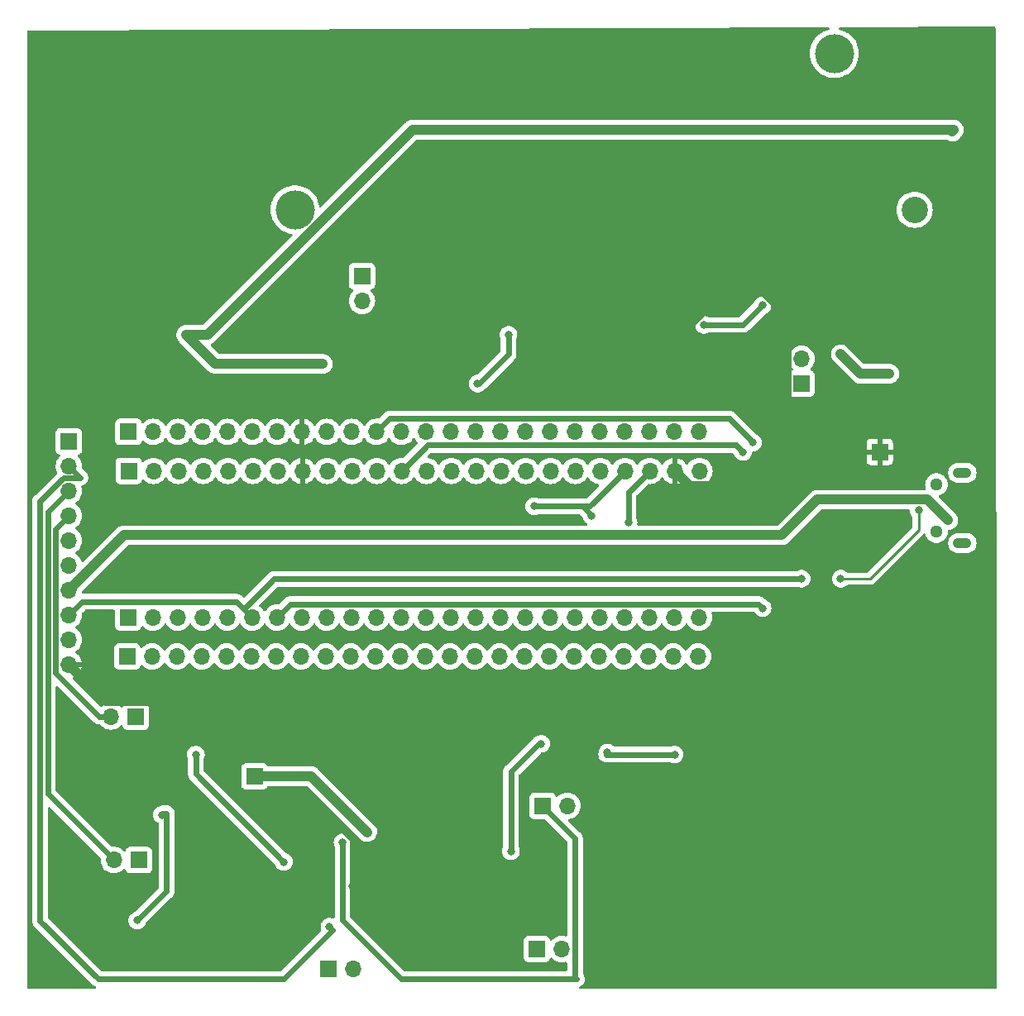
<source format=gbr>
%TF.GenerationSoftware,KiCad,Pcbnew,(7.0.0)*%
%TF.CreationDate,2023-03-21T09:48:05+02:00*%
%TF.ProjectId,HAT,4841542e-6b69-4636-9164-5f7063625858,rev?*%
%TF.SameCoordinates,Original*%
%TF.FileFunction,Copper,L2,Bot*%
%TF.FilePolarity,Positive*%
%FSLAX46Y46*%
G04 Gerber Fmt 4.6, Leading zero omitted, Abs format (unit mm)*
G04 Created by KiCad (PCBNEW (7.0.0)) date 2023-03-21 09:48:05*
%MOMM*%
%LPD*%
G01*
G04 APERTURE LIST*
%TA.AperFunction,ComponentPad*%
%ADD10R,1.700000X1.700000*%
%TD*%
%TA.AperFunction,ComponentPad*%
%ADD11O,1.700000X1.700000*%
%TD*%
%TA.AperFunction,ComponentPad*%
%ADD12C,2.700000*%
%TD*%
%TA.AperFunction,ComponentPad*%
%ADD13C,4.000000*%
%TD*%
%TA.AperFunction,ComponentPad*%
%ADD14O,1.900000X1.070000*%
%TD*%
%TA.AperFunction,ComponentPad*%
%ADD15O,1.300000X1.300000*%
%TD*%
%TA.AperFunction,ViaPad*%
%ADD16C,0.700000*%
%TD*%
%TA.AperFunction,ViaPad*%
%ADD17C,0.800000*%
%TD*%
%TA.AperFunction,Conductor*%
%ADD18C,0.600000*%
%TD*%
%TA.AperFunction,Conductor*%
%ADD19C,1.000000*%
%TD*%
%TA.AperFunction,Conductor*%
%ADD20C,0.250000*%
%TD*%
G04 APERTURE END LIST*
D10*
%TO.P,J10,1,Pin_1*%
%TO.N,Net-(J10-Pin_1)*%
X102059999Y-79949999D03*
D11*
%TO.P,J10,2,Pin_2*%
%TO.N,Net-(J10-Pin_2)*%
X104599999Y-79949999D03*
%TO.P,J10,3,Pin_3*%
%TO.N,Net-(J10-Pin_3)*%
X107139999Y-79949999D03*
%TO.P,J10,4,Pin_4*%
%TO.N,Net-(J10-Pin_4)*%
X109679999Y-79949999D03*
%TO.P,J10,5,Pin_5*%
%TO.N,Net-(J10-Pin_5)*%
X112219999Y-79949999D03*
%TO.P,J10,6,Pin_6*%
%TO.N,USART_TX*%
X114759999Y-79949999D03*
%TO.P,J10,7,Pin_7*%
%TO.N,USART_RX*%
X117299999Y-79949999D03*
%TO.P,J10,8,Pin_8*%
%TO.N,Net-(J10-Pin_8)*%
X119839999Y-79949999D03*
%TO.P,J10,9,Pin_9*%
%TO.N,Net-(J10-Pin_9)*%
X122379999Y-79949999D03*
%TO.P,J10,10,Pin_10*%
%TO.N,Net-(J10-Pin_10)*%
X124919999Y-79949999D03*
%TO.P,J10,11,Pin_11*%
%TO.N,OSC IN*%
X127459999Y-79949999D03*
%TO.P,J10,12,Pin_12*%
%TO.N,OSC OUT*%
X129999999Y-79949999D03*
%TO.P,J10,13,Pin_13*%
%TO.N,Net-(J10-Pin_13)*%
X132539999Y-79949999D03*
%TO.P,J10,14,Pin_14*%
%TO.N,Net-(J10-Pin_14)*%
X135079999Y-79949999D03*
%TO.P,J10,15,Pin_15*%
%TO.N,Net-(J10-Pin_15)*%
X137619999Y-79949999D03*
%TO.P,J10,16,Pin_16*%
%TO.N,Net-(J10-Pin_16)*%
X140159999Y-79949999D03*
%TO.P,J10,17,Pin_17*%
%TO.N,Net-(J10-Pin_17)*%
X142699999Y-79949999D03*
%TO.P,J10,18,Pin_18*%
%TO.N,Net-(J10-Pin_18)*%
X145239999Y-79949999D03*
%TO.P,J10,19,Pin_19*%
%TO.N,Net-(J10-Pin_19)*%
X147779999Y-79949999D03*
%TO.P,J10,20,Pin_20*%
%TO.N,Net-(J10-Pin_20)*%
X150319999Y-79949999D03*
%TO.P,J10,21,Pin_21*%
%TO.N,Net-(J10-Pin_21)*%
X152859999Y-79949999D03*
%TO.P,J10,22,Pin_22*%
%TO.N,Net-(J10-Pin_22)*%
X155399999Y-79949999D03*
%TO.P,J10,23,Pin_23*%
%TO.N,Net-(J10-Pin_23)*%
X157939999Y-79949999D03*
%TO.P,J10,24,Pin_24*%
%TO.N,/MicroController_Interfacing/3V3*%
X160479999Y-79949999D03*
%TD*%
D10*
%TO.P,J12,1,Pin_1*%
%TO.N,/Sensor Module/Logic Level Shifting/A2*%
X143909999Y-113924923D03*
D11*
%TO.P,J12,2,Pin_2*%
%TO.N,/MicroController_Interfacing/GPIO 0*%
X146449999Y-113924923D03*
%TD*%
D10*
%TO.P,J7,1,Pin_1*%
%TO.N,GND*%
X178999999Y-62999999D03*
%TD*%
%TO.P,J2,1,Pin_1*%
%TO.N,/Power Module/UVLO_3V3*%
X125999999Y-44999999D03*
D11*
%TO.P,J2,2,Pin_2*%
%TO.N,/Power Module/CHRG_OUT*%
X125999999Y-47539999D03*
%TD*%
D10*
%TO.P,J14,1,Pin_1*%
%TO.N,/Sensor Module/Logic Level Shifting/A3*%
X102849999Y-90099999D03*
D11*
%TO.P,J14,2,Pin_2*%
%TO.N,/MicroController_Interfacing/DigitalSensorSCL*%
X100309999Y-90099999D03*
%TD*%
D12*
%TO.P,BT1,*%
%TO.N,*%
X182570000Y-38200000D03*
D13*
X174350000Y-22200000D03*
X119150000Y-38200000D03*
%TD*%
D10*
%TO.P,J8,1,Pin_1*%
%TO.N,Net-(J8-Pin_1)*%
X102099999Y-60949999D03*
D11*
%TO.P,J8,2,Pin_2*%
%TO.N,Net-(J8-Pin_2)*%
X104639999Y-60949999D03*
%TO.P,J8,3,Pin_3*%
%TO.N,Net-(J8-Pin_3)*%
X107179999Y-60949999D03*
%TO.P,J8,4,Pin_4*%
%TO.N,Net-(J8-Pin_4)*%
X109719999Y-60949999D03*
%TO.P,J8,5,Pin_5*%
%TO.N,/MicroController_Interfacing/DigitalSensorSDA*%
X112259999Y-60949999D03*
%TO.P,J8,6,Pin_6*%
%TO.N,/MicroController_Interfacing/DigitalSensorSCL*%
X114799999Y-60949999D03*
%TO.P,J8,7,Pin_7*%
%TO.N,Net-(J8-Pin_7)*%
X117339999Y-60949999D03*
%TO.P,J8,8,Pin_8*%
%TO.N,GND*%
X119879999Y-60949999D03*
%TO.P,J8,9,Pin_9*%
%TO.N,/MicroController_Interfacing/3V3*%
X122419999Y-60949999D03*
%TO.P,J8,10,Pin_10*%
%TO.N,/MicroController_Interfacing/A0*%
X124959999Y-60949999D03*
%TO.P,J8,11,Pin_11*%
%TO.N,/MicroController_Interfacing/GPIO 0*%
X127499999Y-60949999D03*
%TO.P,J8,12,Pin_12*%
%TO.N,/MicroController_Interfacing/GPIO 1*%
X130039999Y-60949999D03*
%TO.P,J8,13,Pin_13*%
%TO.N,Net-(J8-Pin_13)*%
X132579999Y-60949999D03*
%TO.P,J8,14,Pin_14*%
%TO.N,Net-(J8-Pin_14)*%
X135119999Y-60949999D03*
%TO.P,J8,15,Pin_15*%
%TO.N,Net-(J8-Pin_15)*%
X137659999Y-60949999D03*
%TO.P,J8,16,Pin_16*%
%TO.N,Net-(J8-Pin_16)*%
X140199999Y-60949999D03*
%TO.P,J8,17,Pin_17*%
%TO.N,Net-(J8-Pin_17)*%
X142739999Y-60949999D03*
%TO.P,J8,18,Pin_18*%
%TO.N,Net-(J8-Pin_18)*%
X145279999Y-60949999D03*
%TO.P,J8,19,Pin_19*%
%TO.N,Net-(J8-Pin_19)*%
X147819999Y-60949999D03*
%TO.P,J8,20,Pin_20*%
%TO.N,Net-(J8-Pin_20)*%
X150359999Y-60949999D03*
%TO.P,J8,21,Pin_21*%
%TO.N,EEPROMSCL*%
X152899999Y-60949999D03*
%TO.P,J8,22,Pin_22*%
%TO.N,EEPROMSDA*%
X155439999Y-60949999D03*
%TO.P,J8,23,Pin_23*%
%TO.N,GND*%
X157979999Y-60949999D03*
%TO.P,J8,24,Pin_24*%
%TO.N,/MicroController_Interfacing/3V3*%
X160519999Y-60949999D03*
%TD*%
D10*
%TO.P,J1,1,Pin_1*%
%TO.N,/MicroController_Interfacing/3V3*%
X170999999Y-55999999D03*
D11*
%TO.P,J1,2,Pin_2*%
%TO.N,/Power Module/UVLO_3V3*%
X170999999Y-53459999D03*
%TD*%
D14*
%TO.P,J6,6,Shield*%
%TO.N,unconnected-(J6-Shield-Pad6)*%
X187452799Y-72345199D03*
D15*
X184802799Y-71170199D03*
X184802799Y-66320199D03*
D14*
X187452799Y-65145199D03*
%TD*%
D10*
%TO.P,J15,1,Pin_1*%
%TO.N,/Sensor Module/Logic Level Shifting/A4*%
X103149999Y-104799999D03*
D11*
%TO.P,J15,2,Pin_2*%
%TO.N,/MicroController_Interfacing/DigitalSensorSDA*%
X100609999Y-104799999D03*
%TD*%
D10*
%TO.P,J5,1,Pin_1*%
%TO.N,/MicroController_Interfacing/USB 5V*%
X95999999Y-61919999D03*
D11*
%TO.P,J5,2,Pin_2*%
%TO.N,/MicroController_Interfacing/A0*%
X95999999Y-64459999D03*
%TO.P,J5,3,Pin_3*%
%TO.N,/MicroController_Interfacing/DigitalSensorSDA*%
X95999999Y-66999999D03*
%TO.P,J5,4,Pin_4*%
%TO.N,/MicroController_Interfacing/DigitalSensorSCL*%
X95999999Y-69539999D03*
%TO.P,J5,5,Pin_5*%
%TO.N,unconnected-(J5-Pin_5-Pad5)*%
X95999999Y-72079999D03*
%TO.P,J5,6,Pin_6*%
%TO.N,unconnected-(J5-Pin_6-Pad6)*%
X95999999Y-74619999D03*
%TO.P,J5,7,Pin_7*%
%TO.N,/MicroController_Interfacing/USB 5V*%
X95999999Y-77159999D03*
%TO.P,J5,8,Pin_8*%
%TO.N,USART_TX*%
X95999999Y-79699999D03*
%TO.P,J5,9,Pin_9*%
%TO.N,USART_RX*%
X95999999Y-82239999D03*
%TO.P,J5,10,Pin_10*%
%TO.N,GND*%
X95999999Y-84779999D03*
%TD*%
D10*
%TO.P,J11,1,Pin_1*%
%TO.N,Net-(J10-Pin_1)*%
X101979999Y-83949999D03*
D11*
%TO.P,J11,2,Pin_2*%
%TO.N,Net-(J10-Pin_2)*%
X104519999Y-83949999D03*
%TO.P,J11,3,Pin_3*%
%TO.N,Net-(J10-Pin_3)*%
X107059999Y-83949999D03*
%TO.P,J11,4,Pin_4*%
%TO.N,Net-(J10-Pin_4)*%
X109599999Y-83949999D03*
%TO.P,J11,5,Pin_5*%
%TO.N,Net-(J10-Pin_5)*%
X112139999Y-83949999D03*
%TO.P,J11,6,Pin_6*%
%TO.N,USART_TX*%
X114679999Y-83949999D03*
%TO.P,J11,7,Pin_7*%
%TO.N,USART_RX*%
X117219999Y-83949999D03*
%TO.P,J11,8,Pin_8*%
%TO.N,Net-(J10-Pin_8)*%
X119759999Y-83949999D03*
%TO.P,J11,9,Pin_9*%
%TO.N,Net-(J10-Pin_9)*%
X122299999Y-83949999D03*
%TO.P,J11,10,Pin_10*%
%TO.N,Net-(J10-Pin_10)*%
X124839999Y-83949999D03*
%TO.P,J11,11,Pin_11*%
%TO.N,OSC IN*%
X127379999Y-83949999D03*
%TO.P,J11,12,Pin_12*%
%TO.N,OSC OUT*%
X129919999Y-83949999D03*
%TO.P,J11,13,Pin_13*%
%TO.N,Net-(J10-Pin_13)*%
X132459999Y-83949999D03*
%TO.P,J11,14,Pin_14*%
%TO.N,Net-(J10-Pin_14)*%
X134999999Y-83949999D03*
%TO.P,J11,15,Pin_15*%
%TO.N,Net-(J10-Pin_15)*%
X137539999Y-83949999D03*
%TO.P,J11,16,Pin_16*%
%TO.N,Net-(J10-Pin_16)*%
X140079999Y-83949999D03*
%TO.P,J11,17,Pin_17*%
%TO.N,Net-(J10-Pin_17)*%
X142619999Y-83949999D03*
%TO.P,J11,18,Pin_18*%
%TO.N,Net-(J10-Pin_18)*%
X145159999Y-83949999D03*
%TO.P,J11,19,Pin_19*%
%TO.N,Net-(J10-Pin_19)*%
X147699999Y-83949999D03*
%TO.P,J11,20,Pin_20*%
%TO.N,Net-(J10-Pin_20)*%
X150239999Y-83949999D03*
%TO.P,J11,21,Pin_21*%
%TO.N,Net-(J10-Pin_21)*%
X152779999Y-83949999D03*
%TO.P,J11,22,Pin_22*%
%TO.N,Net-(J10-Pin_22)*%
X155319999Y-83949999D03*
%TO.P,J11,23,Pin_23*%
%TO.N,Net-(J10-Pin_23)*%
X157859999Y-83949999D03*
%TO.P,J11,24,Pin_24*%
%TO.N,/MicroController_Interfacing/3V3*%
X160399999Y-83949999D03*
%TD*%
D10*
%TO.P,J4,1,Pin_1*%
%TO.N,Net-(J4-Pin_1)*%
X122601743Y-115919999D03*
D11*
%TO.P,J4,2,Pin_2*%
%TO.N,Net-(J4-Pin_2)*%
X125141743Y-115919999D03*
%TD*%
D10*
%TO.P,J9,1,Pin_1*%
%TO.N,Net-(J8-Pin_1)*%
X102119999Y-64949999D03*
D11*
%TO.P,J9,2,Pin_2*%
%TO.N,Net-(J8-Pin_2)*%
X104659999Y-64949999D03*
%TO.P,J9,3,Pin_3*%
%TO.N,Net-(J8-Pin_3)*%
X107199999Y-64949999D03*
%TO.P,J9,4,Pin_4*%
%TO.N,Net-(J8-Pin_4)*%
X109739999Y-64949999D03*
%TO.P,J9,5,Pin_5*%
%TO.N,/MicroController_Interfacing/DigitalSensorSDA*%
X112279999Y-64949999D03*
%TO.P,J9,6,Pin_6*%
%TO.N,/MicroController_Interfacing/DigitalSensorSCL*%
X114819999Y-64949999D03*
%TO.P,J9,7,Pin_7*%
%TO.N,Net-(J8-Pin_7)*%
X117359999Y-64949999D03*
%TO.P,J9,8,Pin_8*%
%TO.N,GND*%
X119899999Y-64949999D03*
%TO.P,J9,9,Pin_9*%
%TO.N,/MicroController_Interfacing/3V3*%
X122439999Y-64949999D03*
%TO.P,J9,10,Pin_10*%
%TO.N,/MicroController_Interfacing/A0*%
X124979999Y-64949999D03*
%TO.P,J9,11,Pin_11*%
%TO.N,/MicroController_Interfacing/GPIO 0*%
X127519999Y-64949999D03*
%TO.P,J9,12,Pin_12*%
%TO.N,/MicroController_Interfacing/GPIO 1*%
X130059999Y-64949999D03*
%TO.P,J9,13,Pin_13*%
%TO.N,Net-(J8-Pin_13)*%
X132599999Y-64949999D03*
%TO.P,J9,14,Pin_14*%
%TO.N,Net-(J8-Pin_14)*%
X135139999Y-64949999D03*
%TO.P,J9,15,Pin_15*%
%TO.N,Net-(J8-Pin_15)*%
X137679999Y-64949999D03*
%TO.P,J9,16,Pin_16*%
%TO.N,Net-(J8-Pin_16)*%
X140219999Y-64949999D03*
%TO.P,J9,17,Pin_17*%
%TO.N,Net-(J8-Pin_17)*%
X142759999Y-64949999D03*
%TO.P,J9,18,Pin_18*%
%TO.N,Net-(J8-Pin_18)*%
X145299999Y-64949999D03*
%TO.P,J9,19,Pin_19*%
%TO.N,Net-(J8-Pin_19)*%
X147839999Y-64949999D03*
%TO.P,J9,20,Pin_20*%
%TO.N,Net-(J8-Pin_20)*%
X150379999Y-64949999D03*
%TO.P,J9,21,Pin_21*%
%TO.N,EEPROMSCL*%
X152919999Y-64949999D03*
%TO.P,J9,22,Pin_22*%
%TO.N,EEPROMSDA*%
X155459999Y-64949999D03*
%TO.P,J9,23,Pin_23*%
%TO.N,GND*%
X157999999Y-64949999D03*
%TO.P,J9,24,Pin_24*%
%TO.N,/MicroController_Interfacing/3V3*%
X160539999Y-64949999D03*
%TD*%
D10*
%TO.P,J3,1,Pin_1*%
%TO.N,/Sensor Module/2V8*%
X114999999Y-96212499D03*
%TD*%
%TO.P,J13,1,Pin_1*%
%TO.N,/Sensor Module/Logic Level Shifting/A1*%
X144474999Y-99249961D03*
D11*
%TO.P,J13,2,Pin_2*%
%TO.N,/MicroController_Interfacing/GPIO 1*%
X147014999Y-99249961D03*
%TD*%
D16*
%TO.N,GND*%
X121700302Y-103499200D03*
D17*
%TO.N,/Power Module/V_BAT+*%
X122000000Y-54000000D03*
X108000000Y-51000000D03*
X186400000Y-30200000D03*
%TO.N,GND*%
X132000000Y-102000000D03*
X156000000Y-53500000D03*
X159600453Y-69600453D03*
X132500000Y-91500000D03*
X134000000Y-112500000D03*
X170000000Y-63500000D03*
X125000000Y-107500000D03*
X119000000Y-98000000D03*
X167000000Y-42444365D03*
X174554778Y-50945222D03*
X163950000Y-66500000D03*
%TO.N,Net-(U2-VO)*%
X180000000Y-55000000D03*
X175000000Y-53000000D03*
%TO.N,/Sensor Module/2V8*%
X126550000Y-101950127D03*
%TO.N,Net-(D2-A)*%
X141000000Y-51000000D03*
X137825000Y-56000000D03*
%TO.N,Net-(D3-A)*%
X161000000Y-50000000D03*
X167000000Y-48000000D03*
%TO.N,/MicroController_Interfacing/USB 5V*%
X186000000Y-70000000D03*
%TO.N,/MicroController_Interfacing/A0*%
X122666744Y-111620000D03*
%TO.N,USART_TX*%
X171000000Y-76000000D03*
%TO.N,USART_RX*%
X167000000Y-79000000D03*
%TO.N,Net-(J6-D+)*%
X175000000Y-76000000D03*
X183000000Y-69000000D03*
%TO.N,/MicroController_Interfacing/GPIO 0*%
X166000000Y-62049500D03*
%TO.N,/MicroController_Interfacing/GPIO 1*%
X151125000Y-93799924D03*
X158000000Y-94000000D03*
X165000000Y-63000000D03*
%TO.N,EEPROMSCL*%
X149500000Y-69541500D03*
X143637000Y-68580000D03*
%TO.N,EEPROMSDA*%
X153289000Y-70254500D03*
%TO.N,/Sensor Module/Logic Level Shifting/A1*%
X124000000Y-103000000D03*
%TO.N,/Sensor Module/Logic Level Shifting/A3*%
X109000000Y-94000000D03*
X118000000Y-105000000D03*
%TO.N,/Sensor Module/Logic Level Shifting/2V8*%
X105535000Y-100175038D03*
X144350000Y-92900000D03*
X103000000Y-111000000D03*
X141250000Y-103899924D03*
%TD*%
D18*
%TO.N,GND*%
X121700302Y-103500000D02*
X121700302Y-103499200D01*
X121700302Y-103500000D02*
X121699502Y-103499200D01*
X121699502Y-103499200D02*
X121699502Y-101000000D01*
D19*
%TO.N,/Power Module/V_BAT+*%
X110168377Y-51000000D02*
X131168377Y-30000000D01*
X122000000Y-54000000D02*
X111000000Y-54000000D01*
X111000000Y-54000000D02*
X108000000Y-51000000D01*
X186600000Y-30000000D02*
X186400000Y-30200000D01*
X131168377Y-30000000D02*
X186600000Y-30000000D01*
X108000000Y-51000000D02*
X110168377Y-51000000D01*
D18*
%TO.N,GND*%
X125000000Y-102727207D02*
X125000000Y-107500000D01*
X121699502Y-100699502D02*
X119000000Y-98000000D01*
D19*
X164722183Y-44722183D02*
X165277818Y-44722183D01*
X159550000Y-66500000D02*
X159550000Y-69550000D01*
X169450000Y-62950000D02*
X170000000Y-63500000D01*
D18*
X123272793Y-101000000D02*
X125000000Y-102727207D01*
D19*
X159550000Y-69600453D02*
X159600453Y-69600453D01*
X165277818Y-44722183D02*
X169450000Y-48894365D01*
X132000000Y-102000000D02*
X132000000Y-92000000D01*
X174000000Y-51000000D02*
X174500000Y-51000000D01*
X156000000Y-53500000D02*
X156000000Y-53444365D01*
X132500000Y-91500000D02*
X129550000Y-88550000D01*
X158000000Y-64950000D02*
X159550000Y-66500000D01*
X99770000Y-88550000D02*
X96000000Y-84780000D01*
X167000000Y-42000000D02*
X167000000Y-42444365D01*
X132000000Y-92000000D02*
X132500000Y-91500000D01*
D18*
X121699502Y-101000000D02*
X123272793Y-101000000D01*
D19*
X169450000Y-61000000D02*
X163950000Y-66500000D01*
X163950000Y-66500000D02*
X159550000Y-66500000D01*
X156000000Y-53444365D02*
X164722183Y-44722183D01*
X169450000Y-48894365D02*
X169450000Y-61000000D01*
X159550000Y-69550000D02*
X159600453Y-69600453D01*
X167000000Y-42444365D02*
X167000000Y-44000000D01*
X164722183Y-44722183D02*
X167000000Y-42444365D01*
X167000000Y-44000000D02*
X174000000Y-51000000D01*
X169450000Y-61000000D02*
X169450000Y-62950000D01*
X129550000Y-88550000D02*
X99770000Y-88550000D01*
D18*
X121699502Y-101000000D02*
X121699502Y-100699502D01*
D19*
%TO.N,Net-(U2-VO)*%
X177000000Y-55000000D02*
X175000000Y-53000000D01*
X180000000Y-55000000D02*
X177000000Y-55000000D01*
%TO.N,/Sensor Module/2V8*%
X126550000Y-101950127D02*
X120812373Y-96212500D01*
X120812373Y-96212500D02*
X115000000Y-96212500D01*
D18*
%TO.N,Net-(D2-A)*%
X141000000Y-53000000D02*
X138000000Y-56000000D01*
X141000000Y-51000000D02*
X141000000Y-53000000D01*
X138000000Y-56000000D02*
X137825000Y-56000000D01*
%TO.N,Net-(D3-A)*%
X165000000Y-50000000D02*
X167000000Y-48000000D01*
X161000000Y-50000000D02*
X165000000Y-50000000D01*
D19*
%TO.N,/MicroController_Interfacing/USB 5V*%
X183900000Y-67900000D02*
X186000000Y-70000000D01*
X101615635Y-71544365D02*
X168988730Y-71544365D01*
X96000000Y-77160000D02*
X101615635Y-71544365D01*
X168988730Y-71544365D02*
X172633095Y-67900000D01*
X172633095Y-67900000D02*
X183900000Y-67900000D01*
D18*
%TO.N,/MicroController_Interfacing/A0*%
X93050000Y-111050000D02*
X99000000Y-117000000D01*
X118000000Y-117000000D02*
X123000000Y-112000000D01*
X95440811Y-65650000D02*
X93050000Y-68040811D01*
X99000000Y-117000000D02*
X118000000Y-117000000D01*
X96000000Y-64460000D02*
X97190000Y-65650000D01*
X93050000Y-68040811D02*
X93050000Y-111050000D01*
X123000000Y-111953256D02*
X122666744Y-111620000D01*
X97190000Y-65650000D02*
X95440811Y-65650000D01*
X123000000Y-112000000D02*
X123000000Y-111953256D01*
%TO.N,/MicroController_Interfacing/DigitalSensorSDA*%
X93850000Y-69150000D02*
X93850000Y-98040000D01*
X93850000Y-98040000D02*
X100610000Y-104800000D01*
X96000000Y-67000000D02*
X93850000Y-69150000D01*
%TO.N,/MicroController_Interfacing/DigitalSensorSCL*%
X94650000Y-70890000D02*
X96000000Y-69540000D01*
X94650000Y-85642081D02*
X94650000Y-70890000D01*
X100310000Y-90100000D02*
X99107919Y-90100000D01*
X99107919Y-90100000D02*
X94650000Y-85642081D01*
%TO.N,USART_TX*%
X96000000Y-79700000D02*
X97350000Y-78350000D01*
X97350000Y-78350000D02*
X113160000Y-78350000D01*
X113905000Y-79095000D02*
X114760000Y-79950000D01*
X113905000Y-79095000D02*
X117000000Y-76000000D01*
X117000000Y-76000000D02*
X171000000Y-76000000D01*
X113160000Y-78350000D02*
X113905000Y-79095000D01*
%TO.N,USART_RX*%
X118650000Y-78600000D02*
X117300000Y-79950000D01*
X166600000Y-78600000D02*
X118650000Y-78600000D01*
X167000000Y-79000000D02*
X166600000Y-78600000D01*
D20*
%TO.N,Net-(J6-D+)*%
X175000000Y-76000000D02*
X178000000Y-76000000D01*
X178000000Y-76000000D02*
X183000000Y-71000000D01*
X183000000Y-71000000D02*
X183000000Y-69000000D01*
D18*
%TO.N,/MicroController_Interfacing/GPIO 0*%
X166000000Y-62000000D02*
X166000000Y-62049500D01*
X128850000Y-59600000D02*
X163600000Y-59600000D01*
X127500000Y-60950000D02*
X128850000Y-59600000D01*
X163600000Y-59600000D02*
X166000000Y-62000000D01*
%TO.N,/MicroController_Interfacing/GPIO 1*%
X151000000Y-93924924D02*
X151125000Y-93799924D01*
X132710000Y-62300000D02*
X164300000Y-62300000D01*
X158000000Y-94000000D02*
X151000000Y-94000000D01*
X164300000Y-62300000D02*
X165000000Y-63000000D01*
X151000000Y-94000000D02*
X151000000Y-93924924D01*
X130060000Y-64950000D02*
X132710000Y-62300000D01*
%TO.N,EEPROMSCL*%
X149500000Y-69500000D02*
X148580000Y-68580000D01*
X148580000Y-68580000D02*
X149290000Y-68580000D01*
X143637000Y-68580000D02*
X148580000Y-68580000D01*
X149500000Y-69541500D02*
X149500000Y-69500000D01*
X149290000Y-68580000D02*
X152920000Y-64950000D01*
%TO.N,EEPROMSDA*%
X153289000Y-67121000D02*
X155460000Y-64950000D01*
X153289000Y-70254500D02*
X153289000Y-67121000D01*
%TO.N,/Sensor Module/Logic Level Shifting/A1*%
X130000000Y-117000000D02*
X124000000Y-111000000D01*
X144475000Y-99249962D02*
X147800000Y-102574962D01*
X147800000Y-102574962D02*
X147800000Y-116800000D01*
X124000000Y-111000000D02*
X124000000Y-103000000D01*
X147800000Y-116800000D02*
X148000000Y-117000000D01*
X148000000Y-117000000D02*
X130000000Y-117000000D01*
%TO.N,/Sensor Module/Logic Level Shifting/A3*%
X109000000Y-96000000D02*
X109000000Y-94000000D01*
X118000000Y-105000000D02*
X109000000Y-96000000D01*
%TO.N,/Sensor Module/Logic Level Shifting/2V8*%
X103000000Y-111000000D02*
X106000000Y-108000000D01*
X106000000Y-108000000D02*
X106000000Y-100000000D01*
X106000000Y-100000000D02*
X105710038Y-100000000D01*
X141250000Y-95750000D02*
X144100000Y-92900000D01*
X105710038Y-100000000D02*
X105535000Y-100175038D01*
X144100000Y-92900000D02*
X144350000Y-92900000D01*
X141250000Y-103899924D02*
X141250000Y-95750000D01*
%TD*%
%TA.AperFunction,Conductor*%
%TO.N,GND*%
G36*
X190793460Y-19473293D02*
G01*
X190839031Y-19518626D01*
X190855782Y-19580683D01*
X190999818Y-117875818D01*
X190983266Y-117937895D01*
X190937870Y-117983357D01*
X190875818Y-118000000D01*
X148308659Y-118000000D01*
X148242687Y-117980994D01*
X148196939Y-117929801D01*
X148185439Y-117862116D01*
X148211713Y-117798686D01*
X148265573Y-117760471D01*
X148266061Y-117760360D01*
X148300551Y-117743749D01*
X148313402Y-117738427D01*
X148313405Y-117738426D01*
X148349522Y-117725789D01*
X148381926Y-117705427D01*
X148394098Y-117698699D01*
X148411726Y-117690211D01*
X148422314Y-117685113D01*
X148422315Y-117685112D01*
X148428587Y-117682092D01*
X148458520Y-117658220D01*
X148469854Y-117650179D01*
X148502262Y-117629816D01*
X148529326Y-117602750D01*
X148539684Y-117593493D01*
X148569621Y-117569621D01*
X148593493Y-117539684D01*
X148602752Y-117529325D01*
X148629816Y-117502262D01*
X148650181Y-117469849D01*
X148658220Y-117458520D01*
X148682092Y-117428587D01*
X148698699Y-117394098D01*
X148705428Y-117381925D01*
X148725789Y-117349522D01*
X148738427Y-117313400D01*
X148743750Y-117300550D01*
X148760360Y-117266061D01*
X148768881Y-117228726D01*
X148772718Y-117215403D01*
X148785368Y-117179255D01*
X148789653Y-117141215D01*
X148791984Y-117127500D01*
X148800500Y-117090195D01*
X148800500Y-117051914D01*
X148801280Y-117038031D01*
X148804785Y-117006923D01*
X148805565Y-117000000D01*
X148801279Y-116961968D01*
X148800500Y-116948086D01*
X148800500Y-116916768D01*
X148800500Y-116909806D01*
X148791981Y-116872484D01*
X148789653Y-116858777D01*
X148785368Y-116820745D01*
X148783069Y-116814175D01*
X148783068Y-116814170D01*
X148772725Y-116784613D01*
X148768879Y-116771266D01*
X148760360Y-116733939D01*
X148757340Y-116727667D01*
X148757338Y-116727662D01*
X148743748Y-116699443D01*
X148738433Y-116686613D01*
X148725789Y-116650478D01*
X148705424Y-116618068D01*
X148698699Y-116605898D01*
X148685115Y-116577691D01*
X148685114Y-116577689D01*
X148682092Y-116571414D01*
X148658228Y-116541490D01*
X148650181Y-116530149D01*
X148633520Y-116503632D01*
X148633517Y-116503628D01*
X148629816Y-116497738D01*
X148626718Y-116494640D01*
X148607459Y-116459793D01*
X148600500Y-116418838D01*
X148600500Y-102491730D01*
X148600500Y-102484768D01*
X148591981Y-102447446D01*
X148589653Y-102433739D01*
X148585368Y-102395707D01*
X148583069Y-102389137D01*
X148583068Y-102389132D01*
X148572725Y-102359575D01*
X148568879Y-102346228D01*
X148560360Y-102308901D01*
X148543747Y-102274405D01*
X148538431Y-102261568D01*
X148528088Y-102232010D01*
X148528087Y-102232009D01*
X148525789Y-102225440D01*
X148505422Y-102193026D01*
X148498697Y-102180857D01*
X148485114Y-102152652D01*
X148485113Y-102152650D01*
X148482091Y-102146375D01*
X148458223Y-102116446D01*
X148450177Y-102105105D01*
X148433520Y-102078595D01*
X148429816Y-102072700D01*
X148302262Y-101945146D01*
X147154973Y-100797856D01*
X147121593Y-100737013D01*
X147126133Y-100667762D01*
X147167171Y-100611797D01*
X147231848Y-100586648D01*
X147250408Y-100585025D01*
X147478663Y-100523865D01*
X147692830Y-100423997D01*
X147886401Y-100288457D01*
X148053495Y-100121363D01*
X148189035Y-99927792D01*
X148288903Y-99713625D01*
X148350063Y-99485370D01*
X148370659Y-99249962D01*
X148350063Y-99014554D01*
X148288903Y-98786299D01*
X148189035Y-98572133D01*
X148053495Y-98378561D01*
X147886401Y-98211467D01*
X147881970Y-98208364D01*
X147881966Y-98208361D01*
X147697259Y-98079028D01*
X147697257Y-98079026D01*
X147692830Y-98075927D01*
X147687933Y-98073643D01*
X147687927Y-98073640D01*
X147483572Y-97978348D01*
X147483570Y-97978347D01*
X147478663Y-97976059D01*
X147473438Y-97974659D01*
X147473430Y-97974656D01*
X147255634Y-97916299D01*
X147255630Y-97916298D01*
X147250408Y-97914899D01*
X147245020Y-97914427D01*
X147245017Y-97914427D01*
X147020395Y-97894775D01*
X147015000Y-97894303D01*
X147009605Y-97894775D01*
X146784982Y-97914427D01*
X146784977Y-97914427D01*
X146779592Y-97914899D01*
X146774371Y-97916297D01*
X146774365Y-97916299D01*
X146556569Y-97974656D01*
X146556557Y-97974660D01*
X146551337Y-97976059D01*
X146546432Y-97978345D01*
X146546427Y-97978348D01*
X146342081Y-98073637D01*
X146342077Y-98073639D01*
X146337171Y-98075927D01*
X146332738Y-98079030D01*
X146332731Y-98079035D01*
X146148034Y-98208361D01*
X146148029Y-98208364D01*
X146143599Y-98211467D01*
X146139775Y-98215290D01*
X146139775Y-98215291D01*
X146021673Y-98333393D01*
X145968926Y-98364688D01*
X145907633Y-98366877D01*
X145852789Y-98339424D01*
X145817810Y-98289044D01*
X145790304Y-98215298D01*
X145768796Y-98157631D01*
X145682546Y-98042416D01*
X145592030Y-97974656D01*
X145574431Y-97961481D01*
X145574430Y-97961480D01*
X145567331Y-97956166D01*
X145460442Y-97916299D01*
X145439752Y-97908582D01*
X145439750Y-97908581D01*
X145432483Y-97905871D01*
X145424770Y-97905041D01*
X145424767Y-97905041D01*
X145376180Y-97899817D01*
X145376169Y-97899816D01*
X145372873Y-97899462D01*
X145369550Y-97899462D01*
X143580439Y-97899462D01*
X143580420Y-97899462D01*
X143577128Y-97899463D01*
X143573850Y-97899815D01*
X143573838Y-97899816D01*
X143525231Y-97905041D01*
X143525225Y-97905042D01*
X143517517Y-97905871D01*
X143510252Y-97908580D01*
X143510246Y-97908582D01*
X143390980Y-97953066D01*
X143390978Y-97953066D01*
X143382669Y-97956166D01*
X143375572Y-97961478D01*
X143375568Y-97961481D01*
X143274550Y-98037103D01*
X143274546Y-98037106D01*
X143267454Y-98042416D01*
X143262144Y-98049508D01*
X143262141Y-98049512D01*
X143186519Y-98150530D01*
X143186516Y-98150534D01*
X143181204Y-98157631D01*
X143178104Y-98165940D01*
X143178104Y-98165942D01*
X143133620Y-98285209D01*
X143133619Y-98285212D01*
X143130909Y-98292479D01*
X143130079Y-98300189D01*
X143130079Y-98300194D01*
X143124855Y-98348781D01*
X143124854Y-98348793D01*
X143124500Y-98352089D01*
X143124500Y-98355410D01*
X143124500Y-98355411D01*
X143124500Y-100144522D01*
X143124500Y-100144540D01*
X143124501Y-100147834D01*
X143124853Y-100151112D01*
X143124854Y-100151123D01*
X143130079Y-100199730D01*
X143130080Y-100199735D01*
X143130909Y-100207445D01*
X143133619Y-100214711D01*
X143133620Y-100214715D01*
X143159695Y-100284625D01*
X143181204Y-100342293D01*
X143186518Y-100349392D01*
X143186519Y-100349393D01*
X143242367Y-100423997D01*
X143267454Y-100457508D01*
X143382669Y-100543758D01*
X143517517Y-100594053D01*
X143577127Y-100600462D01*
X144642059Y-100600461D01*
X144689512Y-100609900D01*
X144729740Y-100636780D01*
X146963181Y-102870221D01*
X146990061Y-102910449D01*
X146999500Y-102957902D01*
X146999500Y-112512421D01*
X146986712Y-112567265D01*
X146950987Y-112610797D01*
X146899692Y-112634038D01*
X146843407Y-112632196D01*
X146690634Y-112591261D01*
X146690630Y-112591260D01*
X146685408Y-112589861D01*
X146680020Y-112589389D01*
X146680017Y-112589389D01*
X146455395Y-112569737D01*
X146450000Y-112569265D01*
X146444605Y-112569737D01*
X146219982Y-112589389D01*
X146219977Y-112589389D01*
X146214592Y-112589861D01*
X146209371Y-112591259D01*
X146209365Y-112591261D01*
X145991569Y-112649618D01*
X145991557Y-112649622D01*
X145986337Y-112651021D01*
X145981432Y-112653307D01*
X145981427Y-112653310D01*
X145777081Y-112748599D01*
X145777077Y-112748601D01*
X145772171Y-112750889D01*
X145767738Y-112753992D01*
X145767731Y-112753997D01*
X145583034Y-112883323D01*
X145583029Y-112883326D01*
X145578599Y-112886429D01*
X145574774Y-112890253D01*
X145574775Y-112890253D01*
X145456673Y-113008355D01*
X145403926Y-113039650D01*
X145342633Y-113041839D01*
X145287789Y-113014386D01*
X145252810Y-112964006D01*
X145244725Y-112942329D01*
X145203796Y-112832593D01*
X145117546Y-112717378D01*
X145027030Y-112649618D01*
X145009431Y-112636443D01*
X145009430Y-112636442D01*
X145002331Y-112631128D01*
X144895442Y-112591261D01*
X144874752Y-112583544D01*
X144874750Y-112583543D01*
X144867483Y-112580833D01*
X144859770Y-112580003D01*
X144859767Y-112580003D01*
X144811180Y-112574779D01*
X144811169Y-112574778D01*
X144807873Y-112574424D01*
X144804550Y-112574424D01*
X143015439Y-112574424D01*
X143015420Y-112574424D01*
X143012128Y-112574425D01*
X143008850Y-112574777D01*
X143008838Y-112574778D01*
X142960231Y-112580003D01*
X142960225Y-112580004D01*
X142952517Y-112580833D01*
X142945252Y-112583542D01*
X142945246Y-112583544D01*
X142825980Y-112628028D01*
X142825978Y-112628028D01*
X142817669Y-112631128D01*
X142810572Y-112636440D01*
X142810568Y-112636443D01*
X142709550Y-112712065D01*
X142709546Y-112712068D01*
X142702454Y-112717378D01*
X142697144Y-112724470D01*
X142697141Y-112724474D01*
X142621519Y-112825492D01*
X142621516Y-112825496D01*
X142616204Y-112832593D01*
X142613104Y-112840902D01*
X142613104Y-112840904D01*
X142568620Y-112960171D01*
X142568619Y-112960174D01*
X142565909Y-112967441D01*
X142565079Y-112975151D01*
X142565079Y-112975156D01*
X142559855Y-113023743D01*
X142559854Y-113023755D01*
X142559500Y-113027051D01*
X142559500Y-113030372D01*
X142559500Y-113030373D01*
X142559500Y-114819484D01*
X142559500Y-114819502D01*
X142559501Y-114822796D01*
X142559853Y-114826074D01*
X142559854Y-114826085D01*
X142565079Y-114874692D01*
X142565080Y-114874697D01*
X142565909Y-114882407D01*
X142568619Y-114889673D01*
X142568620Y-114889677D01*
X142594507Y-114959082D01*
X142616204Y-115017255D01*
X142621518Y-115024354D01*
X142621519Y-115024355D01*
X142677367Y-115098959D01*
X142702454Y-115132470D01*
X142817669Y-115218720D01*
X142952517Y-115269015D01*
X143012127Y-115275424D01*
X144807872Y-115275423D01*
X144867483Y-115269015D01*
X145002331Y-115218720D01*
X145117546Y-115132470D01*
X145203796Y-115017255D01*
X145252810Y-114885840D01*
X145287789Y-114835461D01*
X145342634Y-114808008D01*
X145403927Y-114810197D01*
X145456673Y-114841493D01*
X145578599Y-114963419D01*
X145583031Y-114966522D01*
X145583033Y-114966524D01*
X145706582Y-115053034D01*
X145772170Y-115098959D01*
X145986337Y-115198827D01*
X146214592Y-115259987D01*
X146450000Y-115280583D01*
X146685408Y-115259987D01*
X146827855Y-115221819D01*
X146843407Y-115217652D01*
X146899692Y-115215810D01*
X146950987Y-115239051D01*
X146986712Y-115282583D01*
X146999500Y-115337427D01*
X146999500Y-116075500D01*
X146982887Y-116137500D01*
X146937500Y-116182887D01*
X146875500Y-116199500D01*
X130382940Y-116199500D01*
X130335487Y-116190061D01*
X130295259Y-116163181D01*
X124836819Y-110704741D01*
X124809939Y-110664513D01*
X124800500Y-110617060D01*
X124800500Y-103899924D01*
X140344540Y-103899924D01*
X140345219Y-103906384D01*
X140363646Y-104081719D01*
X140363647Y-104081727D01*
X140364326Y-104088180D01*
X140366331Y-104094352D01*
X140366333Y-104094359D01*
X140420813Y-104262029D01*
X140422821Y-104268208D01*
X140426068Y-104273832D01*
X140426069Y-104273834D01*
X140454622Y-104323290D01*
X140517467Y-104432140D01*
X140521811Y-104436965D01*
X140521813Y-104436967D01*
X140639779Y-104567981D01*
X140644129Y-104572812D01*
X140797270Y-104684075D01*
X140970197Y-104761068D01*
X141155354Y-104800424D01*
X141338143Y-104800424D01*
X141344646Y-104800424D01*
X141529803Y-104761068D01*
X141702730Y-104684075D01*
X141855871Y-104572812D01*
X141982533Y-104432140D01*
X142077179Y-104268208D01*
X142135674Y-104088180D01*
X142155460Y-103899924D01*
X142135674Y-103711668D01*
X142077179Y-103531640D01*
X142067113Y-103514205D01*
X142050500Y-103452205D01*
X142050500Y-96132940D01*
X142059939Y-96085487D01*
X142086819Y-96045259D01*
X144132078Y-94000000D01*
X150194435Y-94000000D01*
X150199500Y-94044954D01*
X150214632Y-94179255D01*
X150274211Y-94349522D01*
X150370184Y-94502262D01*
X150497738Y-94629816D01*
X150650478Y-94725789D01*
X150820745Y-94785368D01*
X151000000Y-94805565D01*
X151038031Y-94801279D01*
X151051914Y-94800500D01*
X157557633Y-94800500D01*
X157608069Y-94811221D01*
X157720197Y-94861144D01*
X157905354Y-94900500D01*
X158088143Y-94900500D01*
X158094646Y-94900500D01*
X158279803Y-94861144D01*
X158452730Y-94784151D01*
X158605871Y-94672888D01*
X158732533Y-94532216D01*
X158827179Y-94368284D01*
X158885674Y-94188256D01*
X158905460Y-94000000D01*
X158885674Y-93811744D01*
X158827179Y-93631716D01*
X158732533Y-93467784D01*
X158705551Y-93437818D01*
X158610220Y-93331942D01*
X158610219Y-93331941D01*
X158605871Y-93327112D01*
X158600613Y-93323292D01*
X158600611Y-93323290D01*
X158457988Y-93219669D01*
X158457987Y-93219668D01*
X158452730Y-93215849D01*
X158446792Y-93213205D01*
X158285745Y-93141501D01*
X158285740Y-93141499D01*
X158279803Y-93138856D01*
X158273444Y-93137504D01*
X158273440Y-93137503D01*
X158101008Y-93100852D01*
X158101005Y-93100851D01*
X158094646Y-93099500D01*
X157905354Y-93099500D01*
X157898995Y-93100851D01*
X157898991Y-93100852D01*
X157726559Y-93137503D01*
X157726552Y-93137505D01*
X157720197Y-93138856D01*
X157714262Y-93141498D01*
X157714254Y-93141501D01*
X157608069Y-93188779D01*
X157557633Y-93199500D01*
X151851326Y-93199500D01*
X151800891Y-93188780D01*
X151759176Y-93158472D01*
X151735220Y-93131866D01*
X151735219Y-93131865D01*
X151730871Y-93127036D01*
X151725613Y-93123216D01*
X151725611Y-93123214D01*
X151582988Y-93019593D01*
X151582987Y-93019592D01*
X151577730Y-93015773D01*
X151571792Y-93013129D01*
X151410745Y-92941425D01*
X151410740Y-92941423D01*
X151404803Y-92938780D01*
X151398444Y-92937428D01*
X151398440Y-92937427D01*
X151226008Y-92900776D01*
X151226005Y-92900775D01*
X151219646Y-92899424D01*
X151030354Y-92899424D01*
X151023995Y-92900775D01*
X151023991Y-92900776D01*
X150851559Y-92937427D01*
X150851552Y-92937429D01*
X150845197Y-92938780D01*
X150839262Y-92941422D01*
X150839254Y-92941425D01*
X150678207Y-93013129D01*
X150678202Y-93013131D01*
X150672270Y-93015773D01*
X150667016Y-93019589D01*
X150667011Y-93019593D01*
X150524388Y-93123214D01*
X150524381Y-93123219D01*
X150519129Y-93127036D01*
X150514784Y-93131861D01*
X150514779Y-93131866D01*
X150396813Y-93262880D01*
X150396808Y-93262886D01*
X150392467Y-93267708D01*
X150389222Y-93273328D01*
X150389218Y-93273334D01*
X150301069Y-93426013D01*
X150301066Y-93426018D01*
X150297821Y-93431640D01*
X150295815Y-93437812D01*
X150295813Y-93437818D01*
X150241333Y-93605488D01*
X150241331Y-93605497D01*
X150239326Y-93611668D01*
X150238647Y-93618125D01*
X150238647Y-93618127D01*
X150231306Y-93687968D01*
X150225028Y-93715954D01*
X150214632Y-93745669D01*
X150213852Y-93752587D01*
X150213852Y-93752589D01*
X150210345Y-93783705D01*
X150208017Y-93797403D01*
X150201050Y-93827932D01*
X150201048Y-93827944D01*
X150199500Y-93834730D01*
X150199500Y-93841696D01*
X150199500Y-93948086D01*
X150198720Y-93961968D01*
X150194435Y-94000000D01*
X144132078Y-94000000D01*
X144295259Y-93836819D01*
X144335487Y-93809939D01*
X144382940Y-93800500D01*
X144438143Y-93800500D01*
X144444646Y-93800500D01*
X144629803Y-93761144D01*
X144802730Y-93684151D01*
X144955871Y-93572888D01*
X145082533Y-93432216D01*
X145177179Y-93268284D01*
X145235674Y-93088256D01*
X145255460Y-92900000D01*
X145235674Y-92711744D01*
X145177179Y-92531716D01*
X145082533Y-92367784D01*
X145023456Y-92302173D01*
X144960220Y-92231942D01*
X144960219Y-92231941D01*
X144955871Y-92227112D01*
X144950613Y-92223292D01*
X144950611Y-92223290D01*
X144807988Y-92119669D01*
X144807987Y-92119668D01*
X144802730Y-92115849D01*
X144796792Y-92113205D01*
X144635745Y-92041501D01*
X144635740Y-92041499D01*
X144629803Y-92038856D01*
X144623444Y-92037504D01*
X144623440Y-92037503D01*
X144451008Y-92000852D01*
X144451005Y-92000851D01*
X144444646Y-91999500D01*
X144255354Y-91999500D01*
X144248995Y-92000851D01*
X144248991Y-92000852D01*
X144076559Y-92037503D01*
X144076552Y-92037505D01*
X144070197Y-92038856D01*
X144064262Y-92041498D01*
X144064254Y-92041501D01*
X143903210Y-92113204D01*
X143903207Y-92113205D01*
X143897270Y-92115849D01*
X143892013Y-92119668D01*
X143888958Y-92121432D01*
X143854561Y-92134932D01*
X143840722Y-92138091D01*
X143840716Y-92138092D01*
X143833939Y-92139640D01*
X143827672Y-92142657D01*
X143827674Y-92142657D01*
X143799441Y-92156252D01*
X143786603Y-92161569D01*
X143757046Y-92171912D01*
X143757041Y-92171914D01*
X143750478Y-92174211D01*
X143744592Y-92177908D01*
X143744582Y-92177914D01*
X143718066Y-92194575D01*
X143705903Y-92201297D01*
X143677692Y-92214883D01*
X143677681Y-92214889D01*
X143671414Y-92217908D01*
X143665975Y-92222245D01*
X143665966Y-92222251D01*
X143641481Y-92241777D01*
X143630145Y-92249820D01*
X143603639Y-92266475D01*
X143603632Y-92266480D01*
X143597738Y-92270184D01*
X143592817Y-92275104D01*
X143592813Y-92275108D01*
X143565745Y-92302176D01*
X140747738Y-95120184D01*
X140625109Y-95242812D01*
X140625105Y-95242816D01*
X140620184Y-95247738D01*
X140616479Y-95253632D01*
X140616479Y-95253634D01*
X140599816Y-95280152D01*
X140591773Y-95291487D01*
X140572253Y-95315965D01*
X140572251Y-95315967D01*
X140567909Y-95321413D01*
X140564889Y-95327682D01*
X140564883Y-95327693D01*
X140551299Y-95355900D01*
X140544577Y-95368064D01*
X140524211Y-95400478D01*
X140521915Y-95407037D01*
X140521911Y-95407047D01*
X140511565Y-95436613D01*
X140506247Y-95449451D01*
X140492660Y-95477666D01*
X140492657Y-95477671D01*
X140489640Y-95483939D01*
X140488092Y-95490717D01*
X140488089Y-95490728D01*
X140481118Y-95521268D01*
X140477272Y-95534619D01*
X140464632Y-95570745D01*
X140463852Y-95577663D01*
X140463852Y-95577665D01*
X140460345Y-95608781D01*
X140458017Y-95622479D01*
X140451050Y-95653008D01*
X140451048Y-95653020D01*
X140449500Y-95659806D01*
X140449500Y-95666772D01*
X140449500Y-103452205D01*
X140432887Y-103514205D01*
X140426069Y-103526013D01*
X140426066Y-103526018D01*
X140422821Y-103531640D01*
X140420815Y-103537812D01*
X140420813Y-103537818D01*
X140366333Y-103705488D01*
X140366331Y-103705497D01*
X140364326Y-103711668D01*
X140363648Y-103718118D01*
X140363646Y-103718128D01*
X140349763Y-103850231D01*
X140344540Y-103899924D01*
X124800500Y-103899924D01*
X124800500Y-103447719D01*
X124817113Y-103385719D01*
X124818395Y-103383497D01*
X124827179Y-103368284D01*
X124885674Y-103188256D01*
X124905460Y-103000000D01*
X124885674Y-102811744D01*
X124827179Y-102631716D01*
X124732533Y-102467784D01*
X124605871Y-102327112D01*
X124600613Y-102323292D01*
X124600611Y-102323290D01*
X124457988Y-102219669D01*
X124457987Y-102219668D01*
X124452730Y-102215849D01*
X124446792Y-102213205D01*
X124285745Y-102141501D01*
X124285740Y-102141499D01*
X124279803Y-102138856D01*
X124273444Y-102137504D01*
X124273440Y-102137503D01*
X124101008Y-102100852D01*
X124101005Y-102100851D01*
X124094646Y-102099500D01*
X123905354Y-102099500D01*
X123898995Y-102100851D01*
X123898991Y-102100852D01*
X123726559Y-102137503D01*
X123726552Y-102137505D01*
X123720197Y-102138856D01*
X123714262Y-102141498D01*
X123714254Y-102141501D01*
X123553207Y-102213205D01*
X123553202Y-102213207D01*
X123547270Y-102215849D01*
X123542016Y-102219665D01*
X123542011Y-102219669D01*
X123399388Y-102323290D01*
X123399381Y-102323295D01*
X123394129Y-102327112D01*
X123389784Y-102331937D01*
X123389779Y-102331942D01*
X123271813Y-102462956D01*
X123271808Y-102462962D01*
X123267467Y-102467784D01*
X123264222Y-102473404D01*
X123264218Y-102473410D01*
X123176069Y-102626089D01*
X123176066Y-102626094D01*
X123172821Y-102631716D01*
X123170815Y-102637888D01*
X123170813Y-102637894D01*
X123116333Y-102805564D01*
X123116331Y-102805573D01*
X123114326Y-102811744D01*
X123113648Y-102818194D01*
X123113646Y-102818204D01*
X123095962Y-102986464D01*
X123094540Y-103000000D01*
X123095219Y-103006460D01*
X123113646Y-103181795D01*
X123113647Y-103181803D01*
X123114326Y-103188256D01*
X123116331Y-103194428D01*
X123116333Y-103194435D01*
X123170813Y-103362105D01*
X123172821Y-103368284D01*
X123176068Y-103373908D01*
X123176069Y-103373910D01*
X123182887Y-103385719D01*
X123199500Y-103447719D01*
X123199500Y-110680535D01*
X123184473Y-110739703D01*
X123143035Y-110784530D01*
X123085229Y-110804153D01*
X123025065Y-110793815D01*
X122946547Y-110758856D01*
X122940188Y-110757504D01*
X122940184Y-110757503D01*
X122767752Y-110720852D01*
X122767749Y-110720851D01*
X122761390Y-110719500D01*
X122572098Y-110719500D01*
X122565739Y-110720851D01*
X122565735Y-110720852D01*
X122393303Y-110757503D01*
X122393296Y-110757505D01*
X122386941Y-110758856D01*
X122381006Y-110761498D01*
X122380998Y-110761501D01*
X122219951Y-110833205D01*
X122219946Y-110833207D01*
X122214014Y-110835849D01*
X122208760Y-110839665D01*
X122208755Y-110839669D01*
X122066132Y-110943290D01*
X122066125Y-110943295D01*
X122060873Y-110947112D01*
X122056528Y-110951937D01*
X122056523Y-110951942D01*
X121938557Y-111082956D01*
X121938552Y-111082962D01*
X121934211Y-111087784D01*
X121930966Y-111093404D01*
X121930962Y-111093410D01*
X121842813Y-111246089D01*
X121842810Y-111246094D01*
X121839565Y-111251716D01*
X121837559Y-111257888D01*
X121837557Y-111257894D01*
X121783077Y-111425564D01*
X121783075Y-111425573D01*
X121781070Y-111431744D01*
X121780392Y-111438194D01*
X121780390Y-111438204D01*
X121768403Y-111552262D01*
X121761284Y-111620000D01*
X121761963Y-111626460D01*
X121780390Y-111801795D01*
X121780391Y-111801803D01*
X121781070Y-111808256D01*
X121783075Y-111814428D01*
X121783077Y-111814435D01*
X121825910Y-111946261D01*
X121828553Y-112013526D01*
X121795660Y-112072260D01*
X117704741Y-116163181D01*
X117664513Y-116190061D01*
X117617060Y-116199500D01*
X99382939Y-116199500D01*
X99335486Y-116190061D01*
X99295258Y-116163181D01*
X94132078Y-111000000D01*
X102094540Y-111000000D01*
X102095219Y-111006460D01*
X102113646Y-111181795D01*
X102113647Y-111181803D01*
X102114326Y-111188256D01*
X102116331Y-111194428D01*
X102116333Y-111194435D01*
X102170813Y-111362105D01*
X102172821Y-111368284D01*
X102176068Y-111373908D01*
X102176069Y-111373910D01*
X102260327Y-111519850D01*
X102267467Y-111532216D01*
X102271811Y-111537041D01*
X102271813Y-111537043D01*
X102346508Y-111620000D01*
X102394129Y-111672888D01*
X102547270Y-111784151D01*
X102720197Y-111861144D01*
X102905354Y-111900500D01*
X103088143Y-111900500D01*
X103094646Y-111900500D01*
X103279803Y-111861144D01*
X103452730Y-111784151D01*
X103605871Y-111672888D01*
X103732533Y-111532216D01*
X103827179Y-111368284D01*
X103848488Y-111302700D01*
X103878734Y-111253342D01*
X106502259Y-108629817D01*
X106502262Y-108629816D01*
X106629816Y-108502262D01*
X106650185Y-108469843D01*
X106658218Y-108458521D01*
X106682092Y-108428586D01*
X106698704Y-108394088D01*
X106705423Y-108381933D01*
X106725789Y-108349522D01*
X106738431Y-108313394D01*
X106743749Y-108300553D01*
X106760360Y-108266061D01*
X106768881Y-108228726D01*
X106772718Y-108215403D01*
X106785368Y-108179255D01*
X106789655Y-108141197D01*
X106791979Y-108127523D01*
X106800500Y-108090194D01*
X106800500Y-107909805D01*
X106800500Y-100051914D01*
X106801280Y-100038031D01*
X106804785Y-100006923D01*
X106805565Y-100000000D01*
X106785368Y-99820745D01*
X106725789Y-99650478D01*
X106629816Y-99497738D01*
X106502262Y-99370184D01*
X106349522Y-99274211D01*
X106342959Y-99271914D01*
X106342956Y-99271913D01*
X106185825Y-99216931D01*
X106179255Y-99214632D01*
X106172333Y-99213852D01*
X106044954Y-99199500D01*
X106006923Y-99195215D01*
X106000000Y-99194435D01*
X105993077Y-99195215D01*
X105961969Y-99198720D01*
X105948086Y-99199500D01*
X105800232Y-99199500D01*
X105619844Y-99199500D01*
X105613058Y-99201048D01*
X105613046Y-99201050D01*
X105582517Y-99208017D01*
X105568819Y-99210345D01*
X105537703Y-99213852D01*
X105537701Y-99213852D01*
X105530783Y-99214632D01*
X105494657Y-99227272D01*
X105481306Y-99231118D01*
X105450766Y-99238089D01*
X105450755Y-99238092D01*
X105443977Y-99239640D01*
X105437709Y-99242657D01*
X105437704Y-99242660D01*
X105409489Y-99256247D01*
X105396651Y-99261565D01*
X105367085Y-99271911D01*
X105367075Y-99271915D01*
X105360516Y-99274211D01*
X105354631Y-99277908D01*
X105354624Y-99277912D01*
X105337561Y-99288634D01*
X105297373Y-99304929D01*
X105261551Y-99312543D01*
X105261547Y-99312544D01*
X105255197Y-99313894D01*
X105249268Y-99316533D01*
X105249261Y-99316536D01*
X105088207Y-99388243D01*
X105088202Y-99388245D01*
X105082270Y-99390887D01*
X105077016Y-99394703D01*
X105077011Y-99394707D01*
X104934388Y-99498328D01*
X104934381Y-99498333D01*
X104929129Y-99502150D01*
X104924784Y-99506975D01*
X104924779Y-99506980D01*
X104806813Y-99637994D01*
X104806808Y-99638000D01*
X104802467Y-99642822D01*
X104799222Y-99648442D01*
X104799218Y-99648448D01*
X104711069Y-99801127D01*
X104711066Y-99801132D01*
X104707821Y-99806754D01*
X104705815Y-99812926D01*
X104705813Y-99812932D01*
X104651333Y-99980602D01*
X104651331Y-99980611D01*
X104649326Y-99986782D01*
X104648648Y-99993232D01*
X104648646Y-99993242D01*
X104630962Y-100161502D01*
X104629540Y-100175038D01*
X104630219Y-100181498D01*
X104648646Y-100356833D01*
X104648647Y-100356841D01*
X104649326Y-100363294D01*
X104651331Y-100369466D01*
X104651333Y-100369473D01*
X104705813Y-100537143D01*
X104707821Y-100543322D01*
X104711068Y-100548946D01*
X104711069Y-100548948D01*
X104732834Y-100586647D01*
X104802467Y-100707254D01*
X104806811Y-100712079D01*
X104806813Y-100712081D01*
X104924779Y-100843095D01*
X104929129Y-100847926D01*
X105082270Y-100959189D01*
X105088204Y-100961831D01*
X105125937Y-100978631D01*
X105164699Y-101005773D01*
X105190471Y-101045459D01*
X105199500Y-101091910D01*
X105199500Y-107617061D01*
X105190061Y-107664514D01*
X105163181Y-107704742D01*
X102752432Y-110115488D01*
X102715187Y-110141086D01*
X102553208Y-110213205D01*
X102547270Y-110215849D01*
X102542016Y-110219665D01*
X102542011Y-110219669D01*
X102399388Y-110323290D01*
X102399381Y-110323295D01*
X102394129Y-110327112D01*
X102389784Y-110331937D01*
X102389779Y-110331942D01*
X102271813Y-110462956D01*
X102271808Y-110462962D01*
X102267467Y-110467784D01*
X102264222Y-110473404D01*
X102264218Y-110473410D01*
X102176069Y-110626089D01*
X102176066Y-110626094D01*
X102172821Y-110631716D01*
X102170815Y-110637888D01*
X102170813Y-110637894D01*
X102116333Y-110805564D01*
X102116331Y-110805573D01*
X102114326Y-110811744D01*
X102113648Y-110818194D01*
X102113646Y-110818204D01*
X102099591Y-110951942D01*
X102094540Y-111000000D01*
X94132078Y-111000000D01*
X93886819Y-110754741D01*
X93859939Y-110714513D01*
X93850500Y-110667060D01*
X93850500Y-99471940D01*
X93864015Y-99415645D01*
X93901615Y-99371622D01*
X93955102Y-99349467D01*
X94012818Y-99354009D01*
X94062181Y-99384259D01*
X99231441Y-104553518D01*
X99260282Y-104598788D01*
X99267288Y-104652006D01*
X99257747Y-104761068D01*
X99254341Y-104800000D01*
X99274937Y-105035408D01*
X99276336Y-105040630D01*
X99276337Y-105040634D01*
X99334694Y-105258430D01*
X99334697Y-105258438D01*
X99336097Y-105263663D01*
X99338385Y-105268570D01*
X99338386Y-105268572D01*
X99433678Y-105472927D01*
X99433681Y-105472933D01*
X99435965Y-105477830D01*
X99439064Y-105482257D01*
X99439066Y-105482259D01*
X99568399Y-105666966D01*
X99568402Y-105666970D01*
X99571505Y-105671401D01*
X99738599Y-105838495D01*
X99743031Y-105841598D01*
X99743033Y-105841600D01*
X99827151Y-105900500D01*
X99932170Y-105974035D01*
X100146337Y-106073903D01*
X100374592Y-106135063D01*
X100610000Y-106155659D01*
X100845408Y-106135063D01*
X101073663Y-106073903D01*
X101287830Y-105974035D01*
X101481401Y-105838495D01*
X101603329Y-105716566D01*
X101656072Y-105685273D01*
X101717365Y-105683084D01*
X101772210Y-105710537D01*
X101807189Y-105760916D01*
X101816841Y-105786794D01*
X101856204Y-105892331D01*
X101861518Y-105899430D01*
X101861519Y-105899431D01*
X101917367Y-105974035D01*
X101942454Y-106007546D01*
X102057669Y-106093796D01*
X102192517Y-106144091D01*
X102252127Y-106150500D01*
X104047872Y-106150499D01*
X104107483Y-106144091D01*
X104242331Y-106093796D01*
X104357546Y-106007546D01*
X104443796Y-105892331D01*
X104494091Y-105757483D01*
X104500500Y-105697873D01*
X104500499Y-103902128D01*
X104494091Y-103842517D01*
X104443796Y-103707669D01*
X104357546Y-103592454D01*
X104267030Y-103524694D01*
X104249431Y-103511519D01*
X104249430Y-103511518D01*
X104242331Y-103506204D01*
X104135442Y-103466337D01*
X104114752Y-103458620D01*
X104114750Y-103458619D01*
X104107483Y-103455909D01*
X104099770Y-103455079D01*
X104099767Y-103455079D01*
X104051180Y-103449855D01*
X104051169Y-103449854D01*
X104047873Y-103449500D01*
X104044550Y-103449500D01*
X102255439Y-103449500D01*
X102255420Y-103449500D01*
X102252128Y-103449501D01*
X102248850Y-103449853D01*
X102248838Y-103449854D01*
X102200231Y-103455079D01*
X102200225Y-103455080D01*
X102192517Y-103455909D01*
X102185252Y-103458618D01*
X102185246Y-103458620D01*
X102065980Y-103503104D01*
X102065978Y-103503104D01*
X102057669Y-103506204D01*
X102050572Y-103511516D01*
X102050568Y-103511519D01*
X101949550Y-103587141D01*
X101949546Y-103587144D01*
X101942454Y-103592454D01*
X101937144Y-103599546D01*
X101937141Y-103599550D01*
X101861519Y-103700568D01*
X101861516Y-103700572D01*
X101856204Y-103707669D01*
X101853104Y-103715978D01*
X101853105Y-103715978D01*
X101807189Y-103839083D01*
X101772210Y-103889462D01*
X101717365Y-103916915D01*
X101656072Y-103914726D01*
X101603326Y-103883430D01*
X101485232Y-103765336D01*
X101481401Y-103761505D01*
X101476970Y-103758402D01*
X101476966Y-103758399D01*
X101292259Y-103629066D01*
X101292257Y-103629064D01*
X101287830Y-103625965D01*
X101282933Y-103623681D01*
X101282927Y-103623678D01*
X101078572Y-103528386D01*
X101078570Y-103528385D01*
X101073663Y-103526097D01*
X101068438Y-103524697D01*
X101068430Y-103524694D01*
X100850634Y-103466337D01*
X100850630Y-103466336D01*
X100845408Y-103464937D01*
X100840020Y-103464465D01*
X100840017Y-103464465D01*
X100615395Y-103444813D01*
X100610000Y-103444341D01*
X100604605Y-103444813D01*
X100462006Y-103457288D01*
X100408788Y-103450282D01*
X100363518Y-103421441D01*
X97527102Y-100585025D01*
X94686819Y-97744741D01*
X94659939Y-97704513D01*
X94650500Y-97657060D01*
X94650500Y-94000000D01*
X108094540Y-94000000D01*
X108095219Y-94006460D01*
X108113646Y-94181795D01*
X108113647Y-94181803D01*
X108114326Y-94188256D01*
X108116331Y-94194428D01*
X108116333Y-94194435D01*
X108170813Y-94362105D01*
X108172821Y-94368284D01*
X108176068Y-94373908D01*
X108176069Y-94373910D01*
X108182887Y-94385719D01*
X108199500Y-94447719D01*
X108199500Y-95909806D01*
X108199500Y-96090194D01*
X108201049Y-96096983D01*
X108201050Y-96096988D01*
X108208017Y-96127518D01*
X108210345Y-96141218D01*
X108213852Y-96172336D01*
X108214632Y-96179255D01*
X108216929Y-96185821D01*
X108216930Y-96185823D01*
X108227272Y-96215379D01*
X108231119Y-96228735D01*
X108238088Y-96259267D01*
X108238091Y-96259276D01*
X108239640Y-96266061D01*
X108242658Y-96272329D01*
X108242661Y-96272336D01*
X108256250Y-96300554D01*
X108261568Y-96313393D01*
X108274211Y-96349522D01*
X108277912Y-96355412D01*
X108277913Y-96355414D01*
X108294572Y-96381927D01*
X108301296Y-96394093D01*
X108314888Y-96422315D01*
X108317909Y-96428587D01*
X108341771Y-96458509D01*
X108349818Y-96469850D01*
X108370184Y-96502262D01*
X108375112Y-96507190D01*
X117121262Y-105253340D01*
X117151511Y-105302701D01*
X117172821Y-105368284D01*
X117176068Y-105373908D01*
X117176069Y-105373910D01*
X117233236Y-105472927D01*
X117267467Y-105532216D01*
X117394129Y-105672888D01*
X117399387Y-105676708D01*
X117399388Y-105676709D01*
X117423944Y-105694550D01*
X117547270Y-105784151D01*
X117720197Y-105861144D01*
X117905354Y-105900500D01*
X118088143Y-105900500D01*
X118094646Y-105900500D01*
X118279803Y-105861144D01*
X118452730Y-105784151D01*
X118605871Y-105672888D01*
X118732533Y-105532216D01*
X118827179Y-105368284D01*
X118885674Y-105188256D01*
X118905460Y-105000000D01*
X118885674Y-104811744D01*
X118827179Y-104631716D01*
X118732533Y-104467784D01*
X118605871Y-104327112D01*
X118600613Y-104323292D01*
X118600611Y-104323290D01*
X118457988Y-104219669D01*
X118457987Y-104219668D01*
X118452730Y-104215849D01*
X118446792Y-104213205D01*
X118284810Y-104141085D01*
X118247565Y-104115487D01*
X111239156Y-97107078D01*
X113649500Y-97107078D01*
X113649501Y-97110372D01*
X113649853Y-97113650D01*
X113649854Y-97113661D01*
X113655079Y-97162268D01*
X113655080Y-97162273D01*
X113655909Y-97169983D01*
X113658619Y-97177249D01*
X113658620Y-97177253D01*
X113685499Y-97249319D01*
X113706204Y-97304831D01*
X113792454Y-97420046D01*
X113907669Y-97506296D01*
X114042517Y-97556591D01*
X114102127Y-97563000D01*
X115897872Y-97562999D01*
X115957483Y-97556591D01*
X116092331Y-97506296D01*
X116207546Y-97420046D01*
X116293796Y-97304831D01*
X116297960Y-97293664D01*
X116324399Y-97251430D01*
X116365330Y-97223012D01*
X116414142Y-97213000D01*
X120346590Y-97213000D01*
X120394043Y-97222439D01*
X120434271Y-97249319D01*
X125878420Y-102693467D01*
X125996593Y-102789825D01*
X126176951Y-102884036D01*
X126372582Y-102940014D01*
X126575476Y-102955464D01*
X126777328Y-102929757D01*
X126969872Y-102863943D01*
X127145227Y-102760718D01*
X127296213Y-102624306D01*
X127416649Y-102460294D01*
X127501605Y-102275395D01*
X127547603Y-102077181D01*
X127552757Y-101873764D01*
X127516858Y-101673474D01*
X127441377Y-101484510D01*
X127329402Y-101314608D01*
X121529939Y-95515146D01*
X121527747Y-95512898D01*
X121471763Y-95454003D01*
X121471762Y-95454002D01*
X121467432Y-95449447D01*
X121448993Y-95436613D01*
X121419015Y-95415747D01*
X121411492Y-95410075D01*
X121370653Y-95376775D01*
X121370650Y-95376773D01*
X121365780Y-95372802D01*
X121338810Y-95358713D01*
X121325397Y-95350587D01*
X121300422Y-95333205D01*
X121246190Y-95309932D01*
X121237724Y-95305911D01*
X121185422Y-95278591D01*
X121156175Y-95270222D01*
X121141394Y-95264959D01*
X121119214Y-95255441D01*
X121119208Y-95255439D01*
X121113431Y-95252960D01*
X121107278Y-95251695D01*
X121107264Y-95251691D01*
X121055646Y-95241083D01*
X121046499Y-95238838D01*
X120995838Y-95224342D01*
X120995826Y-95224339D01*
X120989791Y-95222613D01*
X120983527Y-95222135D01*
X120983522Y-95222135D01*
X120959448Y-95220302D01*
X120943906Y-95218122D01*
X120920275Y-95213266D01*
X120920274Y-95213265D01*
X120914114Y-95212000D01*
X120907825Y-95212000D01*
X120855132Y-95212000D01*
X120845717Y-95211642D01*
X120793167Y-95207640D01*
X120793162Y-95207640D01*
X120786897Y-95207163D01*
X120780663Y-95207956D01*
X120780657Y-95207957D01*
X120756722Y-95211006D01*
X120741056Y-95212000D01*
X116414142Y-95212000D01*
X116365330Y-95201988D01*
X116324399Y-95173570D01*
X116297960Y-95131334D01*
X116293796Y-95120169D01*
X116207546Y-95004954D01*
X116092331Y-94918704D01*
X115957483Y-94868409D01*
X115949770Y-94867579D01*
X115949767Y-94867579D01*
X115901180Y-94862355D01*
X115901169Y-94862354D01*
X115897873Y-94862000D01*
X115894550Y-94862000D01*
X114105439Y-94862000D01*
X114105420Y-94862000D01*
X114102128Y-94862001D01*
X114098850Y-94862353D01*
X114098838Y-94862354D01*
X114050231Y-94867579D01*
X114050225Y-94867580D01*
X114042517Y-94868409D01*
X114035252Y-94871118D01*
X114035246Y-94871120D01*
X113915980Y-94915604D01*
X113915978Y-94915604D01*
X113907669Y-94918704D01*
X113900572Y-94924016D01*
X113900568Y-94924019D01*
X113799550Y-94999641D01*
X113799546Y-94999644D01*
X113792454Y-95004954D01*
X113787144Y-95012046D01*
X113787141Y-95012050D01*
X113711519Y-95113068D01*
X113711516Y-95113072D01*
X113706204Y-95120169D01*
X113703104Y-95128478D01*
X113703104Y-95128480D01*
X113658620Y-95247747D01*
X113658619Y-95247750D01*
X113655909Y-95255017D01*
X113655079Y-95262727D01*
X113655079Y-95262732D01*
X113649855Y-95311319D01*
X113649854Y-95311331D01*
X113649500Y-95314627D01*
X113649500Y-95317948D01*
X113649500Y-95317949D01*
X113649500Y-97107060D01*
X113649500Y-97107078D01*
X111239156Y-97107078D01*
X109836819Y-95704741D01*
X109809939Y-95664513D01*
X109800500Y-95617060D01*
X109800500Y-94447719D01*
X109817113Y-94385719D01*
X109818395Y-94383497D01*
X109827179Y-94368284D01*
X109885674Y-94188256D01*
X109905460Y-94000000D01*
X109885674Y-93811744D01*
X109827179Y-93631716D01*
X109732533Y-93467784D01*
X109705551Y-93437818D01*
X109610220Y-93331942D01*
X109610219Y-93331941D01*
X109605871Y-93327112D01*
X109600613Y-93323292D01*
X109600611Y-93323290D01*
X109457988Y-93219669D01*
X109457987Y-93219668D01*
X109452730Y-93215849D01*
X109446792Y-93213205D01*
X109285745Y-93141501D01*
X109285740Y-93141499D01*
X109279803Y-93138856D01*
X109273444Y-93137504D01*
X109273440Y-93137503D01*
X109101008Y-93100852D01*
X109101005Y-93100851D01*
X109094646Y-93099500D01*
X108905354Y-93099500D01*
X108898995Y-93100851D01*
X108898991Y-93100852D01*
X108726559Y-93137503D01*
X108726552Y-93137505D01*
X108720197Y-93138856D01*
X108714262Y-93141498D01*
X108714254Y-93141501D01*
X108553207Y-93213205D01*
X108553202Y-93213207D01*
X108547270Y-93215849D01*
X108542016Y-93219665D01*
X108542011Y-93219669D01*
X108399388Y-93323290D01*
X108399381Y-93323295D01*
X108394129Y-93327112D01*
X108389784Y-93331937D01*
X108389779Y-93331942D01*
X108271813Y-93462956D01*
X108271808Y-93462962D01*
X108267467Y-93467784D01*
X108264222Y-93473404D01*
X108264218Y-93473410D01*
X108176069Y-93626089D01*
X108176066Y-93626094D01*
X108172821Y-93631716D01*
X108170815Y-93637888D01*
X108170813Y-93637894D01*
X108116333Y-93805564D01*
X108116331Y-93805573D01*
X108114326Y-93811744D01*
X108113648Y-93818194D01*
X108113646Y-93818204D01*
X108107155Y-93879970D01*
X108094540Y-94000000D01*
X94650500Y-94000000D01*
X94650500Y-87074021D01*
X94664015Y-87017726D01*
X94701615Y-86973703D01*
X94755102Y-86951548D01*
X94812818Y-86956090D01*
X94862181Y-86986340D01*
X98478103Y-90602262D01*
X98605657Y-90729816D01*
X98611551Y-90733519D01*
X98611552Y-90733520D01*
X98638069Y-90750182D01*
X98649410Y-90758229D01*
X98679333Y-90782092D01*
X98699712Y-90791906D01*
X98713817Y-90798699D01*
X98725988Y-90805425D01*
X98752500Y-90822084D01*
X98752502Y-90822085D01*
X98758397Y-90825789D01*
X98794532Y-90838433D01*
X98807362Y-90843748D01*
X98835581Y-90857338D01*
X98835586Y-90857340D01*
X98841858Y-90860360D01*
X98879185Y-90868879D01*
X98892532Y-90872725D01*
X98922089Y-90883068D01*
X98922094Y-90883069D01*
X98928664Y-90885368D01*
X98966697Y-90889653D01*
X98980403Y-90891981D01*
X99017725Y-90900500D01*
X99062965Y-90900500D01*
X99157310Y-90900500D01*
X99214568Y-90914511D01*
X99258886Y-90953379D01*
X99268397Y-90966963D01*
X99268400Y-90966966D01*
X99271505Y-90971401D01*
X99438599Y-91138495D01*
X99443031Y-91141598D01*
X99443033Y-91141600D01*
X99587260Y-91242589D01*
X99632170Y-91274035D01*
X99846337Y-91373903D01*
X100074592Y-91435063D01*
X100310000Y-91455659D01*
X100545408Y-91435063D01*
X100773663Y-91373903D01*
X100987830Y-91274035D01*
X101181401Y-91138495D01*
X101303329Y-91016566D01*
X101356072Y-90985273D01*
X101417365Y-90983084D01*
X101472210Y-91010537D01*
X101507189Y-91060916D01*
X101556204Y-91192331D01*
X101561518Y-91199430D01*
X101561519Y-91199431D01*
X101617367Y-91274035D01*
X101642454Y-91307546D01*
X101757669Y-91393796D01*
X101892517Y-91444091D01*
X101952127Y-91450500D01*
X103747872Y-91450499D01*
X103807483Y-91444091D01*
X103942331Y-91393796D01*
X104057546Y-91307546D01*
X104143796Y-91192331D01*
X104194091Y-91057483D01*
X104200500Y-90997873D01*
X104200499Y-89202128D01*
X104194091Y-89142517D01*
X104143796Y-89007669D01*
X104057546Y-88892454D01*
X103967030Y-88824694D01*
X103949431Y-88811519D01*
X103949430Y-88811518D01*
X103942331Y-88806204D01*
X103835442Y-88766337D01*
X103814752Y-88758620D01*
X103814750Y-88758619D01*
X103807483Y-88755909D01*
X103799770Y-88755079D01*
X103799767Y-88755079D01*
X103751180Y-88749855D01*
X103751169Y-88749854D01*
X103747873Y-88749500D01*
X103744550Y-88749500D01*
X101955439Y-88749500D01*
X101955420Y-88749500D01*
X101952128Y-88749501D01*
X101948850Y-88749853D01*
X101948838Y-88749854D01*
X101900231Y-88755079D01*
X101900225Y-88755080D01*
X101892517Y-88755909D01*
X101885252Y-88758618D01*
X101885246Y-88758620D01*
X101765980Y-88803104D01*
X101765978Y-88803104D01*
X101757669Y-88806204D01*
X101750572Y-88811516D01*
X101750568Y-88811519D01*
X101649550Y-88887141D01*
X101649546Y-88887144D01*
X101642454Y-88892454D01*
X101637144Y-88899546D01*
X101637141Y-88899550D01*
X101561519Y-89000568D01*
X101561516Y-89000572D01*
X101556204Y-89007669D01*
X101553104Y-89015978D01*
X101553105Y-89015978D01*
X101507189Y-89139083D01*
X101472210Y-89189462D01*
X101417365Y-89216915D01*
X101356072Y-89214726D01*
X101303326Y-89183430D01*
X101185232Y-89065336D01*
X101185231Y-89065335D01*
X101181401Y-89061505D01*
X101176970Y-89058402D01*
X101176966Y-89058399D01*
X100992259Y-88929066D01*
X100992257Y-88929064D01*
X100987830Y-88925965D01*
X100982933Y-88923681D01*
X100982927Y-88923678D01*
X100778572Y-88828386D01*
X100778570Y-88828385D01*
X100773663Y-88826097D01*
X100768438Y-88824697D01*
X100768430Y-88824694D01*
X100550634Y-88766337D01*
X100550630Y-88766336D01*
X100545408Y-88764937D01*
X100540020Y-88764465D01*
X100540017Y-88764465D01*
X100315395Y-88744813D01*
X100310000Y-88744341D01*
X100304605Y-88744813D01*
X100079982Y-88764465D01*
X100079977Y-88764465D01*
X100074592Y-88764937D01*
X100069371Y-88766335D01*
X100069365Y-88766337D01*
X99851569Y-88824694D01*
X99851557Y-88824698D01*
X99846337Y-88826097D01*
X99841432Y-88828383D01*
X99841427Y-88828386D01*
X99637081Y-88923675D01*
X99637077Y-88923677D01*
X99632171Y-88925965D01*
X99627738Y-88929068D01*
X99627731Y-88929073D01*
X99443035Y-89058398D01*
X99443028Y-89058403D01*
X99438599Y-89061505D01*
X99434775Y-89065328D01*
X99434763Y-89065339D01*
X99407727Y-89092374D01*
X99352140Y-89124465D01*
X99287954Y-89124464D01*
X99232368Y-89092371D01*
X96402367Y-86262370D01*
X96370272Y-86206779D01*
X96370275Y-86142589D01*
X96402374Y-86087001D01*
X96453470Y-86057506D01*
X96453172Y-86056685D01*
X96457832Y-86054988D01*
X96457967Y-86054911D01*
X96458265Y-86054831D01*
X96468397Y-86051143D01*
X96672676Y-85955886D01*
X96682008Y-85950498D01*
X96866643Y-85821215D01*
X96874909Y-85814278D01*
X97034278Y-85654909D01*
X97041215Y-85646643D01*
X97170498Y-85462008D01*
X97175886Y-85452676D01*
X97271143Y-85248397D01*
X97274831Y-85238263D01*
X97326943Y-85043780D01*
X97327311Y-85032551D01*
X97316369Y-85030000D01*
X95874000Y-85030000D01*
X95812000Y-85013387D01*
X95766613Y-84968000D01*
X95750000Y-84906000D01*
X95750000Y-84844578D01*
X100629500Y-84844578D01*
X100629501Y-84847872D01*
X100629853Y-84851150D01*
X100629854Y-84851161D01*
X100635079Y-84899768D01*
X100635080Y-84899773D01*
X100635909Y-84907483D01*
X100638619Y-84914749D01*
X100638620Y-84914753D01*
X100658480Y-84968000D01*
X100686204Y-85042331D01*
X100691518Y-85049430D01*
X100691519Y-85049431D01*
X100747367Y-85124035D01*
X100772454Y-85157546D01*
X100887669Y-85243796D01*
X101022517Y-85294091D01*
X101082127Y-85300500D01*
X102877872Y-85300499D01*
X102937483Y-85294091D01*
X103072331Y-85243796D01*
X103187546Y-85157546D01*
X103273796Y-85042331D01*
X103322810Y-84910916D01*
X103357789Y-84860537D01*
X103412634Y-84833084D01*
X103473927Y-84835273D01*
X103526673Y-84866569D01*
X103648599Y-84988495D01*
X103653031Y-84991598D01*
X103653033Y-84991600D01*
X103797260Y-85092589D01*
X103842170Y-85124035D01*
X104056337Y-85223903D01*
X104284592Y-85285063D01*
X104520000Y-85305659D01*
X104755408Y-85285063D01*
X104983663Y-85223903D01*
X105197830Y-85124035D01*
X105391401Y-84988495D01*
X105558495Y-84821401D01*
X105688424Y-84635842D01*
X105732743Y-84596976D01*
X105790000Y-84582965D01*
X105847257Y-84596976D01*
X105891575Y-84635842D01*
X106018395Y-84816961D01*
X106018401Y-84816968D01*
X106021505Y-84821401D01*
X106188599Y-84988495D01*
X106193031Y-84991598D01*
X106193033Y-84991600D01*
X106337260Y-85092589D01*
X106382170Y-85124035D01*
X106596337Y-85223903D01*
X106824592Y-85285063D01*
X107060000Y-85305659D01*
X107295408Y-85285063D01*
X107523663Y-85223903D01*
X107737830Y-85124035D01*
X107931401Y-84988495D01*
X108098495Y-84821401D01*
X108228424Y-84635842D01*
X108272743Y-84596976D01*
X108330000Y-84582965D01*
X108387257Y-84596976D01*
X108431575Y-84635842D01*
X108558395Y-84816961D01*
X108558401Y-84816968D01*
X108561505Y-84821401D01*
X108728599Y-84988495D01*
X108733031Y-84991598D01*
X108733033Y-84991600D01*
X108877260Y-85092589D01*
X108922170Y-85124035D01*
X109136337Y-85223903D01*
X109364592Y-85285063D01*
X109600000Y-85305659D01*
X109835408Y-85285063D01*
X110063663Y-85223903D01*
X110277830Y-85124035D01*
X110471401Y-84988495D01*
X110638495Y-84821401D01*
X110768424Y-84635842D01*
X110812743Y-84596976D01*
X110870000Y-84582965D01*
X110927257Y-84596976D01*
X110971575Y-84635842D01*
X111098395Y-84816961D01*
X111098401Y-84816968D01*
X111101505Y-84821401D01*
X111268599Y-84988495D01*
X111273031Y-84991598D01*
X111273033Y-84991600D01*
X111417260Y-85092589D01*
X111462170Y-85124035D01*
X111676337Y-85223903D01*
X111904592Y-85285063D01*
X112140000Y-85305659D01*
X112375408Y-85285063D01*
X112603663Y-85223903D01*
X112817830Y-85124035D01*
X113011401Y-84988495D01*
X113178495Y-84821401D01*
X113308424Y-84635842D01*
X113352743Y-84596976D01*
X113410000Y-84582965D01*
X113467257Y-84596976D01*
X113511575Y-84635842D01*
X113638395Y-84816961D01*
X113638401Y-84816968D01*
X113641505Y-84821401D01*
X113808599Y-84988495D01*
X113813031Y-84991598D01*
X113813033Y-84991600D01*
X113957260Y-85092589D01*
X114002170Y-85124035D01*
X114216337Y-85223903D01*
X114444592Y-85285063D01*
X114680000Y-85305659D01*
X114915408Y-85285063D01*
X115143663Y-85223903D01*
X115357830Y-85124035D01*
X115551401Y-84988495D01*
X115718495Y-84821401D01*
X115848424Y-84635842D01*
X115892743Y-84596976D01*
X115950000Y-84582965D01*
X116007257Y-84596976D01*
X116051575Y-84635842D01*
X116178395Y-84816961D01*
X116178401Y-84816968D01*
X116181505Y-84821401D01*
X116348599Y-84988495D01*
X116353031Y-84991598D01*
X116353033Y-84991600D01*
X116497260Y-85092589D01*
X116542170Y-85124035D01*
X116756337Y-85223903D01*
X116984592Y-85285063D01*
X117220000Y-85305659D01*
X117455408Y-85285063D01*
X117683663Y-85223903D01*
X117897830Y-85124035D01*
X118091401Y-84988495D01*
X118258495Y-84821401D01*
X118388424Y-84635842D01*
X118432743Y-84596976D01*
X118490000Y-84582965D01*
X118547257Y-84596976D01*
X118591575Y-84635842D01*
X118718395Y-84816961D01*
X118718401Y-84816968D01*
X118721505Y-84821401D01*
X118888599Y-84988495D01*
X118893031Y-84991598D01*
X118893033Y-84991600D01*
X119037260Y-85092589D01*
X119082170Y-85124035D01*
X119296337Y-85223903D01*
X119524592Y-85285063D01*
X119760000Y-85305659D01*
X119995408Y-85285063D01*
X120223663Y-85223903D01*
X120437830Y-85124035D01*
X120631401Y-84988495D01*
X120798495Y-84821401D01*
X120928424Y-84635842D01*
X120972743Y-84596976D01*
X121030000Y-84582965D01*
X121087257Y-84596976D01*
X121131575Y-84635842D01*
X121258395Y-84816961D01*
X121258401Y-84816968D01*
X121261505Y-84821401D01*
X121428599Y-84988495D01*
X121433031Y-84991598D01*
X121433033Y-84991600D01*
X121577260Y-85092589D01*
X121622170Y-85124035D01*
X121836337Y-85223903D01*
X122064592Y-85285063D01*
X122300000Y-85305659D01*
X122535408Y-85285063D01*
X122763663Y-85223903D01*
X122977830Y-85124035D01*
X123171401Y-84988495D01*
X123338495Y-84821401D01*
X123468424Y-84635842D01*
X123512743Y-84596976D01*
X123570000Y-84582965D01*
X123627257Y-84596976D01*
X123671575Y-84635842D01*
X123798395Y-84816961D01*
X123798401Y-84816968D01*
X123801505Y-84821401D01*
X123968599Y-84988495D01*
X123973031Y-84991598D01*
X123973033Y-84991600D01*
X124117260Y-85092589D01*
X124162170Y-85124035D01*
X124376337Y-85223903D01*
X124604592Y-85285063D01*
X124840000Y-85305659D01*
X125075408Y-85285063D01*
X125303663Y-85223903D01*
X125517830Y-85124035D01*
X125711401Y-84988495D01*
X125878495Y-84821401D01*
X126008424Y-84635842D01*
X126052743Y-84596976D01*
X126110000Y-84582965D01*
X126167257Y-84596976D01*
X126211575Y-84635842D01*
X126338395Y-84816961D01*
X126338401Y-84816968D01*
X126341505Y-84821401D01*
X126508599Y-84988495D01*
X126513031Y-84991598D01*
X126513033Y-84991600D01*
X126657260Y-85092589D01*
X126702170Y-85124035D01*
X126916337Y-85223903D01*
X127144592Y-85285063D01*
X127380000Y-85305659D01*
X127615408Y-85285063D01*
X127843663Y-85223903D01*
X128057830Y-85124035D01*
X128251401Y-84988495D01*
X128418495Y-84821401D01*
X128548424Y-84635842D01*
X128592743Y-84596976D01*
X128650000Y-84582965D01*
X128707257Y-84596976D01*
X128751575Y-84635842D01*
X128878395Y-84816961D01*
X128878401Y-84816968D01*
X128881505Y-84821401D01*
X129048599Y-84988495D01*
X129053031Y-84991598D01*
X129053033Y-84991600D01*
X129197260Y-85092589D01*
X129242170Y-85124035D01*
X129456337Y-85223903D01*
X129684592Y-85285063D01*
X129920000Y-85305659D01*
X130155408Y-85285063D01*
X130383663Y-85223903D01*
X130597830Y-85124035D01*
X130791401Y-84988495D01*
X130958495Y-84821401D01*
X131088424Y-84635842D01*
X131132743Y-84596976D01*
X131190000Y-84582965D01*
X131247257Y-84596976D01*
X131291575Y-84635842D01*
X131418395Y-84816961D01*
X131418401Y-84816968D01*
X131421505Y-84821401D01*
X131588599Y-84988495D01*
X131593031Y-84991598D01*
X131593033Y-84991600D01*
X131737260Y-85092589D01*
X131782170Y-85124035D01*
X131996337Y-85223903D01*
X132224592Y-85285063D01*
X132460000Y-85305659D01*
X132695408Y-85285063D01*
X132923663Y-85223903D01*
X133137830Y-85124035D01*
X133331401Y-84988495D01*
X133498495Y-84821401D01*
X133628424Y-84635842D01*
X133672743Y-84596976D01*
X133730000Y-84582965D01*
X133787257Y-84596976D01*
X133831575Y-84635842D01*
X133958395Y-84816961D01*
X133958401Y-84816968D01*
X133961505Y-84821401D01*
X134128599Y-84988495D01*
X134133031Y-84991598D01*
X134133033Y-84991600D01*
X134277260Y-85092589D01*
X134322170Y-85124035D01*
X134536337Y-85223903D01*
X134764592Y-85285063D01*
X135000000Y-85305659D01*
X135235408Y-85285063D01*
X135463663Y-85223903D01*
X135677830Y-85124035D01*
X135871401Y-84988495D01*
X136038495Y-84821401D01*
X136168424Y-84635842D01*
X136212743Y-84596976D01*
X136270000Y-84582965D01*
X136327257Y-84596976D01*
X136371575Y-84635842D01*
X136498395Y-84816961D01*
X136498401Y-84816968D01*
X136501505Y-84821401D01*
X136668599Y-84988495D01*
X136673031Y-84991598D01*
X136673033Y-84991600D01*
X136817260Y-85092589D01*
X136862170Y-85124035D01*
X137076337Y-85223903D01*
X137304592Y-85285063D01*
X137540000Y-85305659D01*
X137775408Y-85285063D01*
X138003663Y-85223903D01*
X138217830Y-85124035D01*
X138411401Y-84988495D01*
X138578495Y-84821401D01*
X138708424Y-84635842D01*
X138752743Y-84596976D01*
X138810000Y-84582965D01*
X138867257Y-84596976D01*
X138911575Y-84635842D01*
X139038395Y-84816961D01*
X139038401Y-84816968D01*
X139041505Y-84821401D01*
X139208599Y-84988495D01*
X139213031Y-84991598D01*
X139213033Y-84991600D01*
X139357260Y-85092589D01*
X139402170Y-85124035D01*
X139616337Y-85223903D01*
X139844592Y-85285063D01*
X140080000Y-85305659D01*
X140315408Y-85285063D01*
X140543663Y-85223903D01*
X140757830Y-85124035D01*
X140951401Y-84988495D01*
X141118495Y-84821401D01*
X141248424Y-84635842D01*
X141292743Y-84596976D01*
X141350000Y-84582965D01*
X141407257Y-84596976D01*
X141451575Y-84635842D01*
X141578395Y-84816961D01*
X141578401Y-84816968D01*
X141581505Y-84821401D01*
X141748599Y-84988495D01*
X141753031Y-84991598D01*
X141753033Y-84991600D01*
X141897260Y-85092589D01*
X141942170Y-85124035D01*
X142156337Y-85223903D01*
X142384592Y-85285063D01*
X142620000Y-85305659D01*
X142855408Y-85285063D01*
X143083663Y-85223903D01*
X143297830Y-85124035D01*
X143491401Y-84988495D01*
X143658495Y-84821401D01*
X143788424Y-84635842D01*
X143832743Y-84596976D01*
X143890000Y-84582965D01*
X143947257Y-84596976D01*
X143991575Y-84635842D01*
X144118395Y-84816961D01*
X144118401Y-84816968D01*
X144121505Y-84821401D01*
X144288599Y-84988495D01*
X144293031Y-84991598D01*
X144293033Y-84991600D01*
X144437260Y-85092589D01*
X144482170Y-85124035D01*
X144696337Y-85223903D01*
X144924592Y-85285063D01*
X145160000Y-85305659D01*
X145395408Y-85285063D01*
X145623663Y-85223903D01*
X145837830Y-85124035D01*
X146031401Y-84988495D01*
X146198495Y-84821401D01*
X146328424Y-84635842D01*
X146372743Y-84596976D01*
X146430000Y-84582965D01*
X146487257Y-84596976D01*
X146531575Y-84635842D01*
X146658395Y-84816961D01*
X146658401Y-84816968D01*
X146661505Y-84821401D01*
X146828599Y-84988495D01*
X146833031Y-84991598D01*
X146833033Y-84991600D01*
X146977260Y-85092589D01*
X147022170Y-85124035D01*
X147236337Y-85223903D01*
X147464592Y-85285063D01*
X147700000Y-85305659D01*
X147935408Y-85285063D01*
X148163663Y-85223903D01*
X148377830Y-85124035D01*
X148571401Y-84988495D01*
X148738495Y-84821401D01*
X148868424Y-84635842D01*
X148912743Y-84596976D01*
X148970000Y-84582965D01*
X149027257Y-84596976D01*
X149071575Y-84635842D01*
X149198395Y-84816961D01*
X149198401Y-84816968D01*
X149201505Y-84821401D01*
X149368599Y-84988495D01*
X149373031Y-84991598D01*
X149373033Y-84991600D01*
X149517260Y-85092589D01*
X149562170Y-85124035D01*
X149776337Y-85223903D01*
X150004592Y-85285063D01*
X150240000Y-85305659D01*
X150475408Y-85285063D01*
X150703663Y-85223903D01*
X150917830Y-85124035D01*
X151111401Y-84988495D01*
X151278495Y-84821401D01*
X151408424Y-84635842D01*
X151452743Y-84596976D01*
X151510000Y-84582965D01*
X151567257Y-84596976D01*
X151611575Y-84635842D01*
X151738395Y-84816961D01*
X151738401Y-84816968D01*
X151741505Y-84821401D01*
X151908599Y-84988495D01*
X151913031Y-84991598D01*
X151913033Y-84991600D01*
X152057260Y-85092589D01*
X152102170Y-85124035D01*
X152316337Y-85223903D01*
X152544592Y-85285063D01*
X152780000Y-85305659D01*
X153015408Y-85285063D01*
X153243663Y-85223903D01*
X153457830Y-85124035D01*
X153651401Y-84988495D01*
X153818495Y-84821401D01*
X153948424Y-84635842D01*
X153992743Y-84596976D01*
X154050000Y-84582965D01*
X154107257Y-84596976D01*
X154151575Y-84635842D01*
X154278395Y-84816961D01*
X154278401Y-84816968D01*
X154281505Y-84821401D01*
X154448599Y-84988495D01*
X154453031Y-84991598D01*
X154453033Y-84991600D01*
X154597260Y-85092589D01*
X154642170Y-85124035D01*
X154856337Y-85223903D01*
X155084592Y-85285063D01*
X155320000Y-85305659D01*
X155555408Y-85285063D01*
X155783663Y-85223903D01*
X155997830Y-85124035D01*
X156191401Y-84988495D01*
X156358495Y-84821401D01*
X156488424Y-84635842D01*
X156532743Y-84596976D01*
X156590000Y-84582965D01*
X156647257Y-84596976D01*
X156691575Y-84635842D01*
X156818395Y-84816961D01*
X156818401Y-84816968D01*
X156821505Y-84821401D01*
X156988599Y-84988495D01*
X156993031Y-84991598D01*
X156993033Y-84991600D01*
X157137260Y-85092589D01*
X157182170Y-85124035D01*
X157396337Y-85223903D01*
X157624592Y-85285063D01*
X157860000Y-85305659D01*
X158095408Y-85285063D01*
X158323663Y-85223903D01*
X158537830Y-85124035D01*
X158731401Y-84988495D01*
X158898495Y-84821401D01*
X159028424Y-84635842D01*
X159072743Y-84596976D01*
X159130000Y-84582965D01*
X159187257Y-84596976D01*
X159231575Y-84635842D01*
X159358395Y-84816961D01*
X159358401Y-84816968D01*
X159361505Y-84821401D01*
X159528599Y-84988495D01*
X159533031Y-84991598D01*
X159533033Y-84991600D01*
X159677260Y-85092589D01*
X159722170Y-85124035D01*
X159936337Y-85223903D01*
X160164592Y-85285063D01*
X160400000Y-85305659D01*
X160635408Y-85285063D01*
X160863663Y-85223903D01*
X161077830Y-85124035D01*
X161271401Y-84988495D01*
X161438495Y-84821401D01*
X161574035Y-84627830D01*
X161673903Y-84413663D01*
X161735063Y-84185408D01*
X161755659Y-83950000D01*
X161735063Y-83714592D01*
X161673903Y-83486337D01*
X161574035Y-83272171D01*
X161438495Y-83078599D01*
X161271401Y-82911505D01*
X161266970Y-82908402D01*
X161266966Y-82908399D01*
X161082259Y-82779066D01*
X161082257Y-82779064D01*
X161077830Y-82775965D01*
X161072933Y-82773681D01*
X161072927Y-82773678D01*
X160868572Y-82678386D01*
X160868570Y-82678385D01*
X160863663Y-82676097D01*
X160858438Y-82674697D01*
X160858430Y-82674694D01*
X160640634Y-82616337D01*
X160640630Y-82616336D01*
X160635408Y-82614937D01*
X160630020Y-82614465D01*
X160630017Y-82614465D01*
X160405395Y-82594813D01*
X160400000Y-82594341D01*
X160394605Y-82594813D01*
X160169982Y-82614465D01*
X160169977Y-82614465D01*
X160164592Y-82614937D01*
X160159371Y-82616335D01*
X160159365Y-82616337D01*
X159941569Y-82674694D01*
X159941557Y-82674698D01*
X159936337Y-82676097D01*
X159931432Y-82678383D01*
X159931427Y-82678386D01*
X159727081Y-82773675D01*
X159727077Y-82773677D01*
X159722171Y-82775965D01*
X159717738Y-82779068D01*
X159717731Y-82779073D01*
X159533034Y-82908399D01*
X159533029Y-82908402D01*
X159528599Y-82911505D01*
X159524775Y-82915328D01*
X159524769Y-82915334D01*
X159365334Y-83074769D01*
X159365328Y-83074775D01*
X159361505Y-83078599D01*
X159358402Y-83083029D01*
X159358399Y-83083034D01*
X159231575Y-83264159D01*
X159187257Y-83303025D01*
X159130000Y-83317036D01*
X159072743Y-83303025D01*
X159028425Y-83264159D01*
X159017327Y-83248310D01*
X158898495Y-83078599D01*
X158731401Y-82911505D01*
X158726970Y-82908402D01*
X158726966Y-82908399D01*
X158542259Y-82779066D01*
X158542257Y-82779064D01*
X158537830Y-82775965D01*
X158532933Y-82773681D01*
X158532927Y-82773678D01*
X158328572Y-82678386D01*
X158328570Y-82678385D01*
X158323663Y-82676097D01*
X158318438Y-82674697D01*
X158318430Y-82674694D01*
X158100634Y-82616337D01*
X158100630Y-82616336D01*
X158095408Y-82614937D01*
X158090020Y-82614465D01*
X158090017Y-82614465D01*
X157865395Y-82594813D01*
X157860000Y-82594341D01*
X157854605Y-82594813D01*
X157629982Y-82614465D01*
X157629977Y-82614465D01*
X157624592Y-82614937D01*
X157619371Y-82616335D01*
X157619365Y-82616337D01*
X157401569Y-82674694D01*
X157401557Y-82674698D01*
X157396337Y-82676097D01*
X157391432Y-82678383D01*
X157391427Y-82678386D01*
X157187081Y-82773675D01*
X157187077Y-82773677D01*
X157182171Y-82775965D01*
X157177738Y-82779068D01*
X157177731Y-82779073D01*
X156993034Y-82908399D01*
X156993029Y-82908402D01*
X156988599Y-82911505D01*
X156984775Y-82915328D01*
X156984769Y-82915334D01*
X156825334Y-83074769D01*
X156825328Y-83074775D01*
X156821505Y-83078599D01*
X156818402Y-83083029D01*
X156818399Y-83083034D01*
X156691575Y-83264159D01*
X156647257Y-83303025D01*
X156590000Y-83317036D01*
X156532743Y-83303025D01*
X156488425Y-83264159D01*
X156477327Y-83248310D01*
X156358495Y-83078599D01*
X156191401Y-82911505D01*
X156186970Y-82908402D01*
X156186966Y-82908399D01*
X156002259Y-82779066D01*
X156002257Y-82779064D01*
X155997830Y-82775965D01*
X155992933Y-82773681D01*
X155992927Y-82773678D01*
X155788572Y-82678386D01*
X155788570Y-82678385D01*
X155783663Y-82676097D01*
X155778438Y-82674697D01*
X155778430Y-82674694D01*
X155560634Y-82616337D01*
X155560630Y-82616336D01*
X155555408Y-82614937D01*
X155550020Y-82614465D01*
X155550017Y-82614465D01*
X155325395Y-82594813D01*
X155320000Y-82594341D01*
X155314605Y-82594813D01*
X155089982Y-82614465D01*
X155089977Y-82614465D01*
X155084592Y-82614937D01*
X155079371Y-82616335D01*
X155079365Y-82616337D01*
X154861569Y-82674694D01*
X154861557Y-82674698D01*
X154856337Y-82676097D01*
X154851432Y-82678383D01*
X154851427Y-82678386D01*
X154647081Y-82773675D01*
X154647077Y-82773677D01*
X154642171Y-82775965D01*
X154637738Y-82779068D01*
X154637731Y-82779073D01*
X154453034Y-82908399D01*
X154453029Y-82908402D01*
X154448599Y-82911505D01*
X154444775Y-82915328D01*
X154444769Y-82915334D01*
X154285334Y-83074769D01*
X154285328Y-83074775D01*
X154281505Y-83078599D01*
X154278402Y-83083029D01*
X154278399Y-83083034D01*
X154151575Y-83264159D01*
X154107257Y-83303025D01*
X154050000Y-83317036D01*
X153992743Y-83303025D01*
X153948425Y-83264159D01*
X153937327Y-83248310D01*
X153818495Y-83078599D01*
X153651401Y-82911505D01*
X153646970Y-82908402D01*
X153646966Y-82908399D01*
X153462259Y-82779066D01*
X153462257Y-82779064D01*
X153457830Y-82775965D01*
X153452933Y-82773681D01*
X153452927Y-82773678D01*
X153248572Y-82678386D01*
X153248570Y-82678385D01*
X153243663Y-82676097D01*
X153238438Y-82674697D01*
X153238430Y-82674694D01*
X153020634Y-82616337D01*
X153020630Y-82616336D01*
X153015408Y-82614937D01*
X153010020Y-82614465D01*
X153010017Y-82614465D01*
X152785395Y-82594813D01*
X152780000Y-82594341D01*
X152774605Y-82594813D01*
X152549982Y-82614465D01*
X152549977Y-82614465D01*
X152544592Y-82614937D01*
X152539371Y-82616335D01*
X152539365Y-82616337D01*
X152321569Y-82674694D01*
X152321557Y-82674698D01*
X152316337Y-82676097D01*
X152311432Y-82678383D01*
X152311427Y-82678386D01*
X152107081Y-82773675D01*
X152107077Y-82773677D01*
X152102171Y-82775965D01*
X152097738Y-82779068D01*
X152097731Y-82779073D01*
X151913034Y-82908399D01*
X151913029Y-82908402D01*
X151908599Y-82911505D01*
X151904775Y-82915328D01*
X151904769Y-82915334D01*
X151745334Y-83074769D01*
X151745328Y-83074775D01*
X151741505Y-83078599D01*
X151738402Y-83083029D01*
X151738399Y-83083034D01*
X151611575Y-83264159D01*
X151567257Y-83303025D01*
X151510000Y-83317036D01*
X151452743Y-83303025D01*
X151408425Y-83264159D01*
X151397327Y-83248310D01*
X151278495Y-83078599D01*
X151111401Y-82911505D01*
X151106970Y-82908402D01*
X151106966Y-82908399D01*
X150922259Y-82779066D01*
X150922257Y-82779064D01*
X150917830Y-82775965D01*
X150912933Y-82773681D01*
X150912927Y-82773678D01*
X150708572Y-82678386D01*
X150708570Y-82678385D01*
X150703663Y-82676097D01*
X150698438Y-82674697D01*
X150698430Y-82674694D01*
X150480634Y-82616337D01*
X150480630Y-82616336D01*
X150475408Y-82614937D01*
X150470020Y-82614465D01*
X150470017Y-82614465D01*
X150245395Y-82594813D01*
X150240000Y-82594341D01*
X150234605Y-82594813D01*
X150009982Y-82614465D01*
X150009977Y-82614465D01*
X150004592Y-82614937D01*
X149999371Y-82616335D01*
X149999365Y-82616337D01*
X149781569Y-82674694D01*
X149781557Y-82674698D01*
X149776337Y-82676097D01*
X149771432Y-82678383D01*
X149771427Y-82678386D01*
X149567081Y-82773675D01*
X149567077Y-82773677D01*
X149562171Y-82775965D01*
X149557738Y-82779068D01*
X149557731Y-82779073D01*
X149373034Y-82908399D01*
X149373029Y-82908402D01*
X149368599Y-82911505D01*
X149364775Y-82915328D01*
X149364769Y-82915334D01*
X149205334Y-83074769D01*
X149205328Y-83074775D01*
X149201505Y-83078599D01*
X149198402Y-83083029D01*
X149198399Y-83083034D01*
X149071575Y-83264159D01*
X149027257Y-83303025D01*
X148970000Y-83317036D01*
X148912743Y-83303025D01*
X148868425Y-83264159D01*
X148857327Y-83248310D01*
X148738495Y-83078599D01*
X148571401Y-82911505D01*
X148566970Y-82908402D01*
X148566966Y-82908399D01*
X148382259Y-82779066D01*
X148382257Y-82779064D01*
X148377830Y-82775965D01*
X148372933Y-82773681D01*
X148372927Y-82773678D01*
X148168572Y-82678386D01*
X148168570Y-82678385D01*
X148163663Y-82676097D01*
X148158438Y-82674697D01*
X148158430Y-82674694D01*
X147940634Y-82616337D01*
X147940630Y-82616336D01*
X147935408Y-82614937D01*
X147930020Y-82614465D01*
X147930017Y-82614465D01*
X147705395Y-82594813D01*
X147700000Y-82594341D01*
X147694605Y-82594813D01*
X147469982Y-82614465D01*
X147469977Y-82614465D01*
X147464592Y-82614937D01*
X147459371Y-82616335D01*
X147459365Y-82616337D01*
X147241569Y-82674694D01*
X147241557Y-82674698D01*
X147236337Y-82676097D01*
X147231432Y-82678383D01*
X147231427Y-82678386D01*
X147027081Y-82773675D01*
X147027077Y-82773677D01*
X147022171Y-82775965D01*
X147017738Y-82779068D01*
X147017731Y-82779073D01*
X146833034Y-82908399D01*
X146833029Y-82908402D01*
X146828599Y-82911505D01*
X146824775Y-82915328D01*
X146824769Y-82915334D01*
X146665334Y-83074769D01*
X146665328Y-83074775D01*
X146661505Y-83078599D01*
X146658402Y-83083029D01*
X146658399Y-83083034D01*
X146531575Y-83264159D01*
X146487257Y-83303025D01*
X146430000Y-83317036D01*
X146372743Y-83303025D01*
X146328425Y-83264159D01*
X146317327Y-83248310D01*
X146198495Y-83078599D01*
X146031401Y-82911505D01*
X146026970Y-82908402D01*
X146026966Y-82908399D01*
X145842259Y-82779066D01*
X145842257Y-82779064D01*
X145837830Y-82775965D01*
X145832933Y-82773681D01*
X145832927Y-82773678D01*
X145628572Y-82678386D01*
X145628570Y-82678385D01*
X145623663Y-82676097D01*
X145618438Y-82674697D01*
X145618430Y-82674694D01*
X145400634Y-82616337D01*
X145400630Y-82616336D01*
X145395408Y-82614937D01*
X145390020Y-82614465D01*
X145390017Y-82614465D01*
X145165395Y-82594813D01*
X145160000Y-82594341D01*
X145154605Y-82594813D01*
X144929982Y-82614465D01*
X144929977Y-82614465D01*
X144924592Y-82614937D01*
X144919371Y-82616335D01*
X144919365Y-82616337D01*
X144701569Y-82674694D01*
X144701557Y-82674698D01*
X144696337Y-82676097D01*
X144691432Y-82678383D01*
X144691427Y-82678386D01*
X144487081Y-82773675D01*
X144487077Y-82773677D01*
X144482171Y-82775965D01*
X144477738Y-82779068D01*
X144477731Y-82779073D01*
X144293034Y-82908399D01*
X144293029Y-82908402D01*
X144288599Y-82911505D01*
X144284775Y-82915328D01*
X144284769Y-82915334D01*
X144125334Y-83074769D01*
X144125328Y-83074775D01*
X144121505Y-83078599D01*
X144118402Y-83083029D01*
X144118399Y-83083034D01*
X143991575Y-83264159D01*
X143947257Y-83303025D01*
X143890000Y-83317036D01*
X143832743Y-83303025D01*
X143788425Y-83264159D01*
X143777327Y-83248310D01*
X143658495Y-83078599D01*
X143491401Y-82911505D01*
X143486970Y-82908402D01*
X143486966Y-82908399D01*
X143302259Y-82779066D01*
X143302257Y-82779064D01*
X143297830Y-82775965D01*
X143292933Y-82773681D01*
X143292927Y-82773678D01*
X143088572Y-82678386D01*
X143088570Y-82678385D01*
X143083663Y-82676097D01*
X143078438Y-82674697D01*
X143078430Y-82674694D01*
X142860634Y-82616337D01*
X142860630Y-82616336D01*
X142855408Y-82614937D01*
X142850020Y-82614465D01*
X142850017Y-82614465D01*
X142625395Y-82594813D01*
X142620000Y-82594341D01*
X142614605Y-82594813D01*
X142389982Y-82614465D01*
X142389977Y-82614465D01*
X142384592Y-82614937D01*
X142379371Y-82616335D01*
X142379365Y-82616337D01*
X142161569Y-82674694D01*
X142161557Y-82674698D01*
X142156337Y-82676097D01*
X142151432Y-82678383D01*
X142151427Y-82678386D01*
X141947081Y-82773675D01*
X141947077Y-82773677D01*
X141942171Y-82775965D01*
X141937738Y-82779068D01*
X141937731Y-82779073D01*
X141753034Y-82908399D01*
X141753029Y-82908402D01*
X141748599Y-82911505D01*
X141744775Y-82915328D01*
X141744769Y-82915334D01*
X141585334Y-83074769D01*
X141585328Y-83074775D01*
X141581505Y-83078599D01*
X141578402Y-83083029D01*
X141578399Y-83083034D01*
X141451575Y-83264159D01*
X141407257Y-83303025D01*
X141350000Y-83317036D01*
X141292743Y-83303025D01*
X141248425Y-83264159D01*
X141237327Y-83248310D01*
X141118495Y-83078599D01*
X140951401Y-82911505D01*
X140946970Y-82908402D01*
X140946966Y-82908399D01*
X140762259Y-82779066D01*
X140762257Y-82779064D01*
X140757830Y-82775965D01*
X140752933Y-82773681D01*
X140752927Y-82773678D01*
X140548572Y-82678386D01*
X140548570Y-82678385D01*
X140543663Y-82676097D01*
X140538438Y-82674697D01*
X140538430Y-82674694D01*
X140320634Y-82616337D01*
X140320630Y-82616336D01*
X140315408Y-82614937D01*
X140310020Y-82614465D01*
X140310017Y-82614465D01*
X140085395Y-82594813D01*
X140080000Y-82594341D01*
X140074605Y-82594813D01*
X139849982Y-82614465D01*
X139849977Y-82614465D01*
X139844592Y-82614937D01*
X139839371Y-82616335D01*
X139839365Y-82616337D01*
X139621569Y-82674694D01*
X139621557Y-82674698D01*
X139616337Y-82676097D01*
X139611432Y-82678383D01*
X139611427Y-82678386D01*
X139407081Y-82773675D01*
X139407077Y-82773677D01*
X139402171Y-82775965D01*
X139397738Y-82779068D01*
X139397731Y-82779073D01*
X139213034Y-82908399D01*
X139213029Y-82908402D01*
X139208599Y-82911505D01*
X139204775Y-82915328D01*
X139204769Y-82915334D01*
X139045334Y-83074769D01*
X139045328Y-83074775D01*
X139041505Y-83078599D01*
X139038402Y-83083029D01*
X139038399Y-83083034D01*
X138911575Y-83264159D01*
X138867257Y-83303025D01*
X138810000Y-83317036D01*
X138752743Y-83303025D01*
X138708425Y-83264159D01*
X138697327Y-83248310D01*
X138578495Y-83078599D01*
X138411401Y-82911505D01*
X138406970Y-82908402D01*
X138406966Y-82908399D01*
X138222259Y-82779066D01*
X138222257Y-82779064D01*
X138217830Y-82775965D01*
X138212933Y-82773681D01*
X138212927Y-82773678D01*
X138008572Y-82678386D01*
X138008570Y-82678385D01*
X138003663Y-82676097D01*
X137998438Y-82674697D01*
X137998430Y-82674694D01*
X137780634Y-82616337D01*
X137780630Y-82616336D01*
X137775408Y-82614937D01*
X137770020Y-82614465D01*
X137770017Y-82614465D01*
X137545395Y-82594813D01*
X137540000Y-82594341D01*
X137534605Y-82594813D01*
X137309982Y-82614465D01*
X137309977Y-82614465D01*
X137304592Y-82614937D01*
X137299371Y-82616335D01*
X137299365Y-82616337D01*
X137081569Y-82674694D01*
X137081557Y-82674698D01*
X137076337Y-82676097D01*
X137071432Y-82678383D01*
X137071427Y-82678386D01*
X136867081Y-82773675D01*
X136867077Y-82773677D01*
X136862171Y-82775965D01*
X136857738Y-82779068D01*
X136857731Y-82779073D01*
X136673034Y-82908399D01*
X136673029Y-82908402D01*
X136668599Y-82911505D01*
X136664775Y-82915328D01*
X136664769Y-82915334D01*
X136505334Y-83074769D01*
X136505328Y-83074775D01*
X136501505Y-83078599D01*
X136498402Y-83083029D01*
X136498399Y-83083034D01*
X136371575Y-83264159D01*
X136327257Y-83303025D01*
X136270000Y-83317036D01*
X136212743Y-83303025D01*
X136168425Y-83264159D01*
X136157327Y-83248310D01*
X136038495Y-83078599D01*
X135871401Y-82911505D01*
X135866970Y-82908402D01*
X135866966Y-82908399D01*
X135682259Y-82779066D01*
X135682257Y-82779064D01*
X135677830Y-82775965D01*
X135672933Y-82773681D01*
X135672927Y-82773678D01*
X135468572Y-82678386D01*
X135468570Y-82678385D01*
X135463663Y-82676097D01*
X135458438Y-82674697D01*
X135458430Y-82674694D01*
X135240634Y-82616337D01*
X135240630Y-82616336D01*
X135235408Y-82614937D01*
X135230020Y-82614465D01*
X135230017Y-82614465D01*
X135005395Y-82594813D01*
X135000000Y-82594341D01*
X134994605Y-82594813D01*
X134769982Y-82614465D01*
X134769977Y-82614465D01*
X134764592Y-82614937D01*
X134759371Y-82616335D01*
X134759365Y-82616337D01*
X134541569Y-82674694D01*
X134541557Y-82674698D01*
X134536337Y-82676097D01*
X134531432Y-82678383D01*
X134531427Y-82678386D01*
X134327081Y-82773675D01*
X134327077Y-82773677D01*
X134322171Y-82775965D01*
X134317738Y-82779068D01*
X134317731Y-82779073D01*
X134133034Y-82908399D01*
X134133029Y-82908402D01*
X134128599Y-82911505D01*
X134124775Y-82915328D01*
X134124769Y-82915334D01*
X133965334Y-83074769D01*
X133965328Y-83074775D01*
X133961505Y-83078599D01*
X133958402Y-83083029D01*
X133958399Y-83083034D01*
X133831575Y-83264159D01*
X133787257Y-83303025D01*
X133730000Y-83317036D01*
X133672743Y-83303025D01*
X133628425Y-83264159D01*
X133617327Y-83248310D01*
X133498495Y-83078599D01*
X133331401Y-82911505D01*
X133326970Y-82908402D01*
X133326966Y-82908399D01*
X133142259Y-82779066D01*
X133142257Y-82779064D01*
X133137830Y-82775965D01*
X133132933Y-82773681D01*
X133132927Y-82773678D01*
X132928572Y-82678386D01*
X132928570Y-82678385D01*
X132923663Y-82676097D01*
X132918438Y-82674697D01*
X132918430Y-82674694D01*
X132700634Y-82616337D01*
X132700630Y-82616336D01*
X132695408Y-82614937D01*
X132690020Y-82614465D01*
X132690017Y-82614465D01*
X132465395Y-82594813D01*
X132460000Y-82594341D01*
X132454605Y-82594813D01*
X132229982Y-82614465D01*
X132229977Y-82614465D01*
X132224592Y-82614937D01*
X132219371Y-82616335D01*
X132219365Y-82616337D01*
X132001569Y-82674694D01*
X132001557Y-82674698D01*
X131996337Y-82676097D01*
X131991432Y-82678383D01*
X131991427Y-82678386D01*
X131787081Y-82773675D01*
X131787077Y-82773677D01*
X131782171Y-82775965D01*
X131777738Y-82779068D01*
X131777731Y-82779073D01*
X131593034Y-82908399D01*
X131593029Y-82908402D01*
X131588599Y-82911505D01*
X131584775Y-82915328D01*
X131584769Y-82915334D01*
X131425334Y-83074769D01*
X131425328Y-83074775D01*
X131421505Y-83078599D01*
X131418402Y-83083029D01*
X131418399Y-83083034D01*
X131291575Y-83264159D01*
X131247257Y-83303025D01*
X131190000Y-83317036D01*
X131132743Y-83303025D01*
X131088425Y-83264159D01*
X131077327Y-83248310D01*
X130958495Y-83078599D01*
X130791401Y-82911505D01*
X130786970Y-82908402D01*
X130786966Y-82908399D01*
X130602259Y-82779066D01*
X130602257Y-82779064D01*
X130597830Y-82775965D01*
X130592933Y-82773681D01*
X130592927Y-82773678D01*
X130388572Y-82678386D01*
X130388570Y-82678385D01*
X130383663Y-82676097D01*
X130378438Y-82674697D01*
X130378430Y-82674694D01*
X130160634Y-82616337D01*
X130160630Y-82616336D01*
X130155408Y-82614937D01*
X130150020Y-82614465D01*
X130150017Y-82614465D01*
X129925395Y-82594813D01*
X129920000Y-82594341D01*
X129914605Y-82594813D01*
X129689982Y-82614465D01*
X129689977Y-82614465D01*
X129684592Y-82614937D01*
X129679371Y-82616335D01*
X129679365Y-82616337D01*
X129461569Y-82674694D01*
X129461557Y-82674698D01*
X129456337Y-82676097D01*
X129451432Y-82678383D01*
X129451427Y-82678386D01*
X129247081Y-82773675D01*
X129247077Y-82773677D01*
X129242171Y-82775965D01*
X129237738Y-82779068D01*
X129237731Y-82779073D01*
X129053034Y-82908399D01*
X129053029Y-82908402D01*
X129048599Y-82911505D01*
X129044775Y-82915328D01*
X129044769Y-82915334D01*
X128885334Y-83074769D01*
X128885328Y-83074775D01*
X128881505Y-83078599D01*
X128878402Y-83083029D01*
X128878399Y-83083034D01*
X128751575Y-83264159D01*
X128707257Y-83303025D01*
X128650000Y-83317036D01*
X128592743Y-83303025D01*
X128548425Y-83264159D01*
X128537327Y-83248310D01*
X128418495Y-83078599D01*
X128251401Y-82911505D01*
X128246970Y-82908402D01*
X128246966Y-82908399D01*
X128062259Y-82779066D01*
X128062257Y-82779064D01*
X128057830Y-82775965D01*
X128052933Y-82773681D01*
X128052927Y-82773678D01*
X127848572Y-82678386D01*
X127848570Y-82678385D01*
X127843663Y-82676097D01*
X127838438Y-82674697D01*
X127838430Y-82674694D01*
X127620634Y-82616337D01*
X127620630Y-82616336D01*
X127615408Y-82614937D01*
X127610020Y-82614465D01*
X127610017Y-82614465D01*
X127385395Y-82594813D01*
X127380000Y-82594341D01*
X127374605Y-82594813D01*
X127149982Y-82614465D01*
X127149977Y-82614465D01*
X127144592Y-82614937D01*
X127139371Y-82616335D01*
X127139365Y-82616337D01*
X126921569Y-82674694D01*
X126921557Y-82674698D01*
X126916337Y-82676097D01*
X126911432Y-82678383D01*
X126911427Y-82678386D01*
X126707081Y-82773675D01*
X126707077Y-82773677D01*
X126702171Y-82775965D01*
X126697738Y-82779068D01*
X126697731Y-82779073D01*
X126513034Y-82908399D01*
X126513029Y-82908402D01*
X126508599Y-82911505D01*
X126504775Y-82915328D01*
X126504769Y-82915334D01*
X126345334Y-83074769D01*
X126345328Y-83074775D01*
X126341505Y-83078599D01*
X126338402Y-83083029D01*
X126338399Y-83083034D01*
X126211575Y-83264159D01*
X126167257Y-83303025D01*
X126110000Y-83317036D01*
X126052743Y-83303025D01*
X126008425Y-83264159D01*
X125997327Y-83248310D01*
X125878495Y-83078599D01*
X125711401Y-82911505D01*
X125706970Y-82908402D01*
X125706966Y-82908399D01*
X125522259Y-82779066D01*
X125522257Y-82779064D01*
X125517830Y-82775965D01*
X125512933Y-82773681D01*
X125512927Y-82773678D01*
X125308572Y-82678386D01*
X125308570Y-82678385D01*
X125303663Y-82676097D01*
X125298438Y-82674697D01*
X125298430Y-82674694D01*
X125080634Y-82616337D01*
X125080630Y-82616336D01*
X125075408Y-82614937D01*
X125070020Y-82614465D01*
X125070017Y-82614465D01*
X124845395Y-82594813D01*
X124840000Y-82594341D01*
X124834605Y-82594813D01*
X124609982Y-82614465D01*
X124609977Y-82614465D01*
X124604592Y-82614937D01*
X124599371Y-82616335D01*
X124599365Y-82616337D01*
X124381569Y-82674694D01*
X124381557Y-82674698D01*
X124376337Y-82676097D01*
X124371432Y-82678383D01*
X124371427Y-82678386D01*
X124167081Y-82773675D01*
X124167077Y-82773677D01*
X124162171Y-82775965D01*
X124157738Y-82779068D01*
X124157731Y-82779073D01*
X123973034Y-82908399D01*
X123973029Y-82908402D01*
X123968599Y-82911505D01*
X123964775Y-82915328D01*
X123964769Y-82915334D01*
X123805334Y-83074769D01*
X123805328Y-83074775D01*
X123801505Y-83078599D01*
X123798402Y-83083029D01*
X123798399Y-83083034D01*
X123671575Y-83264159D01*
X123627257Y-83303025D01*
X123570000Y-83317036D01*
X123512743Y-83303025D01*
X123468425Y-83264159D01*
X123457327Y-83248310D01*
X123338495Y-83078599D01*
X123171401Y-82911505D01*
X123166970Y-82908402D01*
X123166966Y-82908399D01*
X122982259Y-82779066D01*
X122982257Y-82779064D01*
X122977830Y-82775965D01*
X122972933Y-82773681D01*
X122972927Y-82773678D01*
X122768572Y-82678386D01*
X122768570Y-82678385D01*
X122763663Y-82676097D01*
X122758438Y-82674697D01*
X122758430Y-82674694D01*
X122540634Y-82616337D01*
X122540630Y-82616336D01*
X122535408Y-82614937D01*
X122530020Y-82614465D01*
X122530017Y-82614465D01*
X122305395Y-82594813D01*
X122300000Y-82594341D01*
X122294605Y-82594813D01*
X122069982Y-82614465D01*
X122069977Y-82614465D01*
X122064592Y-82614937D01*
X122059371Y-82616335D01*
X122059365Y-82616337D01*
X121841569Y-82674694D01*
X121841557Y-82674698D01*
X121836337Y-82676097D01*
X121831432Y-82678383D01*
X121831427Y-82678386D01*
X121627081Y-82773675D01*
X121627077Y-82773677D01*
X121622171Y-82775965D01*
X121617738Y-82779068D01*
X121617731Y-82779073D01*
X121433034Y-82908399D01*
X121433029Y-82908402D01*
X121428599Y-82911505D01*
X121424775Y-82915328D01*
X121424769Y-82915334D01*
X121265334Y-83074769D01*
X121265328Y-83074775D01*
X121261505Y-83078599D01*
X121258402Y-83083029D01*
X121258399Y-83083034D01*
X121131575Y-83264159D01*
X121087257Y-83303025D01*
X121030000Y-83317036D01*
X120972743Y-83303025D01*
X120928425Y-83264159D01*
X120917327Y-83248310D01*
X120798495Y-83078599D01*
X120631401Y-82911505D01*
X120626970Y-82908402D01*
X120626966Y-82908399D01*
X120442259Y-82779066D01*
X120442257Y-82779064D01*
X120437830Y-82775965D01*
X120432933Y-82773681D01*
X120432927Y-82773678D01*
X120228572Y-82678386D01*
X120228570Y-82678385D01*
X120223663Y-82676097D01*
X120218438Y-82674697D01*
X120218430Y-82674694D01*
X120000634Y-82616337D01*
X120000630Y-82616336D01*
X119995408Y-82614937D01*
X119990020Y-82614465D01*
X119990017Y-82614465D01*
X119765395Y-82594813D01*
X119760000Y-82594341D01*
X119754605Y-82594813D01*
X119529982Y-82614465D01*
X119529977Y-82614465D01*
X119524592Y-82614937D01*
X119519371Y-82616335D01*
X119519365Y-82616337D01*
X119301569Y-82674694D01*
X119301557Y-82674698D01*
X119296337Y-82676097D01*
X119291432Y-82678383D01*
X119291427Y-82678386D01*
X119087081Y-82773675D01*
X119087077Y-82773677D01*
X119082171Y-82775965D01*
X119077738Y-82779068D01*
X119077731Y-82779073D01*
X118893034Y-82908399D01*
X118893029Y-82908402D01*
X118888599Y-82911505D01*
X118884775Y-82915328D01*
X118884769Y-82915334D01*
X118725334Y-83074769D01*
X118725328Y-83074775D01*
X118721505Y-83078599D01*
X118718402Y-83083029D01*
X118718399Y-83083034D01*
X118591575Y-83264159D01*
X118547257Y-83303025D01*
X118490000Y-83317036D01*
X118432743Y-83303025D01*
X118388425Y-83264159D01*
X118377327Y-83248310D01*
X118258495Y-83078599D01*
X118091401Y-82911505D01*
X118086970Y-82908402D01*
X118086966Y-82908399D01*
X117902259Y-82779066D01*
X117902257Y-82779064D01*
X117897830Y-82775965D01*
X117892933Y-82773681D01*
X117892927Y-82773678D01*
X117688572Y-82678386D01*
X117688570Y-82678385D01*
X117683663Y-82676097D01*
X117678438Y-82674697D01*
X117678430Y-82674694D01*
X117460634Y-82616337D01*
X117460630Y-82616336D01*
X117455408Y-82614937D01*
X117450020Y-82614465D01*
X117450017Y-82614465D01*
X117225395Y-82594813D01*
X117220000Y-82594341D01*
X117214605Y-82594813D01*
X116989982Y-82614465D01*
X116989977Y-82614465D01*
X116984592Y-82614937D01*
X116979371Y-82616335D01*
X116979365Y-82616337D01*
X116761569Y-82674694D01*
X116761557Y-82674698D01*
X116756337Y-82676097D01*
X116751432Y-82678383D01*
X116751427Y-82678386D01*
X116547081Y-82773675D01*
X116547077Y-82773677D01*
X116542171Y-82775965D01*
X116537738Y-82779068D01*
X116537731Y-82779073D01*
X116353034Y-82908399D01*
X116353029Y-82908402D01*
X116348599Y-82911505D01*
X116344775Y-82915328D01*
X116344769Y-82915334D01*
X116185334Y-83074769D01*
X116185328Y-83074775D01*
X116181505Y-83078599D01*
X116178402Y-83083029D01*
X116178399Y-83083034D01*
X116051575Y-83264159D01*
X116007257Y-83303025D01*
X115950000Y-83317036D01*
X115892743Y-83303025D01*
X115848425Y-83264159D01*
X115837327Y-83248310D01*
X115718495Y-83078599D01*
X115551401Y-82911505D01*
X115546970Y-82908402D01*
X115546966Y-82908399D01*
X115362259Y-82779066D01*
X115362257Y-82779064D01*
X115357830Y-82775965D01*
X115352933Y-82773681D01*
X115352927Y-82773678D01*
X115148572Y-82678386D01*
X115148570Y-82678385D01*
X115143663Y-82676097D01*
X115138438Y-82674697D01*
X115138430Y-82674694D01*
X114920634Y-82616337D01*
X114920630Y-82616336D01*
X114915408Y-82614937D01*
X114910020Y-82614465D01*
X114910017Y-82614465D01*
X114685395Y-82594813D01*
X114680000Y-82594341D01*
X114674605Y-82594813D01*
X114449982Y-82614465D01*
X114449977Y-82614465D01*
X114444592Y-82614937D01*
X114439371Y-82616335D01*
X114439365Y-82616337D01*
X114221569Y-82674694D01*
X114221557Y-82674698D01*
X114216337Y-82676097D01*
X114211432Y-82678383D01*
X114211427Y-82678386D01*
X114007081Y-82773675D01*
X114007077Y-82773677D01*
X114002171Y-82775965D01*
X113997738Y-82779068D01*
X113997731Y-82779073D01*
X113813034Y-82908399D01*
X113813029Y-82908402D01*
X113808599Y-82911505D01*
X113804775Y-82915328D01*
X113804769Y-82915334D01*
X113645334Y-83074769D01*
X113645328Y-83074775D01*
X113641505Y-83078599D01*
X113638402Y-83083029D01*
X113638399Y-83083034D01*
X113511575Y-83264159D01*
X113467257Y-83303025D01*
X113410000Y-83317036D01*
X113352743Y-83303025D01*
X113308425Y-83264159D01*
X113297327Y-83248310D01*
X113178495Y-83078599D01*
X113011401Y-82911505D01*
X113006970Y-82908402D01*
X113006966Y-82908399D01*
X112822259Y-82779066D01*
X112822257Y-82779064D01*
X112817830Y-82775965D01*
X112812933Y-82773681D01*
X112812927Y-82773678D01*
X112608572Y-82678386D01*
X112608570Y-82678385D01*
X112603663Y-82676097D01*
X112598438Y-82674697D01*
X112598430Y-82674694D01*
X112380634Y-82616337D01*
X112380630Y-82616336D01*
X112375408Y-82614937D01*
X112370020Y-82614465D01*
X112370017Y-82614465D01*
X112145395Y-82594813D01*
X112140000Y-82594341D01*
X112134605Y-82594813D01*
X111909982Y-82614465D01*
X111909977Y-82614465D01*
X111904592Y-82614937D01*
X111899371Y-82616335D01*
X111899365Y-82616337D01*
X111681569Y-82674694D01*
X111681557Y-82674698D01*
X111676337Y-82676097D01*
X111671432Y-82678383D01*
X111671427Y-82678386D01*
X111467081Y-82773675D01*
X111467077Y-82773677D01*
X111462171Y-82775965D01*
X111457738Y-82779068D01*
X111457731Y-82779073D01*
X111273034Y-82908399D01*
X111273029Y-82908402D01*
X111268599Y-82911505D01*
X111264775Y-82915328D01*
X111264769Y-82915334D01*
X111105334Y-83074769D01*
X111105328Y-83074775D01*
X111101505Y-83078599D01*
X111098402Y-83083029D01*
X111098399Y-83083034D01*
X110971575Y-83264159D01*
X110927257Y-83303025D01*
X110870000Y-83317036D01*
X110812743Y-83303025D01*
X110768425Y-83264159D01*
X110757327Y-83248310D01*
X110638495Y-83078599D01*
X110471401Y-82911505D01*
X110466970Y-82908402D01*
X110466966Y-82908399D01*
X110282259Y-82779066D01*
X110282257Y-82779064D01*
X110277830Y-82775965D01*
X110272933Y-82773681D01*
X110272927Y-82773678D01*
X110068572Y-82678386D01*
X110068570Y-82678385D01*
X110063663Y-82676097D01*
X110058438Y-82674697D01*
X110058430Y-82674694D01*
X109840634Y-82616337D01*
X109840630Y-82616336D01*
X109835408Y-82614937D01*
X109830020Y-82614465D01*
X109830017Y-82614465D01*
X109605395Y-82594813D01*
X109600000Y-82594341D01*
X109594605Y-82594813D01*
X109369982Y-82614465D01*
X109369977Y-82614465D01*
X109364592Y-82614937D01*
X109359371Y-82616335D01*
X109359365Y-82616337D01*
X109141569Y-82674694D01*
X109141557Y-82674698D01*
X109136337Y-82676097D01*
X109131432Y-82678383D01*
X109131427Y-82678386D01*
X108927081Y-82773675D01*
X108927077Y-82773677D01*
X108922171Y-82775965D01*
X108917738Y-82779068D01*
X108917731Y-82779073D01*
X108733034Y-82908399D01*
X108733029Y-82908402D01*
X108728599Y-82911505D01*
X108724775Y-82915328D01*
X108724769Y-82915334D01*
X108565334Y-83074769D01*
X108565328Y-83074775D01*
X108561505Y-83078599D01*
X108558402Y-83083029D01*
X108558399Y-83083034D01*
X108431575Y-83264159D01*
X108387257Y-83303025D01*
X108330000Y-83317036D01*
X108272743Y-83303025D01*
X108228425Y-83264159D01*
X108217327Y-83248310D01*
X108098495Y-83078599D01*
X107931401Y-82911505D01*
X107926970Y-82908402D01*
X107926966Y-82908399D01*
X107742259Y-82779066D01*
X107742257Y-82779064D01*
X107737830Y-82775965D01*
X107732933Y-82773681D01*
X107732927Y-82773678D01*
X107528572Y-82678386D01*
X107528570Y-82678385D01*
X107523663Y-82676097D01*
X107518438Y-82674697D01*
X107518430Y-82674694D01*
X107300634Y-82616337D01*
X107300630Y-82616336D01*
X107295408Y-82614937D01*
X107290020Y-82614465D01*
X107290017Y-82614465D01*
X107065395Y-82594813D01*
X107060000Y-82594341D01*
X107054605Y-82594813D01*
X106829982Y-82614465D01*
X106829977Y-82614465D01*
X106824592Y-82614937D01*
X106819371Y-82616335D01*
X106819365Y-82616337D01*
X106601569Y-82674694D01*
X106601557Y-82674698D01*
X106596337Y-82676097D01*
X106591432Y-82678383D01*
X106591427Y-82678386D01*
X106387081Y-82773675D01*
X106387077Y-82773677D01*
X106382171Y-82775965D01*
X106377738Y-82779068D01*
X106377731Y-82779073D01*
X106193034Y-82908399D01*
X106193029Y-82908402D01*
X106188599Y-82911505D01*
X106184775Y-82915328D01*
X106184769Y-82915334D01*
X106025334Y-83074769D01*
X106025328Y-83074775D01*
X106021505Y-83078599D01*
X106018402Y-83083029D01*
X106018399Y-83083034D01*
X105891575Y-83264159D01*
X105847257Y-83303025D01*
X105790000Y-83317036D01*
X105732743Y-83303025D01*
X105688425Y-83264159D01*
X105677327Y-83248310D01*
X105558495Y-83078599D01*
X105391401Y-82911505D01*
X105386970Y-82908402D01*
X105386966Y-82908399D01*
X105202259Y-82779066D01*
X105202257Y-82779064D01*
X105197830Y-82775965D01*
X105192933Y-82773681D01*
X105192927Y-82773678D01*
X104988572Y-82678386D01*
X104988570Y-82678385D01*
X104983663Y-82676097D01*
X104978438Y-82674697D01*
X104978430Y-82674694D01*
X104760634Y-82616337D01*
X104760630Y-82616336D01*
X104755408Y-82614937D01*
X104750020Y-82614465D01*
X104750017Y-82614465D01*
X104525395Y-82594813D01*
X104520000Y-82594341D01*
X104514605Y-82594813D01*
X104289982Y-82614465D01*
X104289977Y-82614465D01*
X104284592Y-82614937D01*
X104279371Y-82616335D01*
X104279365Y-82616337D01*
X104061569Y-82674694D01*
X104061557Y-82674698D01*
X104056337Y-82676097D01*
X104051432Y-82678383D01*
X104051427Y-82678386D01*
X103847081Y-82773675D01*
X103847077Y-82773677D01*
X103842171Y-82775965D01*
X103837738Y-82779068D01*
X103837731Y-82779073D01*
X103653034Y-82908399D01*
X103653029Y-82908402D01*
X103648599Y-82911505D01*
X103644775Y-82915329D01*
X103526673Y-83033431D01*
X103473926Y-83064726D01*
X103412633Y-83066915D01*
X103357789Y-83039462D01*
X103322810Y-82989082D01*
X103297886Y-82922259D01*
X103273796Y-82857669D01*
X103187546Y-82742454D01*
X103097030Y-82674694D01*
X103079431Y-82661519D01*
X103079430Y-82661518D01*
X103072331Y-82656204D01*
X102965442Y-82616337D01*
X102944752Y-82608620D01*
X102944750Y-82608619D01*
X102937483Y-82605909D01*
X102929770Y-82605079D01*
X102929767Y-82605079D01*
X102881180Y-82599855D01*
X102881169Y-82599854D01*
X102877873Y-82599500D01*
X102874550Y-82599500D01*
X101085439Y-82599500D01*
X101085420Y-82599500D01*
X101082128Y-82599501D01*
X101078850Y-82599853D01*
X101078838Y-82599854D01*
X101030231Y-82605079D01*
X101030225Y-82605080D01*
X101022517Y-82605909D01*
X101015252Y-82608618D01*
X101015246Y-82608620D01*
X100895980Y-82653104D01*
X100895978Y-82653104D01*
X100887669Y-82656204D01*
X100880572Y-82661516D01*
X100880568Y-82661519D01*
X100779550Y-82737141D01*
X100779546Y-82737144D01*
X100772454Y-82742454D01*
X100767144Y-82749546D01*
X100767141Y-82749550D01*
X100691519Y-82850568D01*
X100691516Y-82850572D01*
X100686204Y-82857669D01*
X100683104Y-82865978D01*
X100683104Y-82865980D01*
X100638620Y-82985247D01*
X100638619Y-82985250D01*
X100635909Y-82992517D01*
X100635079Y-83000227D01*
X100635079Y-83000232D01*
X100629855Y-83048819D01*
X100629854Y-83048831D01*
X100629500Y-83052127D01*
X100629500Y-83055448D01*
X100629500Y-83055449D01*
X100629500Y-84844560D01*
X100629500Y-84844578D01*
X95750000Y-84844578D01*
X95750000Y-84654000D01*
X95766613Y-84592000D01*
X95812000Y-84546613D01*
X95874000Y-84530000D01*
X97316369Y-84530000D01*
X97327311Y-84527448D01*
X97326943Y-84516219D01*
X97274831Y-84321736D01*
X97271143Y-84311602D01*
X97175889Y-84107332D01*
X97170491Y-84097982D01*
X97041215Y-83913357D01*
X97034280Y-83905092D01*
X96874909Y-83745721D01*
X96866643Y-83738784D01*
X96685405Y-83611880D01*
X96646540Y-83567562D01*
X96632529Y-83510305D01*
X96646540Y-83453048D01*
X96685406Y-83408730D01*
X96866961Y-83281604D01*
X96866961Y-83281603D01*
X96871401Y-83278495D01*
X97038495Y-83111401D01*
X97174035Y-82917830D01*
X97273903Y-82703663D01*
X97335063Y-82475408D01*
X97355659Y-82240000D01*
X97335063Y-82004592D01*
X97273903Y-81776337D01*
X97174035Y-81562171D01*
X97038495Y-81368599D01*
X96871401Y-81201505D01*
X96866968Y-81198401D01*
X96866961Y-81198395D01*
X96685842Y-81071575D01*
X96646976Y-81027257D01*
X96632965Y-80970000D01*
X96646976Y-80912743D01*
X96685842Y-80868425D01*
X96866961Y-80741604D01*
X96866961Y-80741603D01*
X96871401Y-80738495D01*
X97038495Y-80571401D01*
X97174035Y-80377830D01*
X97273903Y-80163663D01*
X97335063Y-79935408D01*
X97355659Y-79700000D01*
X97342710Y-79552004D01*
X97349716Y-79498790D01*
X97378553Y-79453523D01*
X97645261Y-79186816D01*
X97685487Y-79159939D01*
X97732940Y-79150500D01*
X100585500Y-79150500D01*
X100647500Y-79167113D01*
X100692887Y-79212500D01*
X100709500Y-79274500D01*
X100709500Y-80844560D01*
X100709500Y-80844578D01*
X100709501Y-80847872D01*
X100709853Y-80851150D01*
X100709854Y-80851161D01*
X100715079Y-80899768D01*
X100715080Y-80899773D01*
X100715909Y-80907483D01*
X100718619Y-80914749D01*
X100718620Y-80914753D01*
X100725753Y-80933876D01*
X100766204Y-81042331D01*
X100771518Y-81049430D01*
X100771519Y-81049431D01*
X100827367Y-81124035D01*
X100852454Y-81157546D01*
X100967669Y-81243796D01*
X101102517Y-81294091D01*
X101162127Y-81300500D01*
X102957872Y-81300499D01*
X103017483Y-81294091D01*
X103152331Y-81243796D01*
X103267546Y-81157546D01*
X103353796Y-81042331D01*
X103402810Y-80910916D01*
X103437789Y-80860537D01*
X103492634Y-80833084D01*
X103553927Y-80835273D01*
X103606672Y-80866568D01*
X103728599Y-80988495D01*
X103733031Y-80991598D01*
X103733033Y-80991600D01*
X103847249Y-81071575D01*
X103922170Y-81124035D01*
X104136337Y-81223903D01*
X104364592Y-81285063D01*
X104600000Y-81305659D01*
X104835408Y-81285063D01*
X105063663Y-81223903D01*
X105277830Y-81124035D01*
X105471401Y-80988495D01*
X105638495Y-80821401D01*
X105696547Y-80738495D01*
X105768425Y-80635842D01*
X105812743Y-80596976D01*
X105870000Y-80582965D01*
X105927257Y-80596976D01*
X105971575Y-80635842D01*
X106098395Y-80816961D01*
X106098401Y-80816968D01*
X106101505Y-80821401D01*
X106268599Y-80988495D01*
X106273031Y-80991598D01*
X106273033Y-80991600D01*
X106387249Y-81071575D01*
X106462170Y-81124035D01*
X106676337Y-81223903D01*
X106904592Y-81285063D01*
X107140000Y-81305659D01*
X107375408Y-81285063D01*
X107603663Y-81223903D01*
X107817830Y-81124035D01*
X108011401Y-80988495D01*
X108178495Y-80821401D01*
X108236547Y-80738495D01*
X108308425Y-80635842D01*
X108352743Y-80596976D01*
X108410000Y-80582965D01*
X108467257Y-80596976D01*
X108511575Y-80635842D01*
X108638395Y-80816961D01*
X108638401Y-80816968D01*
X108641505Y-80821401D01*
X108808599Y-80988495D01*
X108813031Y-80991598D01*
X108813033Y-80991600D01*
X108927249Y-81071575D01*
X109002170Y-81124035D01*
X109216337Y-81223903D01*
X109444592Y-81285063D01*
X109680000Y-81305659D01*
X109915408Y-81285063D01*
X110143663Y-81223903D01*
X110357830Y-81124035D01*
X110551401Y-80988495D01*
X110718495Y-80821401D01*
X110776547Y-80738495D01*
X110848425Y-80635842D01*
X110892743Y-80596976D01*
X110950000Y-80582965D01*
X111007257Y-80596976D01*
X111051575Y-80635842D01*
X111178395Y-80816961D01*
X111178401Y-80816968D01*
X111181505Y-80821401D01*
X111348599Y-80988495D01*
X111353031Y-80991598D01*
X111353033Y-80991600D01*
X111467249Y-81071575D01*
X111542170Y-81124035D01*
X111756337Y-81223903D01*
X111984592Y-81285063D01*
X112220000Y-81305659D01*
X112455408Y-81285063D01*
X112683663Y-81223903D01*
X112897830Y-81124035D01*
X113091401Y-80988495D01*
X113258495Y-80821401D01*
X113316547Y-80738495D01*
X113388425Y-80635842D01*
X113432743Y-80596976D01*
X113490000Y-80582965D01*
X113547257Y-80596976D01*
X113591575Y-80635842D01*
X113718395Y-80816961D01*
X113718401Y-80816968D01*
X113721505Y-80821401D01*
X113888599Y-80988495D01*
X113893031Y-80991598D01*
X113893033Y-80991600D01*
X114007249Y-81071575D01*
X114082170Y-81124035D01*
X114296337Y-81223903D01*
X114524592Y-81285063D01*
X114760000Y-81305659D01*
X114995408Y-81285063D01*
X115223663Y-81223903D01*
X115437830Y-81124035D01*
X115631401Y-80988495D01*
X115798495Y-80821401D01*
X115856547Y-80738495D01*
X115928425Y-80635842D01*
X115972743Y-80596976D01*
X116030000Y-80582965D01*
X116087257Y-80596976D01*
X116131575Y-80635842D01*
X116258395Y-80816961D01*
X116258401Y-80816968D01*
X116261505Y-80821401D01*
X116428599Y-80988495D01*
X116433031Y-80991598D01*
X116433033Y-80991600D01*
X116547249Y-81071575D01*
X116622170Y-81124035D01*
X116836337Y-81223903D01*
X117064592Y-81285063D01*
X117300000Y-81305659D01*
X117535408Y-81285063D01*
X117763663Y-81223903D01*
X117977830Y-81124035D01*
X118171401Y-80988495D01*
X118338495Y-80821401D01*
X118396547Y-80738495D01*
X118468425Y-80635842D01*
X118512743Y-80596976D01*
X118570000Y-80582965D01*
X118627257Y-80596976D01*
X118671575Y-80635842D01*
X118798395Y-80816961D01*
X118798401Y-80816968D01*
X118801505Y-80821401D01*
X118968599Y-80988495D01*
X118973031Y-80991598D01*
X118973033Y-80991600D01*
X119087249Y-81071575D01*
X119162170Y-81124035D01*
X119376337Y-81223903D01*
X119604592Y-81285063D01*
X119840000Y-81305659D01*
X120075408Y-81285063D01*
X120303663Y-81223903D01*
X120517830Y-81124035D01*
X120711401Y-80988495D01*
X120878495Y-80821401D01*
X120936547Y-80738495D01*
X121008425Y-80635842D01*
X121052743Y-80596976D01*
X121110000Y-80582965D01*
X121167257Y-80596976D01*
X121211575Y-80635842D01*
X121338395Y-80816961D01*
X121338401Y-80816968D01*
X121341505Y-80821401D01*
X121508599Y-80988495D01*
X121513031Y-80991598D01*
X121513033Y-80991600D01*
X121627249Y-81071575D01*
X121702170Y-81124035D01*
X121916337Y-81223903D01*
X122144592Y-81285063D01*
X122380000Y-81305659D01*
X122615408Y-81285063D01*
X122843663Y-81223903D01*
X123057830Y-81124035D01*
X123251401Y-80988495D01*
X123418495Y-80821401D01*
X123476547Y-80738495D01*
X123548425Y-80635842D01*
X123592743Y-80596976D01*
X123650000Y-80582965D01*
X123707257Y-80596976D01*
X123751575Y-80635842D01*
X123878395Y-80816961D01*
X123878401Y-80816968D01*
X123881505Y-80821401D01*
X124048599Y-80988495D01*
X124053031Y-80991598D01*
X124053033Y-80991600D01*
X124167249Y-81071575D01*
X124242170Y-81124035D01*
X124456337Y-81223903D01*
X124684592Y-81285063D01*
X124920000Y-81305659D01*
X125155408Y-81285063D01*
X125383663Y-81223903D01*
X125597830Y-81124035D01*
X125791401Y-80988495D01*
X125958495Y-80821401D01*
X126016547Y-80738495D01*
X126088425Y-80635842D01*
X126132743Y-80596976D01*
X126190000Y-80582965D01*
X126247257Y-80596976D01*
X126291575Y-80635842D01*
X126418395Y-80816961D01*
X126418401Y-80816968D01*
X126421505Y-80821401D01*
X126588599Y-80988495D01*
X126593031Y-80991598D01*
X126593033Y-80991600D01*
X126707249Y-81071575D01*
X126782170Y-81124035D01*
X126996337Y-81223903D01*
X127224592Y-81285063D01*
X127460000Y-81305659D01*
X127695408Y-81285063D01*
X127923663Y-81223903D01*
X128137830Y-81124035D01*
X128331401Y-80988495D01*
X128498495Y-80821401D01*
X128556547Y-80738495D01*
X128628425Y-80635842D01*
X128672743Y-80596976D01*
X128730000Y-80582965D01*
X128787257Y-80596976D01*
X128831575Y-80635842D01*
X128958395Y-80816961D01*
X128958401Y-80816968D01*
X128961505Y-80821401D01*
X129128599Y-80988495D01*
X129133031Y-80991598D01*
X129133033Y-80991600D01*
X129247249Y-81071575D01*
X129322170Y-81124035D01*
X129536337Y-81223903D01*
X129764592Y-81285063D01*
X130000000Y-81305659D01*
X130235408Y-81285063D01*
X130463663Y-81223903D01*
X130677830Y-81124035D01*
X130871401Y-80988495D01*
X131038495Y-80821401D01*
X131096547Y-80738495D01*
X131168425Y-80635842D01*
X131212743Y-80596976D01*
X131270000Y-80582965D01*
X131327257Y-80596976D01*
X131371575Y-80635842D01*
X131498395Y-80816961D01*
X131498401Y-80816968D01*
X131501505Y-80821401D01*
X131668599Y-80988495D01*
X131673031Y-80991598D01*
X131673033Y-80991600D01*
X131787249Y-81071575D01*
X131862170Y-81124035D01*
X132076337Y-81223903D01*
X132304592Y-81285063D01*
X132540000Y-81305659D01*
X132775408Y-81285063D01*
X133003663Y-81223903D01*
X133217830Y-81124035D01*
X133411401Y-80988495D01*
X133578495Y-80821401D01*
X133636547Y-80738495D01*
X133708425Y-80635842D01*
X133752743Y-80596976D01*
X133810000Y-80582965D01*
X133867257Y-80596976D01*
X133911575Y-80635842D01*
X134038395Y-80816961D01*
X134038401Y-80816968D01*
X134041505Y-80821401D01*
X134208599Y-80988495D01*
X134213031Y-80991598D01*
X134213033Y-80991600D01*
X134327249Y-81071575D01*
X134402170Y-81124035D01*
X134616337Y-81223903D01*
X134844592Y-81285063D01*
X135080000Y-81305659D01*
X135315408Y-81285063D01*
X135543663Y-81223903D01*
X135757830Y-81124035D01*
X135951401Y-80988495D01*
X136118495Y-80821401D01*
X136176547Y-80738495D01*
X136248425Y-80635842D01*
X136292743Y-80596976D01*
X136350000Y-80582965D01*
X136407257Y-80596976D01*
X136451575Y-80635842D01*
X136578395Y-80816961D01*
X136578401Y-80816968D01*
X136581505Y-80821401D01*
X136748599Y-80988495D01*
X136753031Y-80991598D01*
X136753033Y-80991600D01*
X136867249Y-81071575D01*
X136942170Y-81124035D01*
X137156337Y-81223903D01*
X137384592Y-81285063D01*
X137620000Y-81305659D01*
X137855408Y-81285063D01*
X138083663Y-81223903D01*
X138297830Y-81124035D01*
X138491401Y-80988495D01*
X138658495Y-80821401D01*
X138716547Y-80738495D01*
X138788425Y-80635842D01*
X138832743Y-80596976D01*
X138890000Y-80582965D01*
X138947257Y-80596976D01*
X138991575Y-80635842D01*
X139118395Y-80816961D01*
X139118401Y-80816968D01*
X139121505Y-80821401D01*
X139288599Y-80988495D01*
X139293031Y-80991598D01*
X139293033Y-80991600D01*
X139407249Y-81071575D01*
X139482170Y-81124035D01*
X139696337Y-81223903D01*
X139924592Y-81285063D01*
X140160000Y-81305659D01*
X140395408Y-81285063D01*
X140623663Y-81223903D01*
X140837830Y-81124035D01*
X141031401Y-80988495D01*
X141198495Y-80821401D01*
X141256547Y-80738495D01*
X141328425Y-80635842D01*
X141372743Y-80596976D01*
X141430000Y-80582965D01*
X141487257Y-80596976D01*
X141531575Y-80635842D01*
X141658395Y-80816961D01*
X141658401Y-80816968D01*
X141661505Y-80821401D01*
X141828599Y-80988495D01*
X141833031Y-80991598D01*
X141833033Y-80991600D01*
X141947249Y-81071575D01*
X142022170Y-81124035D01*
X142236337Y-81223903D01*
X142464592Y-81285063D01*
X142700000Y-81305659D01*
X142935408Y-81285063D01*
X143163663Y-81223903D01*
X143377830Y-81124035D01*
X143571401Y-80988495D01*
X143738495Y-80821401D01*
X143796547Y-80738495D01*
X143868425Y-80635842D01*
X143912743Y-80596976D01*
X143970000Y-80582965D01*
X144027257Y-80596976D01*
X144071575Y-80635842D01*
X144198395Y-80816961D01*
X144198401Y-80816968D01*
X144201505Y-80821401D01*
X144368599Y-80988495D01*
X144373031Y-80991598D01*
X144373033Y-80991600D01*
X144487249Y-81071575D01*
X144562170Y-81124035D01*
X144776337Y-81223903D01*
X145004592Y-81285063D01*
X145240000Y-81305659D01*
X145475408Y-81285063D01*
X145703663Y-81223903D01*
X145917830Y-81124035D01*
X146111401Y-80988495D01*
X146278495Y-80821401D01*
X146336547Y-80738495D01*
X146408425Y-80635842D01*
X146452743Y-80596976D01*
X146510000Y-80582965D01*
X146567257Y-80596976D01*
X146611575Y-80635842D01*
X146738395Y-80816961D01*
X146738401Y-80816968D01*
X146741505Y-80821401D01*
X146908599Y-80988495D01*
X146913031Y-80991598D01*
X146913033Y-80991600D01*
X147027249Y-81071575D01*
X147102170Y-81124035D01*
X147316337Y-81223903D01*
X147544592Y-81285063D01*
X147780000Y-81305659D01*
X148015408Y-81285063D01*
X148243663Y-81223903D01*
X148457830Y-81124035D01*
X148651401Y-80988495D01*
X148818495Y-80821401D01*
X148876547Y-80738495D01*
X148948425Y-80635842D01*
X148992743Y-80596976D01*
X149050000Y-80582965D01*
X149107257Y-80596976D01*
X149151575Y-80635842D01*
X149278395Y-80816961D01*
X149278401Y-80816968D01*
X149281505Y-80821401D01*
X149448599Y-80988495D01*
X149453031Y-80991598D01*
X149453033Y-80991600D01*
X149567249Y-81071575D01*
X149642170Y-81124035D01*
X149856337Y-81223903D01*
X150084592Y-81285063D01*
X150320000Y-81305659D01*
X150555408Y-81285063D01*
X150783663Y-81223903D01*
X150997830Y-81124035D01*
X151191401Y-80988495D01*
X151358495Y-80821401D01*
X151416547Y-80738495D01*
X151488425Y-80635842D01*
X151532743Y-80596976D01*
X151590000Y-80582965D01*
X151647257Y-80596976D01*
X151691575Y-80635842D01*
X151818395Y-80816961D01*
X151818401Y-80816968D01*
X151821505Y-80821401D01*
X151988599Y-80988495D01*
X151993031Y-80991598D01*
X151993033Y-80991600D01*
X152107249Y-81071575D01*
X152182170Y-81124035D01*
X152396337Y-81223903D01*
X152624592Y-81285063D01*
X152860000Y-81305659D01*
X153095408Y-81285063D01*
X153323663Y-81223903D01*
X153537830Y-81124035D01*
X153731401Y-80988495D01*
X153898495Y-80821401D01*
X153956547Y-80738495D01*
X154028425Y-80635842D01*
X154072743Y-80596976D01*
X154130000Y-80582965D01*
X154187257Y-80596976D01*
X154231575Y-80635842D01*
X154358395Y-80816961D01*
X154358401Y-80816968D01*
X154361505Y-80821401D01*
X154528599Y-80988495D01*
X154533031Y-80991598D01*
X154533033Y-80991600D01*
X154647249Y-81071575D01*
X154722170Y-81124035D01*
X154936337Y-81223903D01*
X155164592Y-81285063D01*
X155400000Y-81305659D01*
X155635408Y-81285063D01*
X155863663Y-81223903D01*
X156077830Y-81124035D01*
X156271401Y-80988495D01*
X156438495Y-80821401D01*
X156496547Y-80738495D01*
X156568425Y-80635842D01*
X156612743Y-80596976D01*
X156670000Y-80582965D01*
X156727257Y-80596976D01*
X156771575Y-80635842D01*
X156898395Y-80816961D01*
X156898401Y-80816968D01*
X156901505Y-80821401D01*
X157068599Y-80988495D01*
X157073031Y-80991598D01*
X157073033Y-80991600D01*
X157187249Y-81071575D01*
X157262170Y-81124035D01*
X157476337Y-81223903D01*
X157704592Y-81285063D01*
X157940000Y-81305659D01*
X158175408Y-81285063D01*
X158403663Y-81223903D01*
X158617830Y-81124035D01*
X158811401Y-80988495D01*
X158978495Y-80821401D01*
X159036547Y-80738495D01*
X159108425Y-80635842D01*
X159152743Y-80596976D01*
X159210000Y-80582965D01*
X159267257Y-80596976D01*
X159311575Y-80635842D01*
X159438395Y-80816961D01*
X159438401Y-80816968D01*
X159441505Y-80821401D01*
X159608599Y-80988495D01*
X159613031Y-80991598D01*
X159613033Y-80991600D01*
X159727249Y-81071575D01*
X159802170Y-81124035D01*
X160016337Y-81223903D01*
X160244592Y-81285063D01*
X160480000Y-81305659D01*
X160715408Y-81285063D01*
X160943663Y-81223903D01*
X161157830Y-81124035D01*
X161351401Y-80988495D01*
X161518495Y-80821401D01*
X161654035Y-80627830D01*
X161753903Y-80413663D01*
X161815063Y-80185408D01*
X161835659Y-79950000D01*
X161815063Y-79714592D01*
X161772728Y-79556593D01*
X161770886Y-79500308D01*
X161794127Y-79449013D01*
X161837659Y-79413288D01*
X161892503Y-79400500D01*
X166119830Y-79400500D01*
X166181830Y-79417113D01*
X166227216Y-79462499D01*
X166267467Y-79532216D01*
X166394129Y-79672888D01*
X166547270Y-79784151D01*
X166720197Y-79861144D01*
X166905354Y-79900500D01*
X167088143Y-79900500D01*
X167094646Y-79900500D01*
X167279803Y-79861144D01*
X167452730Y-79784151D01*
X167605871Y-79672888D01*
X167732533Y-79532216D01*
X167827179Y-79368284D01*
X167885674Y-79188256D01*
X167905460Y-79000000D01*
X167885674Y-78811744D01*
X167827179Y-78631716D01*
X167732533Y-78467784D01*
X167605871Y-78327112D01*
X167600613Y-78323292D01*
X167600611Y-78323290D01*
X167457988Y-78219669D01*
X167457987Y-78219668D01*
X167452730Y-78215849D01*
X167446792Y-78213205D01*
X167284810Y-78141085D01*
X167247565Y-78115487D01*
X167107190Y-77975112D01*
X167102262Y-77970184D01*
X167069847Y-77949816D01*
X167058509Y-77941771D01*
X167034034Y-77922253D01*
X167028587Y-77917909D01*
X167022318Y-77914890D01*
X167022315Y-77914888D01*
X166994093Y-77901296D01*
X166981927Y-77894572D01*
X166955414Y-77877913D01*
X166955412Y-77877912D01*
X166949522Y-77874211D01*
X166913393Y-77861568D01*
X166900554Y-77856250D01*
X166872336Y-77842661D01*
X166872329Y-77842658D01*
X166866061Y-77839640D01*
X166859276Y-77838091D01*
X166859267Y-77838088D01*
X166828735Y-77831119D01*
X166815382Y-77827273D01*
X166796699Y-77820735D01*
X166785823Y-77816930D01*
X166785821Y-77816929D01*
X166779255Y-77814632D01*
X166772338Y-77813852D01*
X166772336Y-77813852D01*
X166741218Y-77810345D01*
X166727518Y-77808017D01*
X166696988Y-77801050D01*
X166696983Y-77801049D01*
X166690194Y-77799500D01*
X166644954Y-77799500D01*
X118740194Y-77799500D01*
X118559805Y-77799500D01*
X118522481Y-77808018D01*
X118508786Y-77810345D01*
X118477666Y-77813852D01*
X118477665Y-77813852D01*
X118470745Y-77814632D01*
X118464173Y-77816931D01*
X118464166Y-77816933D01*
X118434608Y-77827275D01*
X118421257Y-77831122D01*
X118390723Y-77838092D01*
X118390719Y-77838093D01*
X118383939Y-77839641D01*
X118377674Y-77842657D01*
X118377665Y-77842661D01*
X118349457Y-77856245D01*
X118336619Y-77861563D01*
X118307047Y-77871911D01*
X118307037Y-77871915D01*
X118300478Y-77874211D01*
X118294589Y-77877910D01*
X118294585Y-77877913D01*
X118268064Y-77894577D01*
X118255898Y-77901301D01*
X118227689Y-77914886D01*
X118227685Y-77914888D01*
X118221413Y-77917909D01*
X118215967Y-77922251D01*
X118215965Y-77922253D01*
X118191487Y-77941773D01*
X118180152Y-77949816D01*
X118153635Y-77966478D01*
X118153631Y-77966480D01*
X118147738Y-77970184D01*
X118142817Y-77975104D01*
X118142813Y-77975108D01*
X118115744Y-78002177D01*
X117546479Y-78571441D01*
X117501209Y-78600282D01*
X117447991Y-78607288D01*
X117305395Y-78594813D01*
X117300000Y-78594341D01*
X117294605Y-78594813D01*
X117069982Y-78614465D01*
X117069977Y-78614465D01*
X117064592Y-78614937D01*
X117059371Y-78616335D01*
X117059365Y-78616337D01*
X116841569Y-78674694D01*
X116841557Y-78674698D01*
X116836337Y-78676097D01*
X116831432Y-78678383D01*
X116831427Y-78678386D01*
X116627081Y-78773675D01*
X116627077Y-78773677D01*
X116622171Y-78775965D01*
X116617738Y-78779068D01*
X116617731Y-78779073D01*
X116433034Y-78908399D01*
X116433029Y-78908402D01*
X116428599Y-78911505D01*
X116424775Y-78915328D01*
X116424769Y-78915334D01*
X116265334Y-79074769D01*
X116265328Y-79074775D01*
X116261505Y-79078599D01*
X116258402Y-79083029D01*
X116258399Y-79083034D01*
X116131575Y-79264159D01*
X116087257Y-79303025D01*
X116030000Y-79317036D01*
X115972743Y-79303025D01*
X115928425Y-79264159D01*
X115860473Y-79167113D01*
X115798495Y-79078599D01*
X115631401Y-78911505D01*
X115626970Y-78908402D01*
X115626966Y-78908399D01*
X115510818Y-78827071D01*
X115474555Y-78787496D01*
X115458414Y-78736303D01*
X115465420Y-78683085D01*
X115494259Y-78637817D01*
X117295258Y-76836819D01*
X117335487Y-76809939D01*
X117382940Y-76800500D01*
X170557633Y-76800500D01*
X170608069Y-76811221D01*
X170720197Y-76861144D01*
X170905354Y-76900500D01*
X171088143Y-76900500D01*
X171094646Y-76900500D01*
X171279803Y-76861144D01*
X171452730Y-76784151D01*
X171605871Y-76672888D01*
X171732533Y-76532216D01*
X171827179Y-76368284D01*
X171885674Y-76188256D01*
X171905460Y-76000000D01*
X171885674Y-75811744D01*
X171827179Y-75631716D01*
X171732533Y-75467784D01*
X171673456Y-75402173D01*
X171610220Y-75331942D01*
X171610219Y-75331941D01*
X171605871Y-75327112D01*
X171600613Y-75323292D01*
X171600611Y-75323290D01*
X171457988Y-75219669D01*
X171457987Y-75219668D01*
X171452730Y-75215849D01*
X171440368Y-75210345D01*
X171285745Y-75141501D01*
X171285740Y-75141499D01*
X171279803Y-75138856D01*
X171273444Y-75137504D01*
X171273440Y-75137503D01*
X171101008Y-75100852D01*
X171101005Y-75100851D01*
X171094646Y-75099500D01*
X170905354Y-75099500D01*
X170898995Y-75100851D01*
X170898991Y-75100852D01*
X170726559Y-75137503D01*
X170726552Y-75137505D01*
X170720197Y-75138856D01*
X170714262Y-75141498D01*
X170714254Y-75141501D01*
X170608069Y-75188779D01*
X170557633Y-75199500D01*
X117090194Y-75199500D01*
X116909806Y-75199500D01*
X116903020Y-75201048D01*
X116903008Y-75201050D01*
X116872479Y-75208017D01*
X116858781Y-75210345D01*
X116827665Y-75213852D01*
X116827663Y-75213852D01*
X116820745Y-75214632D01*
X116784619Y-75227272D01*
X116771268Y-75231118D01*
X116740728Y-75238089D01*
X116740717Y-75238092D01*
X116733939Y-75239640D01*
X116727671Y-75242657D01*
X116727666Y-75242660D01*
X116699451Y-75256247D01*
X116686613Y-75261565D01*
X116657047Y-75271911D01*
X116657037Y-75271915D01*
X116650478Y-75274211D01*
X116644589Y-75277910D01*
X116644587Y-75277912D01*
X116618064Y-75294577D01*
X116605900Y-75301299D01*
X116577693Y-75314883D01*
X116577682Y-75314889D01*
X116571413Y-75317909D01*
X116565967Y-75322251D01*
X116565965Y-75322253D01*
X116541487Y-75341773D01*
X116530152Y-75349816D01*
X116503635Y-75366478D01*
X116503631Y-75366480D01*
X116497738Y-75370184D01*
X116492817Y-75375104D01*
X116492813Y-75375108D01*
X116465744Y-75402177D01*
X113992681Y-77875241D01*
X113937094Y-77907335D01*
X113872906Y-77907335D01*
X113817319Y-77875241D01*
X113667190Y-77725112D01*
X113662262Y-77720184D01*
X113629851Y-77699818D01*
X113618509Y-77691771D01*
X113588587Y-77667909D01*
X113582318Y-77664890D01*
X113582315Y-77664888D01*
X113554093Y-77651296D01*
X113541927Y-77644572D01*
X113515414Y-77627913D01*
X113515412Y-77627912D01*
X113509522Y-77624211D01*
X113473393Y-77611568D01*
X113460554Y-77606250D01*
X113432336Y-77592661D01*
X113432329Y-77592658D01*
X113426061Y-77589640D01*
X113419276Y-77588091D01*
X113419267Y-77588088D01*
X113388735Y-77581119D01*
X113375382Y-77577273D01*
X113339255Y-77564632D01*
X113332338Y-77563852D01*
X113332336Y-77563852D01*
X113301218Y-77560345D01*
X113287518Y-77558017D01*
X113256988Y-77551050D01*
X113256983Y-77551049D01*
X113250194Y-77549500D01*
X113243228Y-77549500D01*
X97455191Y-77549500D01*
X97402787Y-77537882D01*
X97360202Y-77505207D01*
X97335417Y-77457596D01*
X97333074Y-77403970D01*
X97333660Y-77400641D01*
X97335063Y-77395408D01*
X97346043Y-77269900D01*
X97357189Y-77228305D01*
X97381887Y-77193032D01*
X101993736Y-72581183D01*
X102033964Y-72554304D01*
X102081417Y-72544865D01*
X168974452Y-72544865D01*
X168977592Y-72544904D01*
X169065093Y-72547122D01*
X169123188Y-72536709D01*
X169132469Y-72535407D01*
X169191168Y-72529439D01*
X169220194Y-72520331D01*
X169235443Y-72516589D01*
X169265383Y-72511223D01*
X169320153Y-72489345D01*
X169329033Y-72486183D01*
X169385318Y-72468524D01*
X169411924Y-72453755D01*
X169426092Y-72447027D01*
X169454347Y-72435742D01*
X169503621Y-72403267D01*
X169511640Y-72398408D01*
X169563232Y-72369774D01*
X169584796Y-72351261D01*
X169586313Y-72349959D01*
X169598855Y-72340502D01*
X169624249Y-72323767D01*
X169665968Y-72282046D01*
X169672852Y-72275666D01*
X169717625Y-72237231D01*
X169736250Y-72213167D01*
X169746609Y-72201405D01*
X173011196Y-68936819D01*
X173051425Y-68909939D01*
X173098878Y-68900500D01*
X181972432Y-68900500D01*
X182030647Y-68915015D01*
X182075233Y-68955160D01*
X182095753Y-69011539D01*
X182113646Y-69181795D01*
X182113647Y-69181803D01*
X182114326Y-69188256D01*
X182116331Y-69194428D01*
X182116333Y-69194435D01*
X182170813Y-69362105D01*
X182172821Y-69368284D01*
X182176068Y-69373908D01*
X182176069Y-69373910D01*
X182236827Y-69479147D01*
X182267467Y-69532216D01*
X182271811Y-69537041D01*
X182271813Y-69537043D01*
X182342650Y-69615715D01*
X182366264Y-69654249D01*
X182374500Y-69698687D01*
X182374500Y-70689548D01*
X182365061Y-70737001D01*
X182338181Y-70777229D01*
X177777228Y-75338181D01*
X177737000Y-75365061D01*
X177689547Y-75374500D01*
X175703748Y-75374500D01*
X175653315Y-75363781D01*
X175615218Y-75336104D01*
X175615050Y-75336291D01*
X175613271Y-75334689D01*
X175611601Y-75333476D01*
X175605871Y-75327112D01*
X175600613Y-75323292D01*
X175600611Y-75323290D01*
X175457988Y-75219669D01*
X175457987Y-75219668D01*
X175452730Y-75215849D01*
X175440368Y-75210345D01*
X175285745Y-75141501D01*
X175285740Y-75141499D01*
X175279803Y-75138856D01*
X175273444Y-75137504D01*
X175273440Y-75137503D01*
X175101008Y-75100852D01*
X175101005Y-75100851D01*
X175094646Y-75099500D01*
X174905354Y-75099500D01*
X174898995Y-75100851D01*
X174898991Y-75100852D01*
X174726559Y-75137503D01*
X174726552Y-75137505D01*
X174720197Y-75138856D01*
X174714262Y-75141498D01*
X174714254Y-75141501D01*
X174553207Y-75213205D01*
X174553202Y-75213207D01*
X174547270Y-75215849D01*
X174542016Y-75219665D01*
X174542011Y-75219669D01*
X174399388Y-75323290D01*
X174399381Y-75323295D01*
X174394129Y-75327112D01*
X174389784Y-75331937D01*
X174389779Y-75331942D01*
X174271813Y-75462956D01*
X174271808Y-75462962D01*
X174267467Y-75467784D01*
X174264222Y-75473404D01*
X174264218Y-75473410D01*
X174176069Y-75626089D01*
X174176066Y-75626094D01*
X174172821Y-75631716D01*
X174170815Y-75637888D01*
X174170813Y-75637894D01*
X174116333Y-75805564D01*
X174116331Y-75805573D01*
X174114326Y-75811744D01*
X174113648Y-75818194D01*
X174113646Y-75818204D01*
X174106101Y-75890000D01*
X174094540Y-76000000D01*
X174095219Y-76006460D01*
X174113646Y-76181795D01*
X174113647Y-76181803D01*
X174114326Y-76188256D01*
X174116331Y-76194428D01*
X174116333Y-76194435D01*
X174170813Y-76362105D01*
X174172821Y-76368284D01*
X174176068Y-76373908D01*
X174176069Y-76373910D01*
X174247810Y-76498170D01*
X174267467Y-76532216D01*
X174271811Y-76537041D01*
X174271813Y-76537043D01*
X174353417Y-76627673D01*
X174394129Y-76672888D01*
X174547270Y-76784151D01*
X174720197Y-76861144D01*
X174905354Y-76900500D01*
X175088143Y-76900500D01*
X175094646Y-76900500D01*
X175279803Y-76861144D01*
X175452730Y-76784151D01*
X175605871Y-76672888D01*
X175611601Y-76666523D01*
X175613271Y-76665310D01*
X175615050Y-76663709D01*
X175615218Y-76663895D01*
X175653315Y-76636219D01*
X175703748Y-76625500D01*
X177922225Y-76625500D01*
X177933280Y-76626021D01*
X177940667Y-76627673D01*
X178007872Y-76625561D01*
X178011768Y-76625500D01*
X178035448Y-76625500D01*
X178039350Y-76625500D01*
X178043313Y-76624999D01*
X178054963Y-76624080D01*
X178098627Y-76622709D01*
X178117861Y-76617119D01*
X178136917Y-76613174D01*
X178156792Y-76610664D01*
X178197395Y-76594587D01*
X178208450Y-76590802D01*
X178250390Y-76578618D01*
X178267629Y-76568422D01*
X178285103Y-76559862D01*
X178296474Y-76555360D01*
X178296476Y-76555358D01*
X178303732Y-76552486D01*
X178339069Y-76526811D01*
X178348824Y-76520403D01*
X178386420Y-76498170D01*
X178400584Y-76484005D01*
X178415379Y-76471368D01*
X178431587Y-76459594D01*
X178459428Y-76425938D01*
X178467279Y-76417309D01*
X182539389Y-72345200D01*
X185997290Y-72345200D01*
X185997887Y-72351261D01*
X186016685Y-72542128D01*
X186016686Y-72542134D01*
X186017283Y-72548193D01*
X186019050Y-72554018D01*
X186019051Y-72554023D01*
X186064543Y-72703991D01*
X186076494Y-72743386D01*
X186079364Y-72748755D01*
X186079366Y-72748760D01*
X186169777Y-72917905D01*
X186172648Y-72923276D01*
X186302048Y-73080952D01*
X186459724Y-73210352D01*
X186639614Y-73306506D01*
X186834807Y-73365717D01*
X186986932Y-73380700D01*
X187915618Y-73380700D01*
X187918668Y-73380700D01*
X188070793Y-73365717D01*
X188265986Y-73306506D01*
X188445876Y-73210352D01*
X188603552Y-73080952D01*
X188732952Y-72923276D01*
X188829106Y-72743386D01*
X188888317Y-72548193D01*
X188908310Y-72345200D01*
X188888317Y-72142207D01*
X188829106Y-71947014D01*
X188732952Y-71767124D01*
X188603552Y-71609448D01*
X188576916Y-71587589D01*
X188450583Y-71483911D01*
X188445876Y-71480048D01*
X188400579Y-71455836D01*
X188271360Y-71386766D01*
X188271355Y-71386764D01*
X188265986Y-71383894D01*
X188222102Y-71370582D01*
X188076623Y-71326451D01*
X188076618Y-71326450D01*
X188070793Y-71324683D01*
X188064734Y-71324086D01*
X188064728Y-71324085D01*
X187921702Y-71309998D01*
X187921685Y-71309997D01*
X187918668Y-71309700D01*
X186986932Y-71309700D01*
X186983915Y-71309997D01*
X186983897Y-71309998D01*
X186840871Y-71324085D01*
X186840863Y-71324086D01*
X186834807Y-71324683D01*
X186828983Y-71326449D01*
X186828976Y-71326451D01*
X186645445Y-71382125D01*
X186645443Y-71382125D01*
X186639614Y-71383894D01*
X186634247Y-71386762D01*
X186634239Y-71386766D01*
X186465094Y-71477177D01*
X186465089Y-71477180D01*
X186459724Y-71480048D01*
X186455020Y-71483907D01*
X186455016Y-71483911D01*
X186306754Y-71605585D01*
X186306748Y-71605590D01*
X186302048Y-71609448D01*
X186298190Y-71614148D01*
X186298185Y-71614154D01*
X186176511Y-71762416D01*
X186176507Y-71762420D01*
X186172648Y-71767124D01*
X186169780Y-71772489D01*
X186169777Y-71772494D01*
X186079366Y-71941639D01*
X186079362Y-71941647D01*
X186076494Y-71947014D01*
X186074725Y-71952843D01*
X186074725Y-71952845D01*
X186019051Y-72136376D01*
X186019049Y-72136383D01*
X186017283Y-72142207D01*
X186016686Y-72148263D01*
X186016685Y-72148271D01*
X186004140Y-72275651D01*
X185997290Y-72345200D01*
X182539389Y-72345200D01*
X183387311Y-71497278D01*
X183395481Y-71489844D01*
X183401877Y-71485786D01*
X183447918Y-71436756D01*
X183450535Y-71434054D01*
X183470120Y-71414471D01*
X183472515Y-71411382D01*
X183475088Y-71408465D01*
X183476375Y-71409600D01*
X183524860Y-71373757D01*
X183592136Y-71368017D01*
X183652446Y-71398377D01*
X183687907Y-71455836D01*
X183723824Y-71582070D01*
X183723826Y-71582076D01*
X183725395Y-71587589D01*
X183820434Y-71778455D01*
X183823886Y-71783026D01*
X183866431Y-71839365D01*
X183948928Y-71948607D01*
X184106498Y-72092252D01*
X184287781Y-72204498D01*
X184486602Y-72281521D01*
X184696190Y-72320700D01*
X184903681Y-72320700D01*
X184909410Y-72320700D01*
X185118998Y-72281521D01*
X185317819Y-72204498D01*
X185499102Y-72092252D01*
X185656672Y-71948607D01*
X185785166Y-71778455D01*
X185880205Y-71587589D01*
X185938556Y-71382510D01*
X185958229Y-71170200D01*
X185954970Y-71135032D01*
X185965206Y-71073056D01*
X186004503Y-71024047D01*
X186062770Y-71000587D01*
X186227327Y-70979630D01*
X186419872Y-70913816D01*
X186595227Y-70810590D01*
X186746213Y-70674179D01*
X186866649Y-70510167D01*
X186951605Y-70325268D01*
X186997602Y-70127053D01*
X187002756Y-69923636D01*
X186966858Y-69723347D01*
X186891377Y-69534383D01*
X186829927Y-69441144D01*
X186782867Y-69369738D01*
X186782865Y-69369735D01*
X186779402Y-69364481D01*
X185055587Y-67640667D01*
X185023619Y-67585541D01*
X185023251Y-67521816D01*
X185054582Y-67466323D01*
X185109336Y-67433720D01*
X185113360Y-67432574D01*
X185118998Y-67431521D01*
X185317819Y-67354498D01*
X185499102Y-67242252D01*
X185656672Y-67098607D01*
X185785166Y-66928455D01*
X185880205Y-66737589D01*
X185938556Y-66532510D01*
X185958229Y-66320200D01*
X185938556Y-66107890D01*
X185931767Y-66084031D01*
X185881775Y-65908329D01*
X185880205Y-65902811D01*
X185785166Y-65711945D01*
X185656672Y-65541793D01*
X185635493Y-65522486D01*
X185503331Y-65402003D01*
X185503329Y-65402001D01*
X185499102Y-65398148D01*
X185494238Y-65395136D01*
X185494235Y-65395134D01*
X185322690Y-65288918D01*
X185322689Y-65288917D01*
X185317819Y-65285902D01*
X185312481Y-65283834D01*
X185312477Y-65283832D01*
X185124345Y-65210950D01*
X185124340Y-65210948D01*
X185118998Y-65208879D01*
X185113360Y-65207825D01*
X184915039Y-65170752D01*
X184915036Y-65170751D01*
X184909410Y-65169700D01*
X184696190Y-65169700D01*
X184690564Y-65170751D01*
X184690560Y-65170752D01*
X184492239Y-65207825D01*
X184492236Y-65207825D01*
X184486602Y-65208879D01*
X184481261Y-65210947D01*
X184481254Y-65210950D01*
X184293122Y-65283832D01*
X184293113Y-65283836D01*
X184287781Y-65285902D01*
X184282914Y-65288915D01*
X184282909Y-65288918D01*
X184111364Y-65395134D01*
X184111355Y-65395140D01*
X184106498Y-65398148D01*
X184102275Y-65401997D01*
X184102268Y-65402003D01*
X183953160Y-65537934D01*
X183953154Y-65537939D01*
X183948928Y-65541793D01*
X183945481Y-65546356D01*
X183945475Y-65546364D01*
X183823886Y-65707373D01*
X183823883Y-65707377D01*
X183820434Y-65711945D01*
X183817882Y-65717070D01*
X183817879Y-65717075D01*
X183736279Y-65880952D01*
X183725395Y-65902811D01*
X183723827Y-65908319D01*
X183723824Y-65908329D01*
X183668614Y-66102368D01*
X183668611Y-66102379D01*
X183667044Y-66107890D01*
X183666514Y-66113600D01*
X183666514Y-66113605D01*
X183649196Y-66300500D01*
X183647371Y-66320200D01*
X183647900Y-66325909D01*
X183663836Y-66497895D01*
X183667044Y-66532510D01*
X183668612Y-66538021D01*
X183668614Y-66538031D01*
X183725395Y-66737589D01*
X183724219Y-66737923D01*
X183730842Y-66789796D01*
X183709966Y-66845580D01*
X183665488Y-66885195D01*
X183607669Y-66899500D01*
X172647332Y-66899500D01*
X172644191Y-66899460D01*
X172563018Y-66897403D01*
X172563015Y-66897403D01*
X172556731Y-66897244D01*
X172550548Y-66898352D01*
X172550536Y-66898353D01*
X172498676Y-66907648D01*
X172489349Y-66908957D01*
X172436910Y-66914290D01*
X172436908Y-66914290D01*
X172430657Y-66914926D01*
X172424668Y-66916804D01*
X172424658Y-66916807D01*
X172401621Y-66924035D01*
X172386384Y-66927774D01*
X172362633Y-66932031D01*
X172362620Y-66932034D01*
X172356442Y-66933142D01*
X172350615Y-66935469D01*
X172350599Y-66935474D01*
X172301662Y-66955021D01*
X172292792Y-66958179D01*
X172242506Y-66973957D01*
X172242491Y-66973963D01*
X172236507Y-66975841D01*
X172231017Y-66978887D01*
X172231010Y-66978891D01*
X172209904Y-66990605D01*
X172195735Y-66997334D01*
X172173318Y-67006289D01*
X172173308Y-67006293D01*
X172167478Y-67008623D01*
X172162235Y-67012078D01*
X172162226Y-67012083D01*
X172118218Y-67041086D01*
X172110168Y-67045963D01*
X172058593Y-67074591D01*
X172053824Y-67078684D01*
X172053821Y-67078687D01*
X172035509Y-67094407D01*
X172022982Y-67103852D01*
X172002826Y-67117136D01*
X172002814Y-67117145D01*
X171997576Y-67120598D01*
X171993134Y-67125039D01*
X171993130Y-67125043D01*
X171955869Y-67162303D01*
X171948963Y-67168704D01*
X171908968Y-67203040D01*
X171908964Y-67203043D01*
X171904200Y-67207134D01*
X171900355Y-67212100D01*
X171900355Y-67212101D01*
X171885575Y-67231194D01*
X171875203Y-67242969D01*
X168610629Y-70507546D01*
X168570401Y-70534426D01*
X168522948Y-70543865D01*
X154301763Y-70543865D01*
X154236053Y-70525023D01*
X154190313Y-70474223D01*
X154178442Y-70406904D01*
X154193781Y-70260960D01*
X154194460Y-70254500D01*
X154174674Y-70066244D01*
X154116179Y-69886216D01*
X154106113Y-69868781D01*
X154089500Y-69806781D01*
X154089500Y-67503940D01*
X154098939Y-67456487D01*
X154125819Y-67416259D01*
X154379775Y-67162303D01*
X155213521Y-66328555D01*
X155258790Y-66299716D01*
X155312004Y-66292710D01*
X155460000Y-66305659D01*
X155695408Y-66285063D01*
X155923663Y-66223903D01*
X156137830Y-66124035D01*
X156331401Y-65988495D01*
X156498495Y-65821401D01*
X156628730Y-65635405D01*
X156673048Y-65596540D01*
X156730305Y-65582529D01*
X156787562Y-65596540D01*
X156831880Y-65635405D01*
X156958784Y-65816643D01*
X156965721Y-65824909D01*
X157125090Y-65984278D01*
X157133356Y-65991215D01*
X157317991Y-66120498D01*
X157327323Y-66125886D01*
X157531602Y-66221143D01*
X157541736Y-66224831D01*
X157736219Y-66276943D01*
X157747448Y-66277311D01*
X157750000Y-66266369D01*
X158250000Y-66266369D01*
X158252551Y-66277311D01*
X158263780Y-66276943D01*
X158458263Y-66224831D01*
X158468397Y-66221143D01*
X158672676Y-66125886D01*
X158682008Y-66120498D01*
X158866643Y-65991215D01*
X158874909Y-65984278D01*
X159034278Y-65824909D01*
X159041219Y-65816638D01*
X159168119Y-65635406D01*
X159212437Y-65596540D01*
X159269694Y-65582529D01*
X159326951Y-65596540D01*
X159371269Y-65635405D01*
X159498399Y-65816966D01*
X159498402Y-65816970D01*
X159501505Y-65821401D01*
X159668599Y-65988495D01*
X159673031Y-65991598D01*
X159673033Y-65991600D01*
X159788302Y-66072312D01*
X159862170Y-66124035D01*
X160076337Y-66223903D01*
X160304592Y-66285063D01*
X160540000Y-66305659D01*
X160775408Y-66285063D01*
X161003663Y-66223903D01*
X161217830Y-66124035D01*
X161411401Y-65988495D01*
X161578495Y-65821401D01*
X161714035Y-65627830D01*
X161813903Y-65413663D01*
X161875063Y-65185408D01*
X161878581Y-65145200D01*
X185997290Y-65145200D01*
X185997887Y-65151261D01*
X186016685Y-65342128D01*
X186016686Y-65342134D01*
X186017283Y-65348193D01*
X186019050Y-65354018D01*
X186019051Y-65354023D01*
X186041506Y-65428046D01*
X186076494Y-65543386D01*
X186079364Y-65548755D01*
X186079366Y-65548760D01*
X186166591Y-65711945D01*
X186172648Y-65723276D01*
X186186532Y-65740194D01*
X186249271Y-65816643D01*
X186302048Y-65880952D01*
X186459724Y-66010352D01*
X186639614Y-66106506D01*
X186834807Y-66165717D01*
X186986932Y-66180700D01*
X187915618Y-66180700D01*
X187918668Y-66180700D01*
X188070793Y-66165717D01*
X188265986Y-66106506D01*
X188445876Y-66010352D01*
X188603552Y-65880952D01*
X188732952Y-65723276D01*
X188829106Y-65543386D01*
X188888317Y-65348193D01*
X188908310Y-65145200D01*
X188888317Y-64942207D01*
X188829106Y-64747014D01*
X188732952Y-64567124D01*
X188603552Y-64409448D01*
X188445876Y-64280048D01*
X188440325Y-64277081D01*
X188271360Y-64186766D01*
X188271355Y-64186764D01*
X188265986Y-64183894D01*
X188226591Y-64171943D01*
X188076623Y-64126451D01*
X188076618Y-64126450D01*
X188070793Y-64124683D01*
X188064734Y-64124086D01*
X188064728Y-64124085D01*
X187921702Y-64109998D01*
X187921685Y-64109997D01*
X187918668Y-64109700D01*
X186986932Y-64109700D01*
X186983915Y-64109997D01*
X186983897Y-64109998D01*
X186840871Y-64124085D01*
X186840863Y-64124086D01*
X186834807Y-64124683D01*
X186828983Y-64126449D01*
X186828976Y-64126451D01*
X186645445Y-64182125D01*
X186645443Y-64182125D01*
X186639614Y-64183894D01*
X186634247Y-64186762D01*
X186634239Y-64186766D01*
X186465094Y-64277177D01*
X186465089Y-64277180D01*
X186459724Y-64280048D01*
X186455020Y-64283907D01*
X186455016Y-64283911D01*
X186306754Y-64405585D01*
X186306748Y-64405590D01*
X186302048Y-64409448D01*
X186298190Y-64414148D01*
X186298185Y-64414154D01*
X186176511Y-64562416D01*
X186176507Y-64562420D01*
X186172648Y-64567124D01*
X186169780Y-64572489D01*
X186169777Y-64572494D01*
X186079366Y-64741639D01*
X186079362Y-64741647D01*
X186076494Y-64747014D01*
X186074725Y-64752843D01*
X186074725Y-64752845D01*
X186019051Y-64936376D01*
X186019049Y-64936383D01*
X186017283Y-64942207D01*
X186016686Y-64948263D01*
X186016685Y-64948271D01*
X186009603Y-65020184D01*
X185997290Y-65145200D01*
X161878581Y-65145200D01*
X161895659Y-64950000D01*
X161875063Y-64714592D01*
X161813903Y-64486337D01*
X161714035Y-64272171D01*
X161578495Y-64078599D01*
X161411401Y-63911505D01*
X161406970Y-63908402D01*
X161406966Y-63908399D01*
X161222259Y-63779066D01*
X161222257Y-63779064D01*
X161217830Y-63775965D01*
X161212933Y-63773681D01*
X161212927Y-63773678D01*
X161008572Y-63678386D01*
X161008570Y-63678385D01*
X161003663Y-63676097D01*
X160998438Y-63674697D01*
X160998430Y-63674694D01*
X160780634Y-63616337D01*
X160780630Y-63616336D01*
X160775408Y-63614937D01*
X160770020Y-63614465D01*
X160770017Y-63614465D01*
X160545395Y-63594813D01*
X160540000Y-63594341D01*
X160534605Y-63594813D01*
X160309982Y-63614465D01*
X160309977Y-63614465D01*
X160304592Y-63614937D01*
X160299371Y-63616335D01*
X160299365Y-63616337D01*
X160081569Y-63674694D01*
X160081557Y-63674698D01*
X160076337Y-63676097D01*
X160071432Y-63678383D01*
X160071427Y-63678386D01*
X159867081Y-63773675D01*
X159867077Y-63773677D01*
X159862171Y-63775965D01*
X159857738Y-63779068D01*
X159857731Y-63779073D01*
X159673034Y-63908399D01*
X159673029Y-63908402D01*
X159668599Y-63911505D01*
X159664775Y-63915328D01*
X159664769Y-63915334D01*
X159505334Y-64074769D01*
X159505328Y-64074775D01*
X159501505Y-64078599D01*
X159498403Y-64083028D01*
X159498403Y-64083029D01*
X159371269Y-64264596D01*
X159326951Y-64303461D01*
X159269694Y-64317472D01*
X159212437Y-64303461D01*
X159168119Y-64264595D01*
X159041215Y-64083357D01*
X159034280Y-64075092D01*
X158874909Y-63915721D01*
X158866643Y-63908784D01*
X158682008Y-63779501D01*
X158672676Y-63774113D01*
X158468397Y-63678856D01*
X158458263Y-63675168D01*
X158263780Y-63623056D01*
X158252551Y-63622688D01*
X158250000Y-63633631D01*
X158250000Y-66266369D01*
X157750000Y-66266369D01*
X157750000Y-63633631D01*
X157747448Y-63622688D01*
X157736219Y-63623056D01*
X157541736Y-63675168D01*
X157531602Y-63678856D01*
X157327332Y-63774110D01*
X157317982Y-63779508D01*
X157133357Y-63908784D01*
X157125092Y-63915719D01*
X156965719Y-64075092D01*
X156958788Y-64083352D01*
X156831880Y-64264596D01*
X156787562Y-64303461D01*
X156730305Y-64317472D01*
X156673048Y-64303461D01*
X156628730Y-64264595D01*
X156597060Y-64219365D01*
X156498495Y-64078599D01*
X156331401Y-63911505D01*
X156326970Y-63908402D01*
X156326966Y-63908399D01*
X156142259Y-63779066D01*
X156142257Y-63779064D01*
X156137830Y-63775965D01*
X156132933Y-63773681D01*
X156132927Y-63773678D01*
X155928572Y-63678386D01*
X155928570Y-63678385D01*
X155923663Y-63676097D01*
X155918438Y-63674697D01*
X155918430Y-63674694D01*
X155700634Y-63616337D01*
X155700630Y-63616336D01*
X155695408Y-63614937D01*
X155690020Y-63614465D01*
X155690017Y-63614465D01*
X155465395Y-63594813D01*
X155460000Y-63594341D01*
X155454605Y-63594813D01*
X155229982Y-63614465D01*
X155229977Y-63614465D01*
X155224592Y-63614937D01*
X155219371Y-63616335D01*
X155219365Y-63616337D01*
X155001569Y-63674694D01*
X155001557Y-63674698D01*
X154996337Y-63676097D01*
X154991432Y-63678383D01*
X154991427Y-63678386D01*
X154787081Y-63773675D01*
X154787077Y-63773677D01*
X154782171Y-63775965D01*
X154777738Y-63779068D01*
X154777731Y-63779073D01*
X154593034Y-63908399D01*
X154593029Y-63908402D01*
X154588599Y-63911505D01*
X154584775Y-63915328D01*
X154584769Y-63915334D01*
X154425334Y-64074769D01*
X154425328Y-64074775D01*
X154421505Y-64078599D01*
X154418402Y-64083029D01*
X154418399Y-64083034D01*
X154291575Y-64264159D01*
X154247257Y-64303025D01*
X154190000Y-64317036D01*
X154132743Y-64303025D01*
X154088425Y-64264159D01*
X153990763Y-64124683D01*
X153958495Y-64078599D01*
X153791401Y-63911505D01*
X153786970Y-63908402D01*
X153786966Y-63908399D01*
X153602259Y-63779066D01*
X153602257Y-63779064D01*
X153597830Y-63775965D01*
X153592933Y-63773681D01*
X153592927Y-63773678D01*
X153388572Y-63678386D01*
X153388570Y-63678385D01*
X153383663Y-63676097D01*
X153378438Y-63674697D01*
X153378430Y-63674694D01*
X153160634Y-63616337D01*
X153160630Y-63616336D01*
X153155408Y-63614937D01*
X153150020Y-63614465D01*
X153150017Y-63614465D01*
X152925395Y-63594813D01*
X152920000Y-63594341D01*
X152914605Y-63594813D01*
X152689982Y-63614465D01*
X152689977Y-63614465D01*
X152684592Y-63614937D01*
X152679371Y-63616335D01*
X152679365Y-63616337D01*
X152461569Y-63674694D01*
X152461557Y-63674698D01*
X152456337Y-63676097D01*
X152451432Y-63678383D01*
X152451427Y-63678386D01*
X152247081Y-63773675D01*
X152247077Y-63773677D01*
X152242171Y-63775965D01*
X152237738Y-63779068D01*
X152237731Y-63779073D01*
X152053034Y-63908399D01*
X152053029Y-63908402D01*
X152048599Y-63911505D01*
X152044775Y-63915328D01*
X152044769Y-63915334D01*
X151885334Y-64074769D01*
X151885328Y-64074775D01*
X151881505Y-64078599D01*
X151878402Y-64083029D01*
X151878399Y-64083034D01*
X151751575Y-64264159D01*
X151707257Y-64303025D01*
X151650000Y-64317036D01*
X151592743Y-64303025D01*
X151548425Y-64264159D01*
X151450763Y-64124683D01*
X151418495Y-64078599D01*
X151251401Y-63911505D01*
X151246970Y-63908402D01*
X151246966Y-63908399D01*
X151062259Y-63779066D01*
X151062257Y-63779064D01*
X151057830Y-63775965D01*
X151052933Y-63773681D01*
X151052927Y-63773678D01*
X150848572Y-63678386D01*
X150848570Y-63678385D01*
X150843663Y-63676097D01*
X150838438Y-63674697D01*
X150838430Y-63674694D01*
X150620634Y-63616337D01*
X150620630Y-63616336D01*
X150615408Y-63614937D01*
X150610020Y-63614465D01*
X150610017Y-63614465D01*
X150385395Y-63594813D01*
X150380000Y-63594341D01*
X150374605Y-63594813D01*
X150149982Y-63614465D01*
X150149977Y-63614465D01*
X150144592Y-63614937D01*
X150139371Y-63616335D01*
X150139365Y-63616337D01*
X149921569Y-63674694D01*
X149921557Y-63674698D01*
X149916337Y-63676097D01*
X149911432Y-63678383D01*
X149911427Y-63678386D01*
X149707081Y-63773675D01*
X149707077Y-63773677D01*
X149702171Y-63775965D01*
X149697738Y-63779068D01*
X149697731Y-63779073D01*
X149513034Y-63908399D01*
X149513029Y-63908402D01*
X149508599Y-63911505D01*
X149504775Y-63915328D01*
X149504769Y-63915334D01*
X149345334Y-64074769D01*
X149345328Y-64074775D01*
X149341505Y-64078599D01*
X149338402Y-64083029D01*
X149338399Y-64083034D01*
X149211575Y-64264159D01*
X149167257Y-64303025D01*
X149110000Y-64317036D01*
X149052743Y-64303025D01*
X149008425Y-64264159D01*
X148910763Y-64124683D01*
X148878495Y-64078599D01*
X148711401Y-63911505D01*
X148706970Y-63908402D01*
X148706966Y-63908399D01*
X148522259Y-63779066D01*
X148522257Y-63779064D01*
X148517830Y-63775965D01*
X148512933Y-63773681D01*
X148512927Y-63773678D01*
X148308572Y-63678386D01*
X148308570Y-63678385D01*
X148303663Y-63676097D01*
X148298438Y-63674697D01*
X148298430Y-63674694D01*
X148080634Y-63616337D01*
X148080630Y-63616336D01*
X148075408Y-63614937D01*
X148070020Y-63614465D01*
X148070017Y-63614465D01*
X147845395Y-63594813D01*
X147840000Y-63594341D01*
X147834605Y-63594813D01*
X147609982Y-63614465D01*
X147609977Y-63614465D01*
X147604592Y-63614937D01*
X147599371Y-63616335D01*
X147599365Y-63616337D01*
X147381569Y-63674694D01*
X147381557Y-63674698D01*
X147376337Y-63676097D01*
X147371432Y-63678383D01*
X147371427Y-63678386D01*
X147167081Y-63773675D01*
X147167077Y-63773677D01*
X147162171Y-63775965D01*
X147157738Y-63779068D01*
X147157731Y-63779073D01*
X146973034Y-63908399D01*
X146973029Y-63908402D01*
X146968599Y-63911505D01*
X146964775Y-63915328D01*
X146964769Y-63915334D01*
X146805334Y-64074769D01*
X146805328Y-64074775D01*
X146801505Y-64078599D01*
X146798402Y-64083029D01*
X146798399Y-64083034D01*
X146671575Y-64264159D01*
X146627257Y-64303025D01*
X146570000Y-64317036D01*
X146512743Y-64303025D01*
X146468425Y-64264159D01*
X146370763Y-64124683D01*
X146338495Y-64078599D01*
X146171401Y-63911505D01*
X146166970Y-63908402D01*
X146166966Y-63908399D01*
X145982259Y-63779066D01*
X145982257Y-63779064D01*
X145977830Y-63775965D01*
X145972933Y-63773681D01*
X145972927Y-63773678D01*
X145768572Y-63678386D01*
X145768570Y-63678385D01*
X145763663Y-63676097D01*
X145758438Y-63674697D01*
X145758430Y-63674694D01*
X145540634Y-63616337D01*
X145540630Y-63616336D01*
X145535408Y-63614937D01*
X145530020Y-63614465D01*
X145530017Y-63614465D01*
X145305395Y-63594813D01*
X145300000Y-63594341D01*
X145294605Y-63594813D01*
X145069982Y-63614465D01*
X145069977Y-63614465D01*
X145064592Y-63614937D01*
X145059371Y-63616335D01*
X145059365Y-63616337D01*
X144841569Y-63674694D01*
X144841557Y-63674698D01*
X144836337Y-63676097D01*
X144831432Y-63678383D01*
X144831427Y-63678386D01*
X144627081Y-63773675D01*
X144627077Y-63773677D01*
X144622171Y-63775965D01*
X144617738Y-63779068D01*
X144617731Y-63779073D01*
X144433034Y-63908399D01*
X144433029Y-63908402D01*
X144428599Y-63911505D01*
X144424775Y-63915328D01*
X144424769Y-63915334D01*
X144265334Y-64074769D01*
X144265328Y-64074775D01*
X144261505Y-64078599D01*
X144258402Y-64083029D01*
X144258399Y-64083034D01*
X144131575Y-64264159D01*
X144087257Y-64303025D01*
X144030000Y-64317036D01*
X143972743Y-64303025D01*
X143928425Y-64264159D01*
X143830763Y-64124683D01*
X143798495Y-64078599D01*
X143631401Y-63911505D01*
X143626970Y-63908402D01*
X143626966Y-63908399D01*
X143442259Y-63779066D01*
X143442257Y-63779064D01*
X143437830Y-63775965D01*
X143432933Y-63773681D01*
X143432927Y-63773678D01*
X143228572Y-63678386D01*
X143228570Y-63678385D01*
X143223663Y-63676097D01*
X143218438Y-63674697D01*
X143218430Y-63674694D01*
X143000634Y-63616337D01*
X143000630Y-63616336D01*
X142995408Y-63614937D01*
X142990020Y-63614465D01*
X142990017Y-63614465D01*
X142765395Y-63594813D01*
X142760000Y-63594341D01*
X142754605Y-63594813D01*
X142529982Y-63614465D01*
X142529977Y-63614465D01*
X142524592Y-63614937D01*
X142519371Y-63616335D01*
X142519365Y-63616337D01*
X142301569Y-63674694D01*
X142301557Y-63674698D01*
X142296337Y-63676097D01*
X142291432Y-63678383D01*
X142291427Y-63678386D01*
X142087081Y-63773675D01*
X142087077Y-63773677D01*
X142082171Y-63775965D01*
X142077738Y-63779068D01*
X142077731Y-63779073D01*
X141893034Y-63908399D01*
X141893029Y-63908402D01*
X141888599Y-63911505D01*
X141884775Y-63915328D01*
X141884769Y-63915334D01*
X141725334Y-64074769D01*
X141725328Y-64074775D01*
X141721505Y-64078599D01*
X141718402Y-64083029D01*
X141718399Y-64083034D01*
X141591575Y-64264159D01*
X141547257Y-64303025D01*
X141490000Y-64317036D01*
X141432743Y-64303025D01*
X141388425Y-64264159D01*
X141290763Y-64124683D01*
X141258495Y-64078599D01*
X141091401Y-63911505D01*
X141086970Y-63908402D01*
X141086966Y-63908399D01*
X140902259Y-63779066D01*
X140902257Y-63779064D01*
X140897830Y-63775965D01*
X140892933Y-63773681D01*
X140892927Y-63773678D01*
X140688572Y-63678386D01*
X140688570Y-63678385D01*
X140683663Y-63676097D01*
X140678438Y-63674697D01*
X140678430Y-63674694D01*
X140460634Y-63616337D01*
X140460630Y-63616336D01*
X140455408Y-63614937D01*
X140450020Y-63614465D01*
X140450017Y-63614465D01*
X140225395Y-63594813D01*
X140220000Y-63594341D01*
X140214605Y-63594813D01*
X139989982Y-63614465D01*
X139989977Y-63614465D01*
X139984592Y-63614937D01*
X139979371Y-63616335D01*
X139979365Y-63616337D01*
X139761569Y-63674694D01*
X139761557Y-63674698D01*
X139756337Y-63676097D01*
X139751432Y-63678383D01*
X139751427Y-63678386D01*
X139547081Y-63773675D01*
X139547077Y-63773677D01*
X139542171Y-63775965D01*
X139537738Y-63779068D01*
X139537731Y-63779073D01*
X139353034Y-63908399D01*
X139353029Y-63908402D01*
X139348599Y-63911505D01*
X139344775Y-63915328D01*
X139344769Y-63915334D01*
X139185334Y-64074769D01*
X139185328Y-64074775D01*
X139181505Y-64078599D01*
X139178402Y-64083029D01*
X139178399Y-64083034D01*
X139051575Y-64264159D01*
X139007257Y-64303025D01*
X138950000Y-64317036D01*
X138892743Y-64303025D01*
X138848425Y-64264159D01*
X138750763Y-64124683D01*
X138718495Y-64078599D01*
X138551401Y-63911505D01*
X138546970Y-63908402D01*
X138546966Y-63908399D01*
X138362259Y-63779066D01*
X138362257Y-63779064D01*
X138357830Y-63775965D01*
X138352933Y-63773681D01*
X138352927Y-63773678D01*
X138148572Y-63678386D01*
X138148570Y-63678385D01*
X138143663Y-63676097D01*
X138138438Y-63674697D01*
X138138430Y-63674694D01*
X137920634Y-63616337D01*
X137920630Y-63616336D01*
X137915408Y-63614937D01*
X137910020Y-63614465D01*
X137910017Y-63614465D01*
X137685395Y-63594813D01*
X137680000Y-63594341D01*
X137674605Y-63594813D01*
X137449982Y-63614465D01*
X137449977Y-63614465D01*
X137444592Y-63614937D01*
X137439371Y-63616335D01*
X137439365Y-63616337D01*
X137221569Y-63674694D01*
X137221557Y-63674698D01*
X137216337Y-63676097D01*
X137211432Y-63678383D01*
X137211427Y-63678386D01*
X137007081Y-63773675D01*
X137007077Y-63773677D01*
X137002171Y-63775965D01*
X136997738Y-63779068D01*
X136997731Y-63779073D01*
X136813034Y-63908399D01*
X136813029Y-63908402D01*
X136808599Y-63911505D01*
X136804775Y-63915328D01*
X136804769Y-63915334D01*
X136645334Y-64074769D01*
X136645328Y-64074775D01*
X136641505Y-64078599D01*
X136638402Y-64083029D01*
X136638399Y-64083034D01*
X136511575Y-64264159D01*
X136467257Y-64303025D01*
X136410000Y-64317036D01*
X136352743Y-64303025D01*
X136308425Y-64264159D01*
X136210763Y-64124683D01*
X136178495Y-64078599D01*
X136011401Y-63911505D01*
X136006970Y-63908402D01*
X136006966Y-63908399D01*
X135822259Y-63779066D01*
X135822257Y-63779064D01*
X135817830Y-63775965D01*
X135812933Y-63773681D01*
X135812927Y-63773678D01*
X135608572Y-63678386D01*
X135608570Y-63678385D01*
X135603663Y-63676097D01*
X135598438Y-63674697D01*
X135598430Y-63674694D01*
X135380634Y-63616337D01*
X135380630Y-63616336D01*
X135375408Y-63614937D01*
X135370020Y-63614465D01*
X135370017Y-63614465D01*
X135145395Y-63594813D01*
X135140000Y-63594341D01*
X135134605Y-63594813D01*
X134909982Y-63614465D01*
X134909977Y-63614465D01*
X134904592Y-63614937D01*
X134899371Y-63616335D01*
X134899365Y-63616337D01*
X134681569Y-63674694D01*
X134681557Y-63674698D01*
X134676337Y-63676097D01*
X134671432Y-63678383D01*
X134671427Y-63678386D01*
X134467081Y-63773675D01*
X134467077Y-63773677D01*
X134462171Y-63775965D01*
X134457738Y-63779068D01*
X134457731Y-63779073D01*
X134273034Y-63908399D01*
X134273029Y-63908402D01*
X134268599Y-63911505D01*
X134264775Y-63915328D01*
X134264769Y-63915334D01*
X134105334Y-64074769D01*
X134105328Y-64074775D01*
X134101505Y-64078599D01*
X134098402Y-64083029D01*
X134098399Y-64083034D01*
X133971575Y-64264159D01*
X133927257Y-64303025D01*
X133870000Y-64317036D01*
X133812743Y-64303025D01*
X133768425Y-64264159D01*
X133670763Y-64124683D01*
X133638495Y-64078599D01*
X133471401Y-63911505D01*
X133466970Y-63908402D01*
X133466966Y-63908399D01*
X133282259Y-63779066D01*
X133282257Y-63779064D01*
X133277830Y-63775965D01*
X133272933Y-63773681D01*
X133272927Y-63773678D01*
X133068572Y-63678386D01*
X133068570Y-63678385D01*
X133063663Y-63676097D01*
X133058438Y-63674697D01*
X133058430Y-63674694D01*
X132840634Y-63616337D01*
X132840630Y-63616336D01*
X132835408Y-63614937D01*
X132830020Y-63614465D01*
X132830017Y-63614465D01*
X132816846Y-63613313D01*
X132752167Y-63588161D01*
X132711132Y-63532195D01*
X132706593Y-63462946D01*
X132739973Y-63402104D01*
X132839376Y-63302702D01*
X133005258Y-63136819D01*
X133045487Y-63109939D01*
X133092940Y-63100500D01*
X163917060Y-63100500D01*
X163964513Y-63109939D01*
X164004741Y-63136819D01*
X164121262Y-63253340D01*
X164151512Y-63302702D01*
X164167735Y-63352633D01*
X164172821Y-63368284D01*
X164267467Y-63532216D01*
X164271811Y-63537041D01*
X164271813Y-63537043D01*
X164383892Y-63661519D01*
X164394129Y-63672888D01*
X164547270Y-63784151D01*
X164720197Y-63861144D01*
X164905354Y-63900500D01*
X165088143Y-63900500D01*
X165094646Y-63900500D01*
X165122789Y-63894518D01*
X177650000Y-63894518D01*
X177650353Y-63901114D01*
X177655573Y-63949667D01*
X177659111Y-63964641D01*
X177703547Y-64083777D01*
X177711962Y-64099189D01*
X177787498Y-64200092D01*
X177799907Y-64212501D01*
X177900810Y-64288037D01*
X177916222Y-64296452D01*
X178035358Y-64340888D01*
X178050332Y-64344426D01*
X178098885Y-64349646D01*
X178105482Y-64350000D01*
X178733674Y-64350000D01*
X178746549Y-64346549D01*
X178750000Y-64333674D01*
X179250000Y-64333674D01*
X179253450Y-64346549D01*
X179266326Y-64350000D01*
X179894518Y-64350000D01*
X179901114Y-64349646D01*
X179949667Y-64344426D01*
X179964641Y-64340888D01*
X180083777Y-64296452D01*
X180099189Y-64288037D01*
X180200092Y-64212501D01*
X180212501Y-64200092D01*
X180288037Y-64099189D01*
X180296452Y-64083777D01*
X180340888Y-63964641D01*
X180344426Y-63949667D01*
X180349646Y-63901114D01*
X180350000Y-63894518D01*
X180350000Y-63266326D01*
X180346549Y-63253450D01*
X180333674Y-63250000D01*
X179266326Y-63250000D01*
X179253450Y-63253450D01*
X179250000Y-63266326D01*
X179250000Y-64333674D01*
X178750000Y-64333674D01*
X178750000Y-63266326D01*
X178746549Y-63253450D01*
X178733674Y-63250000D01*
X177666326Y-63250000D01*
X177653450Y-63253450D01*
X177650000Y-63266326D01*
X177650000Y-63894518D01*
X165122789Y-63894518D01*
X165279803Y-63861144D01*
X165452730Y-63784151D01*
X165605871Y-63672888D01*
X165732533Y-63532216D01*
X165827179Y-63368284D01*
X165885674Y-63188256D01*
X165899045Y-63061039D01*
X165919565Y-63004660D01*
X165964152Y-62964515D01*
X166022366Y-62950000D01*
X166088143Y-62950000D01*
X166094646Y-62950000D01*
X166279803Y-62910644D01*
X166452730Y-62833651D01*
X166590337Y-62733674D01*
X177650000Y-62733674D01*
X177653450Y-62746549D01*
X177666326Y-62750000D01*
X178733674Y-62750000D01*
X178746549Y-62746549D01*
X178750000Y-62733674D01*
X179250000Y-62733674D01*
X179253450Y-62746549D01*
X179266326Y-62750000D01*
X180333674Y-62750000D01*
X180346549Y-62746549D01*
X180350000Y-62733674D01*
X180350000Y-62105482D01*
X180349646Y-62098885D01*
X180344426Y-62050332D01*
X180340888Y-62035358D01*
X180296452Y-61916222D01*
X180288037Y-61900810D01*
X180212501Y-61799907D01*
X180200092Y-61787498D01*
X180099189Y-61711962D01*
X180083777Y-61703547D01*
X179964641Y-61659111D01*
X179949667Y-61655573D01*
X179901114Y-61650353D01*
X179894518Y-61650000D01*
X179266326Y-61650000D01*
X179253450Y-61653450D01*
X179250000Y-61666326D01*
X179250000Y-62733674D01*
X178750000Y-62733674D01*
X178750000Y-61666326D01*
X178746549Y-61653450D01*
X178733674Y-61650000D01*
X178105482Y-61650000D01*
X178098885Y-61650353D01*
X178050332Y-61655573D01*
X178035358Y-61659111D01*
X177916222Y-61703547D01*
X177900810Y-61711962D01*
X177799907Y-61787498D01*
X177787498Y-61799907D01*
X177711962Y-61900810D01*
X177703547Y-61916222D01*
X177659111Y-62035358D01*
X177655573Y-62050332D01*
X177650353Y-62098885D01*
X177650000Y-62105482D01*
X177650000Y-62733674D01*
X166590337Y-62733674D01*
X166605871Y-62722388D01*
X166732533Y-62581716D01*
X166827179Y-62417784D01*
X166885674Y-62237756D01*
X166905460Y-62049500D01*
X166885674Y-61861244D01*
X166827179Y-61681216D01*
X166732533Y-61517284D01*
X166646767Y-61422032D01*
X166610220Y-61381442D01*
X166610219Y-61381441D01*
X166605871Y-61376612D01*
X166600613Y-61372792D01*
X166600611Y-61372790D01*
X166457988Y-61269169D01*
X166457987Y-61269168D01*
X166452730Y-61265349D01*
X166446798Y-61262708D01*
X166446795Y-61262706D01*
X166374035Y-61230311D01*
X166336791Y-61204713D01*
X164107190Y-58975112D01*
X164107189Y-58975111D01*
X164102262Y-58970184D01*
X164069847Y-58949816D01*
X164058509Y-58941771D01*
X164034034Y-58922253D01*
X164028587Y-58917909D01*
X164022318Y-58914890D01*
X164022315Y-58914888D01*
X163994093Y-58901296D01*
X163981927Y-58894572D01*
X163955414Y-58877913D01*
X163955412Y-58877912D01*
X163949522Y-58874211D01*
X163913393Y-58861568D01*
X163900554Y-58856250D01*
X163872336Y-58842661D01*
X163872329Y-58842658D01*
X163866061Y-58839640D01*
X163859276Y-58838091D01*
X163859267Y-58838088D01*
X163828735Y-58831119D01*
X163815382Y-58827273D01*
X163796699Y-58820735D01*
X163785823Y-58816930D01*
X163785821Y-58816929D01*
X163779255Y-58814632D01*
X163772338Y-58813852D01*
X163772336Y-58813852D01*
X163741218Y-58810345D01*
X163727518Y-58808017D01*
X163696988Y-58801050D01*
X163696983Y-58801049D01*
X163690194Y-58799500D01*
X163644954Y-58799500D01*
X128940194Y-58799500D01*
X128759805Y-58799500D01*
X128722481Y-58808018D01*
X128708786Y-58810345D01*
X128677666Y-58813852D01*
X128677665Y-58813852D01*
X128670745Y-58814632D01*
X128664173Y-58816931D01*
X128664166Y-58816933D01*
X128634608Y-58827275D01*
X128621257Y-58831122D01*
X128590723Y-58838092D01*
X128590719Y-58838093D01*
X128583939Y-58839641D01*
X128577674Y-58842657D01*
X128577665Y-58842661D01*
X128549457Y-58856245D01*
X128536619Y-58861563D01*
X128507047Y-58871911D01*
X128507037Y-58871915D01*
X128500478Y-58874211D01*
X128494589Y-58877910D01*
X128494585Y-58877913D01*
X128468064Y-58894577D01*
X128455898Y-58901301D01*
X128427689Y-58914886D01*
X128427685Y-58914888D01*
X128421413Y-58917909D01*
X128415967Y-58922251D01*
X128415965Y-58922253D01*
X128391487Y-58941773D01*
X128380152Y-58949816D01*
X128353635Y-58966478D01*
X128353631Y-58966480D01*
X128347738Y-58970184D01*
X128342817Y-58975104D01*
X128342813Y-58975108D01*
X128315744Y-59002177D01*
X127746479Y-59571441D01*
X127701209Y-59600282D01*
X127647991Y-59607288D01*
X127505395Y-59594813D01*
X127500000Y-59594341D01*
X127494605Y-59594813D01*
X127269982Y-59614465D01*
X127269977Y-59614465D01*
X127264592Y-59614937D01*
X127259371Y-59616335D01*
X127259365Y-59616337D01*
X127041569Y-59674694D01*
X127041557Y-59674698D01*
X127036337Y-59676097D01*
X127031432Y-59678383D01*
X127031427Y-59678386D01*
X126827081Y-59773675D01*
X126827077Y-59773677D01*
X126822171Y-59775965D01*
X126817738Y-59779068D01*
X126817731Y-59779073D01*
X126633034Y-59908399D01*
X126633029Y-59908402D01*
X126628599Y-59911505D01*
X126624775Y-59915328D01*
X126624769Y-59915334D01*
X126465334Y-60074769D01*
X126465328Y-60074775D01*
X126461505Y-60078599D01*
X126458402Y-60083029D01*
X126458399Y-60083034D01*
X126331575Y-60264159D01*
X126287257Y-60303025D01*
X126230000Y-60317036D01*
X126172743Y-60303025D01*
X126128425Y-60264159D01*
X126117327Y-60248310D01*
X125998495Y-60078599D01*
X125831401Y-59911505D01*
X125826970Y-59908402D01*
X125826966Y-59908399D01*
X125642259Y-59779066D01*
X125642257Y-59779064D01*
X125637830Y-59775965D01*
X125632933Y-59773681D01*
X125632927Y-59773678D01*
X125428572Y-59678386D01*
X125428570Y-59678385D01*
X125423663Y-59676097D01*
X125418438Y-59674697D01*
X125418430Y-59674694D01*
X125200634Y-59616337D01*
X125200630Y-59616336D01*
X125195408Y-59614937D01*
X125190020Y-59614465D01*
X125190017Y-59614465D01*
X124965395Y-59594813D01*
X124960000Y-59594341D01*
X124954605Y-59594813D01*
X124729982Y-59614465D01*
X124729977Y-59614465D01*
X124724592Y-59614937D01*
X124719371Y-59616335D01*
X124719365Y-59616337D01*
X124501569Y-59674694D01*
X124501557Y-59674698D01*
X124496337Y-59676097D01*
X124491432Y-59678383D01*
X124491427Y-59678386D01*
X124287081Y-59773675D01*
X124287077Y-59773677D01*
X124282171Y-59775965D01*
X124277738Y-59779068D01*
X124277731Y-59779073D01*
X124093034Y-59908399D01*
X124093029Y-59908402D01*
X124088599Y-59911505D01*
X124084775Y-59915328D01*
X124084769Y-59915334D01*
X123925334Y-60074769D01*
X123925328Y-60074775D01*
X123921505Y-60078599D01*
X123918402Y-60083029D01*
X123918399Y-60083034D01*
X123791575Y-60264159D01*
X123747257Y-60303025D01*
X123690000Y-60317036D01*
X123632743Y-60303025D01*
X123588425Y-60264159D01*
X123577327Y-60248310D01*
X123458495Y-60078599D01*
X123291401Y-59911505D01*
X123286970Y-59908402D01*
X123286966Y-59908399D01*
X123102259Y-59779066D01*
X123102257Y-59779064D01*
X123097830Y-59775965D01*
X123092933Y-59773681D01*
X123092927Y-59773678D01*
X122888572Y-59678386D01*
X122888570Y-59678385D01*
X122883663Y-59676097D01*
X122878438Y-59674697D01*
X122878430Y-59674694D01*
X122660634Y-59616337D01*
X122660630Y-59616336D01*
X122655408Y-59614937D01*
X122650020Y-59614465D01*
X122650017Y-59614465D01*
X122425395Y-59594813D01*
X122420000Y-59594341D01*
X122414605Y-59594813D01*
X122189982Y-59614465D01*
X122189977Y-59614465D01*
X122184592Y-59614937D01*
X122179371Y-59616335D01*
X122179365Y-59616337D01*
X121961569Y-59674694D01*
X121961557Y-59674698D01*
X121956337Y-59676097D01*
X121951432Y-59678383D01*
X121951427Y-59678386D01*
X121747081Y-59773675D01*
X121747077Y-59773677D01*
X121742171Y-59775965D01*
X121737738Y-59779068D01*
X121737731Y-59779073D01*
X121553034Y-59908399D01*
X121553029Y-59908402D01*
X121548599Y-59911505D01*
X121544775Y-59915328D01*
X121544769Y-59915334D01*
X121385334Y-60074769D01*
X121385328Y-60074775D01*
X121381505Y-60078599D01*
X121378403Y-60083028D01*
X121378403Y-60083029D01*
X121251269Y-60264596D01*
X121206951Y-60303461D01*
X121149694Y-60317472D01*
X121092437Y-60303461D01*
X121048119Y-60264595D01*
X120921215Y-60083357D01*
X120914280Y-60075092D01*
X120754909Y-59915721D01*
X120746643Y-59908784D01*
X120562008Y-59779501D01*
X120552676Y-59774113D01*
X120348397Y-59678856D01*
X120338263Y-59675168D01*
X120143780Y-59623056D01*
X120132551Y-59622688D01*
X120130000Y-59633631D01*
X120130000Y-62266369D01*
X120132551Y-62277311D01*
X120143780Y-62276943D01*
X120338263Y-62224831D01*
X120348397Y-62221143D01*
X120552676Y-62125886D01*
X120562008Y-62120498D01*
X120746643Y-61991215D01*
X120754909Y-61984278D01*
X120914278Y-61824909D01*
X120921219Y-61816638D01*
X121048119Y-61635406D01*
X121092437Y-61596540D01*
X121149694Y-61582529D01*
X121206951Y-61596540D01*
X121251269Y-61635405D01*
X121378399Y-61816966D01*
X121378402Y-61816970D01*
X121381505Y-61821401D01*
X121548599Y-61988495D01*
X121553031Y-61991598D01*
X121553033Y-61991600D01*
X121697260Y-62092589D01*
X121742170Y-62124035D01*
X121956337Y-62223903D01*
X121961567Y-62225304D01*
X121961569Y-62225305D01*
X122003619Y-62236572D01*
X122184592Y-62285063D01*
X122420000Y-62305659D01*
X122655408Y-62285063D01*
X122883663Y-62223903D01*
X123097830Y-62124035D01*
X123291401Y-61988495D01*
X123458495Y-61821401D01*
X123588424Y-61635842D01*
X123632743Y-61596976D01*
X123690000Y-61582965D01*
X123747257Y-61596976D01*
X123791575Y-61635842D01*
X123918395Y-61816961D01*
X123918401Y-61816968D01*
X123921505Y-61821401D01*
X124088599Y-61988495D01*
X124093031Y-61991598D01*
X124093033Y-61991600D01*
X124237260Y-62092589D01*
X124282170Y-62124035D01*
X124496337Y-62223903D01*
X124501567Y-62225304D01*
X124501569Y-62225305D01*
X124543619Y-62236572D01*
X124724592Y-62285063D01*
X124960000Y-62305659D01*
X125195408Y-62285063D01*
X125423663Y-62223903D01*
X125637830Y-62124035D01*
X125831401Y-61988495D01*
X125998495Y-61821401D01*
X126128424Y-61635842D01*
X126172743Y-61596976D01*
X126230000Y-61582965D01*
X126287257Y-61596976D01*
X126331575Y-61635842D01*
X126458395Y-61816961D01*
X126458401Y-61816968D01*
X126461505Y-61821401D01*
X126628599Y-61988495D01*
X126633031Y-61991598D01*
X126633033Y-61991600D01*
X126777260Y-62092589D01*
X126822170Y-62124035D01*
X127036337Y-62223903D01*
X127041567Y-62225304D01*
X127041569Y-62225305D01*
X127083619Y-62236572D01*
X127264592Y-62285063D01*
X127500000Y-62305659D01*
X127735408Y-62285063D01*
X127963663Y-62223903D01*
X128177830Y-62124035D01*
X128371401Y-61988495D01*
X128538495Y-61821401D01*
X128668424Y-61635842D01*
X128712743Y-61596976D01*
X128770000Y-61582965D01*
X128827257Y-61596976D01*
X128871575Y-61635842D01*
X128998395Y-61816961D01*
X128998401Y-61816968D01*
X129001505Y-61821401D01*
X129168599Y-61988495D01*
X129173031Y-61991598D01*
X129173033Y-61991600D01*
X129317260Y-62092589D01*
X129362170Y-62124035D01*
X129576337Y-62223903D01*
X129581567Y-62225304D01*
X129581569Y-62225305D01*
X129623619Y-62236572D01*
X129804592Y-62285063D01*
X130040000Y-62305659D01*
X130275408Y-62285063D01*
X130503663Y-62223903D01*
X130717830Y-62124035D01*
X130911401Y-61988495D01*
X131078495Y-61821401D01*
X131208424Y-61635842D01*
X131252743Y-61596976D01*
X131310000Y-61582965D01*
X131367257Y-61596976D01*
X131411575Y-61635842D01*
X131538395Y-61816961D01*
X131538401Y-61816968D01*
X131541505Y-61821401D01*
X131545336Y-61825231D01*
X131545336Y-61825232D01*
X131708599Y-61988495D01*
X131707564Y-61989529D01*
X131741595Y-62039666D01*
X131744546Y-62107266D01*
X131711570Y-62166350D01*
X130306479Y-63571441D01*
X130261209Y-63600282D01*
X130207991Y-63607288D01*
X130065395Y-63594813D01*
X130060000Y-63594341D01*
X130054605Y-63594813D01*
X129829982Y-63614465D01*
X129829977Y-63614465D01*
X129824592Y-63614937D01*
X129819371Y-63616335D01*
X129819365Y-63616337D01*
X129601569Y-63674694D01*
X129601557Y-63674698D01*
X129596337Y-63676097D01*
X129591432Y-63678383D01*
X129591427Y-63678386D01*
X129387081Y-63773675D01*
X129387077Y-63773677D01*
X129382171Y-63775965D01*
X129377738Y-63779068D01*
X129377731Y-63779073D01*
X129193034Y-63908399D01*
X129193029Y-63908402D01*
X129188599Y-63911505D01*
X129184775Y-63915328D01*
X129184769Y-63915334D01*
X129025334Y-64074769D01*
X129025328Y-64074775D01*
X129021505Y-64078599D01*
X129018402Y-64083029D01*
X129018399Y-64083034D01*
X128891575Y-64264159D01*
X128847257Y-64303025D01*
X128790000Y-64317036D01*
X128732743Y-64303025D01*
X128688425Y-64264159D01*
X128590763Y-64124683D01*
X128558495Y-64078599D01*
X128391401Y-63911505D01*
X128386970Y-63908402D01*
X128386966Y-63908399D01*
X128202259Y-63779066D01*
X128202257Y-63779064D01*
X128197830Y-63775965D01*
X128192933Y-63773681D01*
X128192927Y-63773678D01*
X127988572Y-63678386D01*
X127988570Y-63678385D01*
X127983663Y-63676097D01*
X127978438Y-63674697D01*
X127978430Y-63674694D01*
X127760634Y-63616337D01*
X127760630Y-63616336D01*
X127755408Y-63614937D01*
X127750020Y-63614465D01*
X127750017Y-63614465D01*
X127525395Y-63594813D01*
X127520000Y-63594341D01*
X127514605Y-63594813D01*
X127289982Y-63614465D01*
X127289977Y-63614465D01*
X127284592Y-63614937D01*
X127279371Y-63616335D01*
X127279365Y-63616337D01*
X127061569Y-63674694D01*
X127061557Y-63674698D01*
X127056337Y-63676097D01*
X127051432Y-63678383D01*
X127051427Y-63678386D01*
X126847081Y-63773675D01*
X126847077Y-63773677D01*
X126842171Y-63775965D01*
X126837738Y-63779068D01*
X126837731Y-63779073D01*
X126653034Y-63908399D01*
X126653029Y-63908402D01*
X126648599Y-63911505D01*
X126644775Y-63915328D01*
X126644769Y-63915334D01*
X126485334Y-64074769D01*
X126485328Y-64074775D01*
X126481505Y-64078599D01*
X126478402Y-64083029D01*
X126478399Y-64083034D01*
X126351575Y-64264159D01*
X126307257Y-64303025D01*
X126250000Y-64317036D01*
X126192743Y-64303025D01*
X126148425Y-64264159D01*
X126050763Y-64124683D01*
X126018495Y-64078599D01*
X125851401Y-63911505D01*
X125846970Y-63908402D01*
X125846966Y-63908399D01*
X125662259Y-63779066D01*
X125662257Y-63779064D01*
X125657830Y-63775965D01*
X125652933Y-63773681D01*
X125652927Y-63773678D01*
X125448572Y-63678386D01*
X125448570Y-63678385D01*
X125443663Y-63676097D01*
X125438438Y-63674697D01*
X125438430Y-63674694D01*
X125220634Y-63616337D01*
X125220630Y-63616336D01*
X125215408Y-63614937D01*
X125210020Y-63614465D01*
X125210017Y-63614465D01*
X124985395Y-63594813D01*
X124980000Y-63594341D01*
X124974605Y-63594813D01*
X124749982Y-63614465D01*
X124749977Y-63614465D01*
X124744592Y-63614937D01*
X124739371Y-63616335D01*
X124739365Y-63616337D01*
X124521569Y-63674694D01*
X124521557Y-63674698D01*
X124516337Y-63676097D01*
X124511432Y-63678383D01*
X124511427Y-63678386D01*
X124307081Y-63773675D01*
X124307077Y-63773677D01*
X124302171Y-63775965D01*
X124297738Y-63779068D01*
X124297731Y-63779073D01*
X124113034Y-63908399D01*
X124113029Y-63908402D01*
X124108599Y-63911505D01*
X124104775Y-63915328D01*
X124104769Y-63915334D01*
X123945334Y-64074769D01*
X123945328Y-64074775D01*
X123941505Y-64078599D01*
X123938402Y-64083029D01*
X123938399Y-64083034D01*
X123811575Y-64264159D01*
X123767257Y-64303025D01*
X123710000Y-64317036D01*
X123652743Y-64303025D01*
X123608425Y-64264159D01*
X123510763Y-64124683D01*
X123478495Y-64078599D01*
X123311401Y-63911505D01*
X123306970Y-63908402D01*
X123306966Y-63908399D01*
X123122259Y-63779066D01*
X123122257Y-63779064D01*
X123117830Y-63775965D01*
X123112933Y-63773681D01*
X123112927Y-63773678D01*
X122908572Y-63678386D01*
X122908570Y-63678385D01*
X122903663Y-63676097D01*
X122898438Y-63674697D01*
X122898430Y-63674694D01*
X122680634Y-63616337D01*
X122680630Y-63616336D01*
X122675408Y-63614937D01*
X122670020Y-63614465D01*
X122670017Y-63614465D01*
X122445395Y-63594813D01*
X122440000Y-63594341D01*
X122434605Y-63594813D01*
X122209982Y-63614465D01*
X122209977Y-63614465D01*
X122204592Y-63614937D01*
X122199371Y-63616335D01*
X122199365Y-63616337D01*
X121981569Y-63674694D01*
X121981557Y-63674698D01*
X121976337Y-63676097D01*
X121971432Y-63678383D01*
X121971427Y-63678386D01*
X121767081Y-63773675D01*
X121767077Y-63773677D01*
X121762171Y-63775965D01*
X121757738Y-63779068D01*
X121757731Y-63779073D01*
X121573034Y-63908399D01*
X121573029Y-63908402D01*
X121568599Y-63911505D01*
X121564775Y-63915328D01*
X121564769Y-63915334D01*
X121405334Y-64074769D01*
X121405328Y-64074775D01*
X121401505Y-64078599D01*
X121398403Y-64083028D01*
X121398403Y-64083029D01*
X121271269Y-64264596D01*
X121226951Y-64303461D01*
X121169694Y-64317472D01*
X121112437Y-64303461D01*
X121068119Y-64264595D01*
X120941215Y-64083357D01*
X120934280Y-64075092D01*
X120774909Y-63915721D01*
X120766643Y-63908784D01*
X120582008Y-63779501D01*
X120572676Y-63774113D01*
X120368397Y-63678856D01*
X120358263Y-63675168D01*
X120163780Y-63623056D01*
X120152551Y-63622688D01*
X120150000Y-63633631D01*
X120150000Y-66266369D01*
X120152551Y-66277311D01*
X120163780Y-66276943D01*
X120358263Y-66224831D01*
X120368397Y-66221143D01*
X120572676Y-66125886D01*
X120582008Y-66120498D01*
X120766643Y-65991215D01*
X120774909Y-65984278D01*
X120934278Y-65824909D01*
X120941219Y-65816638D01*
X121068119Y-65635406D01*
X121112437Y-65596540D01*
X121169694Y-65582529D01*
X121226951Y-65596540D01*
X121271269Y-65635405D01*
X121398399Y-65816966D01*
X121398402Y-65816970D01*
X121401505Y-65821401D01*
X121568599Y-65988495D01*
X121573031Y-65991598D01*
X121573033Y-65991600D01*
X121688302Y-66072312D01*
X121762170Y-66124035D01*
X121976337Y-66223903D01*
X122204592Y-66285063D01*
X122440000Y-66305659D01*
X122675408Y-66285063D01*
X122903663Y-66223903D01*
X123117830Y-66124035D01*
X123311401Y-65988495D01*
X123478495Y-65821401D01*
X123530605Y-65746981D01*
X123608425Y-65635842D01*
X123652743Y-65596976D01*
X123710000Y-65582965D01*
X123767257Y-65596976D01*
X123811575Y-65635842D01*
X123938395Y-65816961D01*
X123938401Y-65816968D01*
X123941505Y-65821401D01*
X124108599Y-65988495D01*
X124113031Y-65991598D01*
X124113033Y-65991600D01*
X124228302Y-66072312D01*
X124302170Y-66124035D01*
X124516337Y-66223903D01*
X124744592Y-66285063D01*
X124980000Y-66305659D01*
X125215408Y-66285063D01*
X125443663Y-66223903D01*
X125657830Y-66124035D01*
X125851401Y-65988495D01*
X126018495Y-65821401D01*
X126070605Y-65746981D01*
X126148425Y-65635842D01*
X126192743Y-65596976D01*
X126250000Y-65582965D01*
X126307257Y-65596976D01*
X126351575Y-65635842D01*
X126478395Y-65816961D01*
X126478401Y-65816968D01*
X126481505Y-65821401D01*
X126648599Y-65988495D01*
X126653031Y-65991598D01*
X126653033Y-65991600D01*
X126768302Y-66072312D01*
X126842170Y-66124035D01*
X127056337Y-66223903D01*
X127284592Y-66285063D01*
X127520000Y-66305659D01*
X127755408Y-66285063D01*
X127983663Y-66223903D01*
X128197830Y-66124035D01*
X128391401Y-65988495D01*
X128558495Y-65821401D01*
X128610605Y-65746981D01*
X128688425Y-65635842D01*
X128732743Y-65596976D01*
X128790000Y-65582965D01*
X128847257Y-65596976D01*
X128891575Y-65635842D01*
X129018395Y-65816961D01*
X129018401Y-65816968D01*
X129021505Y-65821401D01*
X129188599Y-65988495D01*
X129193031Y-65991598D01*
X129193033Y-65991600D01*
X129308302Y-66072312D01*
X129382170Y-66124035D01*
X129596337Y-66223903D01*
X129824592Y-66285063D01*
X130060000Y-66305659D01*
X130295408Y-66285063D01*
X130523663Y-66223903D01*
X130737830Y-66124035D01*
X130931401Y-65988495D01*
X131098495Y-65821401D01*
X131150605Y-65746981D01*
X131228425Y-65635842D01*
X131272743Y-65596976D01*
X131330000Y-65582965D01*
X131387257Y-65596976D01*
X131431575Y-65635842D01*
X131558395Y-65816961D01*
X131558401Y-65816968D01*
X131561505Y-65821401D01*
X131728599Y-65988495D01*
X131733031Y-65991598D01*
X131733033Y-65991600D01*
X131848302Y-66072312D01*
X131922170Y-66124035D01*
X132136337Y-66223903D01*
X132364592Y-66285063D01*
X132600000Y-66305659D01*
X132835408Y-66285063D01*
X133063663Y-66223903D01*
X133277830Y-66124035D01*
X133471401Y-65988495D01*
X133638495Y-65821401D01*
X133690605Y-65746981D01*
X133768425Y-65635842D01*
X133812743Y-65596976D01*
X133870000Y-65582965D01*
X133927257Y-65596976D01*
X133971575Y-65635842D01*
X134098395Y-65816961D01*
X134098401Y-65816968D01*
X134101505Y-65821401D01*
X134268599Y-65988495D01*
X134273031Y-65991598D01*
X134273033Y-65991600D01*
X134388302Y-66072312D01*
X134462170Y-66124035D01*
X134676337Y-66223903D01*
X134904592Y-66285063D01*
X135140000Y-66305659D01*
X135375408Y-66285063D01*
X135603663Y-66223903D01*
X135817830Y-66124035D01*
X136011401Y-65988495D01*
X136178495Y-65821401D01*
X136230605Y-65746981D01*
X136308425Y-65635842D01*
X136352743Y-65596976D01*
X136410000Y-65582965D01*
X136467257Y-65596976D01*
X136511575Y-65635842D01*
X136638395Y-65816961D01*
X136638401Y-65816968D01*
X136641505Y-65821401D01*
X136808599Y-65988495D01*
X136813031Y-65991598D01*
X136813033Y-65991600D01*
X136928302Y-66072312D01*
X137002170Y-66124035D01*
X137216337Y-66223903D01*
X137444592Y-66285063D01*
X137680000Y-66305659D01*
X137915408Y-66285063D01*
X138143663Y-66223903D01*
X138357830Y-66124035D01*
X138551401Y-65988495D01*
X138718495Y-65821401D01*
X138770605Y-65746981D01*
X138848425Y-65635842D01*
X138892743Y-65596976D01*
X138950000Y-65582965D01*
X139007257Y-65596976D01*
X139051575Y-65635842D01*
X139178395Y-65816961D01*
X139178401Y-65816968D01*
X139181505Y-65821401D01*
X139348599Y-65988495D01*
X139353031Y-65991598D01*
X139353033Y-65991600D01*
X139468302Y-66072312D01*
X139542170Y-66124035D01*
X139756337Y-66223903D01*
X139984592Y-66285063D01*
X140220000Y-66305659D01*
X140455408Y-66285063D01*
X140683663Y-66223903D01*
X140897830Y-66124035D01*
X141091401Y-65988495D01*
X141258495Y-65821401D01*
X141310605Y-65746981D01*
X141388425Y-65635842D01*
X141432743Y-65596976D01*
X141490000Y-65582965D01*
X141547257Y-65596976D01*
X141591575Y-65635842D01*
X141718395Y-65816961D01*
X141718401Y-65816968D01*
X141721505Y-65821401D01*
X141888599Y-65988495D01*
X141893031Y-65991598D01*
X141893033Y-65991600D01*
X142008302Y-66072312D01*
X142082170Y-66124035D01*
X142296337Y-66223903D01*
X142524592Y-66285063D01*
X142760000Y-66305659D01*
X142995408Y-66285063D01*
X143223663Y-66223903D01*
X143437830Y-66124035D01*
X143631401Y-65988495D01*
X143798495Y-65821401D01*
X143850605Y-65746981D01*
X143928425Y-65635842D01*
X143972743Y-65596976D01*
X144030000Y-65582965D01*
X144087257Y-65596976D01*
X144131575Y-65635842D01*
X144258395Y-65816961D01*
X144258401Y-65816968D01*
X144261505Y-65821401D01*
X144428599Y-65988495D01*
X144433031Y-65991598D01*
X144433033Y-65991600D01*
X144548302Y-66072312D01*
X144622170Y-66124035D01*
X144836337Y-66223903D01*
X145064592Y-66285063D01*
X145300000Y-66305659D01*
X145535408Y-66285063D01*
X145763663Y-66223903D01*
X145977830Y-66124035D01*
X146171401Y-65988495D01*
X146338495Y-65821401D01*
X146390605Y-65746981D01*
X146468425Y-65635842D01*
X146512743Y-65596976D01*
X146570000Y-65582965D01*
X146627257Y-65596976D01*
X146671575Y-65635842D01*
X146798395Y-65816961D01*
X146798401Y-65816968D01*
X146801505Y-65821401D01*
X146968599Y-65988495D01*
X146973031Y-65991598D01*
X146973033Y-65991600D01*
X147088302Y-66072312D01*
X147162170Y-66124035D01*
X147376337Y-66223903D01*
X147604592Y-66285063D01*
X147840000Y-66305659D01*
X148075408Y-66285063D01*
X148303663Y-66223903D01*
X148517830Y-66124035D01*
X148711401Y-65988495D01*
X148878495Y-65821401D01*
X148930605Y-65746981D01*
X149008425Y-65635842D01*
X149052743Y-65596976D01*
X149110000Y-65582965D01*
X149167257Y-65596976D01*
X149211575Y-65635842D01*
X149338395Y-65816961D01*
X149338401Y-65816968D01*
X149341505Y-65821401D01*
X149508599Y-65988495D01*
X149513031Y-65991598D01*
X149513033Y-65991600D01*
X149628302Y-66072312D01*
X149702170Y-66124035D01*
X149916337Y-66223903D01*
X150144592Y-66285063D01*
X150163150Y-66286686D01*
X150227827Y-66311836D01*
X150268865Y-66367801D01*
X150273405Y-66437051D01*
X150240025Y-66497895D01*
X148994741Y-67743181D01*
X148954513Y-67770061D01*
X148907060Y-67779500D01*
X148670194Y-67779500D01*
X148624954Y-67779500D01*
X144079367Y-67779500D01*
X144028931Y-67768779D01*
X143922745Y-67721501D01*
X143922740Y-67721499D01*
X143916803Y-67718856D01*
X143910444Y-67717504D01*
X143910440Y-67717503D01*
X143738008Y-67680852D01*
X143738005Y-67680851D01*
X143731646Y-67679500D01*
X143542354Y-67679500D01*
X143535995Y-67680851D01*
X143535991Y-67680852D01*
X143363559Y-67717503D01*
X143363552Y-67717505D01*
X143357197Y-67718856D01*
X143351262Y-67721498D01*
X143351254Y-67721501D01*
X143190207Y-67793205D01*
X143190202Y-67793207D01*
X143184270Y-67795849D01*
X143179016Y-67799665D01*
X143179011Y-67799669D01*
X143036388Y-67903290D01*
X143036381Y-67903295D01*
X143031129Y-67907112D01*
X143026784Y-67911937D01*
X143026779Y-67911942D01*
X142908813Y-68042956D01*
X142908808Y-68042962D01*
X142904467Y-68047784D01*
X142901222Y-68053404D01*
X142901218Y-68053410D01*
X142813069Y-68206089D01*
X142813066Y-68206094D01*
X142809821Y-68211716D01*
X142807815Y-68217888D01*
X142807813Y-68217894D01*
X142753333Y-68385564D01*
X142753331Y-68385573D01*
X142751326Y-68391744D01*
X142750648Y-68398194D01*
X142750646Y-68398204D01*
X142739790Y-68501505D01*
X142731540Y-68580000D01*
X142732219Y-68586460D01*
X142750646Y-68761795D01*
X142750647Y-68761803D01*
X142751326Y-68768256D01*
X142753331Y-68774428D01*
X142753333Y-68774435D01*
X142807813Y-68942105D01*
X142809821Y-68948284D01*
X142813068Y-68953908D01*
X142813069Y-68953910D01*
X142880917Y-69071427D01*
X142904467Y-69112216D01*
X142908811Y-69117041D01*
X142908813Y-69117043D01*
X143026779Y-69248057D01*
X143031129Y-69252888D01*
X143184270Y-69364151D01*
X143357197Y-69441144D01*
X143542354Y-69480500D01*
X143725143Y-69480500D01*
X143731646Y-69480500D01*
X143916803Y-69441144D01*
X144028930Y-69391221D01*
X144079367Y-69380500D01*
X148197060Y-69380500D01*
X148244513Y-69389939D01*
X148284741Y-69416819D01*
X148601286Y-69733364D01*
X148631536Y-69782726D01*
X148659498Y-69868781D01*
X148672821Y-69909784D01*
X148676068Y-69915409D01*
X148676070Y-69915412D01*
X148758901Y-70058879D01*
X148767467Y-70073716D01*
X148771811Y-70078541D01*
X148771813Y-70078543D01*
X148826175Y-70138918D01*
X148894129Y-70214388D01*
X148899387Y-70218208D01*
X148899388Y-70218209D01*
X148936447Y-70245134D01*
X149038301Y-70319135D01*
X149038869Y-70319547D01*
X149078182Y-70367068D01*
X149089739Y-70427651D01*
X149070681Y-70486307D01*
X149025722Y-70528527D01*
X148965984Y-70543865D01*
X101629873Y-70543865D01*
X101626732Y-70543825D01*
X101545560Y-70541768D01*
X101545556Y-70541768D01*
X101539272Y-70541609D01*
X101533083Y-70542718D01*
X101533084Y-70542718D01*
X101481223Y-70552012D01*
X101471899Y-70553319D01*
X101419462Y-70558652D01*
X101419444Y-70558655D01*
X101413197Y-70559291D01*
X101407205Y-70561170D01*
X101407195Y-70561173D01*
X101384161Y-70568400D01*
X101368924Y-70572139D01*
X101345173Y-70576396D01*
X101345160Y-70576399D01*
X101338982Y-70577507D01*
X101333155Y-70579834D01*
X101333139Y-70579839D01*
X101284202Y-70599386D01*
X101275332Y-70602544D01*
X101225046Y-70618322D01*
X101225031Y-70618328D01*
X101219047Y-70620206D01*
X101213557Y-70623252D01*
X101213550Y-70623256D01*
X101192444Y-70634970D01*
X101178275Y-70641699D01*
X101155858Y-70650654D01*
X101155848Y-70650658D01*
X101150018Y-70652988D01*
X101144775Y-70656443D01*
X101144766Y-70656448D01*
X101100758Y-70685451D01*
X101092708Y-70690328D01*
X101041133Y-70718956D01*
X101036364Y-70723049D01*
X101036361Y-70723052D01*
X101018049Y-70738772D01*
X101005522Y-70748217D01*
X100985366Y-70761501D01*
X100985354Y-70761510D01*
X100980116Y-70764963D01*
X100975674Y-70769404D01*
X100975670Y-70769408D01*
X100938409Y-70806668D01*
X100931503Y-70813069D01*
X100891508Y-70847405D01*
X100891504Y-70847408D01*
X100886740Y-70851499D01*
X100882895Y-70856465D01*
X100882895Y-70856466D01*
X100868115Y-70875559D01*
X100857743Y-70887334D01*
X97492304Y-74252774D01*
X97436716Y-74284868D01*
X97372529Y-74284868D01*
X97316941Y-74252774D01*
X97284848Y-74197185D01*
X97275305Y-74161571D01*
X97273903Y-74156337D01*
X97174035Y-73942171D01*
X97038495Y-73748599D01*
X96871401Y-73581505D01*
X96866968Y-73578401D01*
X96866961Y-73578395D01*
X96685842Y-73451575D01*
X96646976Y-73407257D01*
X96632965Y-73350000D01*
X96646976Y-73292743D01*
X96685842Y-73248425D01*
X96866961Y-73121604D01*
X96866961Y-73121603D01*
X96871401Y-73118495D01*
X97038495Y-72951401D01*
X97174035Y-72757830D01*
X97273903Y-72543663D01*
X97335063Y-72315408D01*
X97355659Y-72080000D01*
X97335063Y-71844592D01*
X97273903Y-71616337D01*
X97174035Y-71402171D01*
X97038495Y-71208599D01*
X96871401Y-71041505D01*
X96866968Y-71038401D01*
X96866961Y-71038395D01*
X96685842Y-70911575D01*
X96646976Y-70867257D01*
X96632965Y-70810000D01*
X96646976Y-70752743D01*
X96685842Y-70708425D01*
X96866961Y-70581604D01*
X96866961Y-70581603D01*
X96871401Y-70578495D01*
X97038495Y-70411401D01*
X97174035Y-70217830D01*
X97273903Y-70003663D01*
X97335063Y-69775408D01*
X97355659Y-69540000D01*
X97335063Y-69304592D01*
X97273903Y-69076337D01*
X97174035Y-68862171D01*
X97038495Y-68668599D01*
X96871401Y-68501505D01*
X96866968Y-68498401D01*
X96866961Y-68498395D01*
X96685842Y-68371575D01*
X96646976Y-68327257D01*
X96632965Y-68270000D01*
X96646976Y-68212743D01*
X96685842Y-68168425D01*
X96866961Y-68041604D01*
X96866961Y-68041603D01*
X96871401Y-68038495D01*
X97038495Y-67871401D01*
X97174035Y-67677830D01*
X97273903Y-67463663D01*
X97335063Y-67235408D01*
X97355659Y-67000000D01*
X97335063Y-66764592D01*
X97287017Y-66585279D01*
X97287430Y-66519591D01*
X97321343Y-66463330D01*
X97369922Y-66437282D01*
X97369252Y-66435368D01*
X97369255Y-66435368D01*
X97405403Y-66422718D01*
X97418726Y-66418881D01*
X97456061Y-66410360D01*
X97490546Y-66393752D01*
X97503398Y-66388429D01*
X97539522Y-66375789D01*
X97571939Y-66355418D01*
X97584086Y-66348705D01*
X97618587Y-66332091D01*
X97648519Y-66308219D01*
X97659844Y-66300184D01*
X97692262Y-66279816D01*
X97719330Y-66252746D01*
X97729687Y-66243489D01*
X97759620Y-66219620D01*
X97783489Y-66189687D01*
X97792748Y-66179329D01*
X97819816Y-66152262D01*
X97840184Y-66119844D01*
X97848219Y-66108519D01*
X97872091Y-66078587D01*
X97888705Y-66044086D01*
X97895418Y-66031939D01*
X97915789Y-65999522D01*
X97928429Y-65963397D01*
X97933752Y-65950547D01*
X97934249Y-65949513D01*
X97950360Y-65916061D01*
X97958881Y-65878726D01*
X97962718Y-65865403D01*
X97970006Y-65844578D01*
X100769500Y-65844578D01*
X100769501Y-65847872D01*
X100769853Y-65851150D01*
X100769854Y-65851161D01*
X100775079Y-65899768D01*
X100775080Y-65899773D01*
X100775909Y-65907483D01*
X100778619Y-65914749D01*
X100778620Y-65914753D01*
X100794311Y-65956822D01*
X100826204Y-66042331D01*
X100831518Y-66049430D01*
X100831519Y-66049431D01*
X100887367Y-66124035D01*
X100912454Y-66157546D01*
X101027669Y-66243796D01*
X101162517Y-66294091D01*
X101222127Y-66300500D01*
X103017872Y-66300499D01*
X103077483Y-66294091D01*
X103212331Y-66243796D01*
X103327546Y-66157546D01*
X103413796Y-66042331D01*
X103462810Y-65910916D01*
X103497789Y-65860537D01*
X103552634Y-65833084D01*
X103613927Y-65835273D01*
X103666673Y-65866569D01*
X103788599Y-65988495D01*
X103793031Y-65991598D01*
X103793033Y-65991600D01*
X103908302Y-66072312D01*
X103982170Y-66124035D01*
X104196337Y-66223903D01*
X104424592Y-66285063D01*
X104660000Y-66305659D01*
X104895408Y-66285063D01*
X105123663Y-66223903D01*
X105337830Y-66124035D01*
X105531401Y-65988495D01*
X105698495Y-65821401D01*
X105750605Y-65746981D01*
X105828425Y-65635842D01*
X105872743Y-65596976D01*
X105930000Y-65582965D01*
X105987257Y-65596976D01*
X106031575Y-65635842D01*
X106158395Y-65816961D01*
X106158401Y-65816968D01*
X106161505Y-65821401D01*
X106328599Y-65988495D01*
X106333031Y-65991598D01*
X106333033Y-65991600D01*
X106448302Y-66072312D01*
X106522170Y-66124035D01*
X106736337Y-66223903D01*
X106964592Y-66285063D01*
X107200000Y-66305659D01*
X107435408Y-66285063D01*
X107663663Y-66223903D01*
X107877830Y-66124035D01*
X108071401Y-65988495D01*
X108238495Y-65821401D01*
X108290605Y-65746981D01*
X108368425Y-65635842D01*
X108412743Y-65596976D01*
X108470000Y-65582965D01*
X108527257Y-65596976D01*
X108571575Y-65635842D01*
X108698395Y-65816961D01*
X108698401Y-65816968D01*
X108701505Y-65821401D01*
X108868599Y-65988495D01*
X108873031Y-65991598D01*
X108873033Y-65991600D01*
X108988302Y-66072312D01*
X109062170Y-66124035D01*
X109276337Y-66223903D01*
X109504592Y-66285063D01*
X109740000Y-66305659D01*
X109975408Y-66285063D01*
X110203663Y-66223903D01*
X110417830Y-66124035D01*
X110611401Y-65988495D01*
X110778495Y-65821401D01*
X110830605Y-65746981D01*
X110908425Y-65635842D01*
X110952743Y-65596976D01*
X111010000Y-65582965D01*
X111067257Y-65596976D01*
X111111575Y-65635842D01*
X111238395Y-65816961D01*
X111238401Y-65816968D01*
X111241505Y-65821401D01*
X111408599Y-65988495D01*
X111413031Y-65991598D01*
X111413033Y-65991600D01*
X111528302Y-66072312D01*
X111602170Y-66124035D01*
X111816337Y-66223903D01*
X112044592Y-66285063D01*
X112280000Y-66305659D01*
X112515408Y-66285063D01*
X112743663Y-66223903D01*
X112957830Y-66124035D01*
X113151401Y-65988495D01*
X113318495Y-65821401D01*
X113370605Y-65746981D01*
X113448425Y-65635842D01*
X113492743Y-65596976D01*
X113550000Y-65582965D01*
X113607257Y-65596976D01*
X113651575Y-65635842D01*
X113778395Y-65816961D01*
X113778401Y-65816968D01*
X113781505Y-65821401D01*
X113948599Y-65988495D01*
X113953031Y-65991598D01*
X113953033Y-65991600D01*
X114068302Y-66072312D01*
X114142170Y-66124035D01*
X114356337Y-66223903D01*
X114584592Y-66285063D01*
X114820000Y-66305659D01*
X115055408Y-66285063D01*
X115283663Y-66223903D01*
X115497830Y-66124035D01*
X115691401Y-65988495D01*
X115858495Y-65821401D01*
X115910605Y-65746981D01*
X115988425Y-65635842D01*
X116032743Y-65596976D01*
X116090000Y-65582965D01*
X116147257Y-65596976D01*
X116191575Y-65635842D01*
X116318395Y-65816961D01*
X116318401Y-65816968D01*
X116321505Y-65821401D01*
X116488599Y-65988495D01*
X116493031Y-65991598D01*
X116493033Y-65991600D01*
X116608302Y-66072312D01*
X116682170Y-66124035D01*
X116896337Y-66223903D01*
X117124592Y-66285063D01*
X117360000Y-66305659D01*
X117595408Y-66285063D01*
X117823663Y-66223903D01*
X118037830Y-66124035D01*
X118231401Y-65988495D01*
X118398495Y-65821401D01*
X118528730Y-65635405D01*
X118573048Y-65596540D01*
X118630305Y-65582529D01*
X118687562Y-65596540D01*
X118731880Y-65635405D01*
X118858784Y-65816643D01*
X118865721Y-65824909D01*
X119025090Y-65984278D01*
X119033356Y-65991215D01*
X119217991Y-66120498D01*
X119227323Y-66125886D01*
X119431602Y-66221143D01*
X119441736Y-66224831D01*
X119636219Y-66276943D01*
X119647448Y-66277311D01*
X119650000Y-66266369D01*
X119650000Y-63633631D01*
X119647448Y-63622688D01*
X119636219Y-63623056D01*
X119441736Y-63675168D01*
X119431602Y-63678856D01*
X119227332Y-63774110D01*
X119217982Y-63779508D01*
X119033357Y-63908784D01*
X119025092Y-63915719D01*
X118865719Y-64075092D01*
X118858788Y-64083352D01*
X118731880Y-64264596D01*
X118687562Y-64303461D01*
X118630305Y-64317472D01*
X118573048Y-64303461D01*
X118528730Y-64264595D01*
X118497060Y-64219365D01*
X118398495Y-64078599D01*
X118231401Y-63911505D01*
X118226970Y-63908402D01*
X118226966Y-63908399D01*
X118042259Y-63779066D01*
X118042257Y-63779064D01*
X118037830Y-63775965D01*
X118032933Y-63773681D01*
X118032927Y-63773678D01*
X117828572Y-63678386D01*
X117828570Y-63678385D01*
X117823663Y-63676097D01*
X117818438Y-63674697D01*
X117818430Y-63674694D01*
X117600634Y-63616337D01*
X117600630Y-63616336D01*
X117595408Y-63614937D01*
X117590020Y-63614465D01*
X117590017Y-63614465D01*
X117365395Y-63594813D01*
X117360000Y-63594341D01*
X117354605Y-63594813D01*
X117129982Y-63614465D01*
X117129977Y-63614465D01*
X117124592Y-63614937D01*
X117119371Y-63616335D01*
X117119365Y-63616337D01*
X116901569Y-63674694D01*
X116901557Y-63674698D01*
X116896337Y-63676097D01*
X116891432Y-63678383D01*
X
... [70242 chars truncated]
</source>
